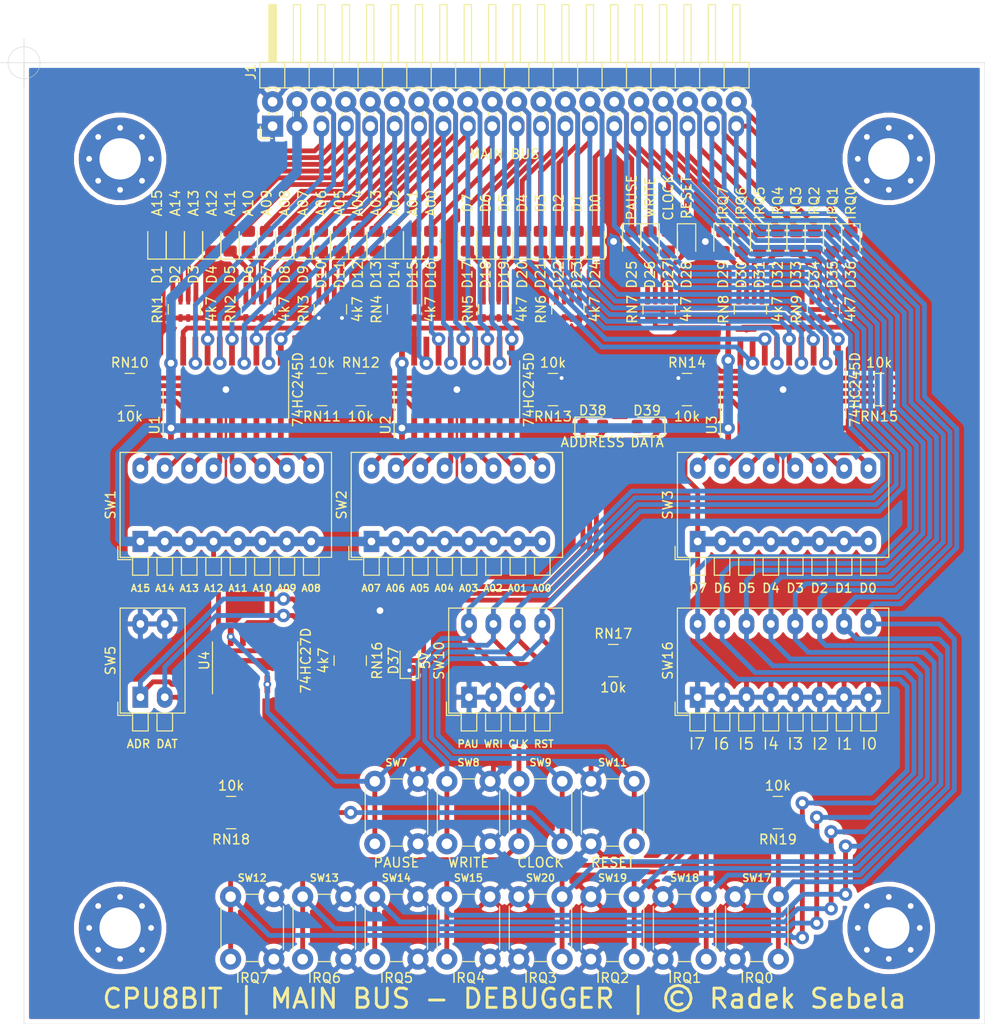
<source format=kicad_pcb>
(kicad_pcb (version 20171130) (host pcbnew "(5.1.5)-3")
  (title_block (title "CPU8BIT - MAIN BUS - DEBUGER") (rev 1.0) (company "Radek Sebela"))
  (layers (0 F.Cu signal) (31 B.Cu signal) (34 B.Paste user) (35 F.Paste user) (36 B.SilkS user) (37 F.SilkS user) (38 B.Mask user) (39 F.Mask user) (44 Edge.Cuts user))
  (net 0 "")
  (net 1 GND)
  (net 2 5V)
  (net 3 /A1)
  (net 4 "Net-(D2-Pad1)")
  (net 5 "Net-(D3-Pad1)")
  (net 6 /A2)
  (net 7 /A3)
  (net 8 "Net-(D4-Pad1)")
  (net 9 "Net-(D5-Pad1)")
  (net 10 /A4)
  (net 11 /A5)
  (net 12 "Net-(D6-Pad1)")
  (net 13 "Net-(D7-Pad1)")
  (net 14 /A6)
  (net 15 /A7)
  (net 16 "Net-(D8-Pad1)")
  (net 17 "Net-(D9-Pad1)")
  (net 18 /A8)
  (net 19 /A9)
  (net 20 "Net-(D10-Pad1)")
  (net 21 "Net-(D11-Pad1)")
  (net 22 /A10)
  (net 23 /A11)
  (net 24 "Net-(D12-Pad1)")
  (net 25 "Net-(D13-Pad1)")
  (net 26 /A12)
  (net 27 /A13)
  (net 28 "Net-(D14-Pad1)")
  (net 29 "Net-(D15-Pad1)")
  (net 30 /A14)
  (net 31 /A15)
  (net 32 "Net-(D16-Pad1)")
  (net 33 "Net-(D17-Pad1)")
  (net 34 /D0)
  (net 35 /D1)
  (net 36 "Net-(D18-Pad1)")
  (net 37 "Net-(D19-Pad1)")
  (net 38 /D2)
  (net 39 /D3)
  (net 40 "Net-(D20-Pad1)")
  (net 41 "Net-(D21-Pad1)")
  (net 42 /D4)
  (net 43 /D5)
  (net 44 "Net-(D22-Pad1)")
  (net 45 "Net-(D23-Pad1)")
  (net 46 /D6)
  (net 47 "Net-(D24-Pad1)")
  (net 48 /D7)
  (net 49 /RESET)
  (net 50 /CLOCK)
  (net 51 /WRITE)
  (net 52 "Net-(D27-Pad1)")
  (net 53 /PAUSE)
  (net 54 /IRQ0)
  (net 55 /IRQ1)
  (net 56 /IRQ2)
  (net 57 /IRQ3)
  (net 58 /IRQ4)
  (net 59 /IRQ5)
  (net 60 /IRQ6)
  (net 61 /IRQ7)
  (net 62 "Net-(D1-Pad1)")
  (net 63 /A0)
  (net 64 "Net-(RN10-Pad5)")
  (net 65 "Net-(RN10-Pad6)")
  (net 66 "Net-(RN10-Pad8)")
  (net 67 "Net-(RN10-Pad7)")
  (net 68 "Net-(RN11-Pad7)")
  (net 69 "Net-(RN11-Pad8)")
  (net 70 "Net-(RN11-Pad6)")
  (net 71 "Net-(RN11-Pad5)")
  (net 72 "Net-(RN12-Pad5)")
  (net 73 "Net-(RN12-Pad6)")
  (net 74 "Net-(RN12-Pad8)")
  (net 75 "Net-(RN12-Pad7)")
  (net 76 "Net-(RN13-Pad7)")
  (net 77 "Net-(RN13-Pad8)")
  (net 78 "Net-(RN13-Pad6)")
  (net 79 "Net-(RN13-Pad5)")
  (net 80 "Net-(RN14-Pad5)")
  (net 81 "Net-(RN14-Pad6)")
  (net 82 "Net-(RN14-Pad8)")
  (net 83 "Net-(RN14-Pad7)")
  (net 84 "Net-(RN15-Pad7)")
  (net 85 "Net-(RN15-Pad8)")
  (net 86 "Net-(RN15-Pad6)")
  (net 87 "Net-(RN15-Pad5)")
  (net 88 "Net-(D37-Pad2)")
  (net 89 "Net-(D25-Pad2)")
  (net 90 "Net-(D26-Pad2)")
  (net 91 "Net-(D28-Pad2)")
  (net 92 "Net-(D29-Pad2)")
  (net 93 "Net-(D30-Pad2)")
  (net 94 "Net-(D31-Pad2)")
  (net 95 "Net-(D32-Pad2)")
  (net 96 "Net-(D33-Pad2)")
  (net 97 "Net-(D34-Pad2)")
  (net 98 "Net-(D35-Pad2)")
  (net 99 "Net-(D36-Pad2)")
  (net 100 "Net-(D38-Pad1)")
  (net 101 "Net-(D38-Pad2)")
  (net 102 "Net-(D39-Pad1)")
  (net 103 "Net-(RN16-Pad3)")
  (net 104 "Net-(RN16-Pad2)")
  (module Button_Switch_THT:SW_DIP_SPSTx08_Piano_10.8x21.88mm_W7.62mm_P2.54mm (layer F.Cu) (at 170.11 99.8 90)
    (fp_text reference SW3 (at 3.81 -3.11 90) (layer F.SilkS))
    (fp_text value "D7 D6 D5 D4 D3 D2 D1 D0" (at -4.86 8.89 180) (layer F.SilkS) (effects (font (size 0.93 0.93))))
    (pad 16 thru_hole oval (at 7.62 0 90) (size 2.2 1.63) (drill 0.8) (layers *.Cu *.Mask) (net 80 "Net-(RN14-Pad5)"))
    (pad 8 thru_hole oval (at 0 17.78 90) (size 2.2 1.63) (drill 0.8) (layers *.Cu *.Mask) (net 2 5V))
    (pad 15 thru_hole oval (at 7.62 2.54 90) (size 2.2 1.63) (drill 0.8) (layers *.Cu *.Mask) (net 81 "Net-(RN14-Pad6)"))
    (pad 7 thru_hole oval (at 0 15.24 90) (size 2.2 1.63) (drill 0.8) (layers *.Cu *.Mask) (net 2 5V))
    (pad 14 thru_hole oval (at 7.62 5.08 90) (size 2.2 1.63) (drill 0.8) (layers *.Cu *.Mask) (net 83 "Net-(RN14-Pad7)"))
    (pad 6 thru_hole oval (at 0 12.7 90) (size 2.2 1.63) (drill 0.8) (layers *.Cu *.Mask) (net 2 5V))
    (pad 13 thru_hole oval (at 7.62 7.62 90) (size 2.2 1.63) (drill 0.8) (layers *.Cu *.Mask) (net 82 "Net-(RN14-Pad8)"))
    (pad 5 thru_hole oval (at 0 10.16 90) (size 2.2 1.63) (drill 0.8) (layers *.Cu *.Mask) (net 2 5V))
    (pad 12 thru_hole oval (at 7.62 10.16 90) (size 2.2 1.63) (drill 0.8) (layers *.Cu *.Mask) (net 87 "Net-(RN15-Pad5)"))
    (pad 4 thru_hole oval (at 0 7.62 90) (size 2.2 1.63) (drill 0.8) (layers *.Cu *.Mask) (net 2 5V))
    (pad 11 thru_hole oval (at 7.62 12.7 90) (size 2.2 1.63) (drill 0.8) (layers *.Cu *.Mask) (net 86 "Net-(RN15-Pad6)"))
    (pad 3 thru_hole oval (at 0 5.08 90) (size 2.2 1.63) (drill 0.8) (layers *.Cu *.Mask) (net 2 5V))
    (pad 10 thru_hole oval (at 7.62 15.24 90) (size 2.2 1.63) (drill 0.8) (layers *.Cu *.Mask) (net 84 "Net-(RN15-Pad7)"))
    (pad 2 thru_hole oval (at 0 2.54 90) (size 2.2 1.63) (drill 0.8) (layers *.Cu *.Mask) (net 2 5V))
    (pad 9 thru_hole oval (at 7.62 17.78 90) (size 2.2 1.63) (drill 0.8) (layers *.Cu *.Mask) (net 85 "Net-(RN15-Pad8)"))
    (pad 1 thru_hole rect (at 0 0 90) (size 2.2 1.63) (drill 0.8) (layers *.Cu *.Mask) (net 2 5V))
  )
  (module Connector_PinHeader_2.54mm:PinHeader_2x20_P2.54mm_Horizontal (layer F.Cu) (at 125.87 56.6 90)
    (fp_text reference J1 (at 5.655 -2.27 90) (layer F.SilkS))
    (fp_text value "MAIN BUS" (at -2.9 24.13 180) (layer F.SilkS))
    (pad 1 thru_hole rect (at 0 0 90) (size 2.2 2.2) (drill 1) (layers *.Cu *.Mask) (net 1 GND))
    (pad 2 thru_hole circle (at 2.54 0 90) (size 2.2 2.2) (drill 1) (layers *.Cu *.Mask) (net 1 GND))
    (pad 3 thru_hole circle (at 0 2.54 90) (size 2.2 2.2) (drill 1) (layers *.Cu *.Mask) (net 2 5V))
    (pad 4 thru_hole circle (at 2.54 2.54 90) (size 2.2 2.2) (drill 1) (layers *.Cu *.Mask) (net 2 5V))
    (pad 5 thru_hole oval (at 0 5.08 90) (size 2.2 1.63) (drill 1) (layers *.Cu *.Mask) (net 31 /A15))
    (pad 6 thru_hole circle (at 2.54 5.08 90) (size 2.2 2.2) (drill 1) (layers *.Cu *.Mask) (net 30 /A14))
    (pad 7 thru_hole oval (at 0 7.62 90) (size 2.2 1.63) (drill 1) (layers *.Cu *.Mask) (net 27 /A13))
    (pad 8 thru_hole circle (at 2.54 7.62 90) (size 2.2 2.2) (drill 1) (layers *.Cu *.Mask) (net 26 /A12))
    (pad 9 thru_hole oval (at 0 10.16 90) (size 2.2 1.63) (drill 1) (layers *.Cu *.Mask) (net 23 /A11))
    (pad 10 thru_hole circle (at 2.54 10.16 90) (size 2.2 2.2) (drill 1) (layers *.Cu *.Mask) (net 22 /A10))
    (pad 11 thru_hole oval (at 0 12.7 90) (size 2.2 1.63) (drill 1) (layers *.Cu *.Mask) (net 19 /A9))
    (pad 12 thru_hole circle (at 2.54 12.7 90) (size 2.2 2.2) (drill 1) (layers *.Cu *.Mask) (net 18 /A8))
    (pad 13 thru_hole oval (at 0 15.24 90) (size 2.2 1.63) (drill 1) (layers *.Cu *.Mask) (net 15 /A7))
    (pad 14 thru_hole circle (at 2.54 15.24 90) (size 2.2 2.2) (drill 1) (layers *.Cu *.Mask) (net 14 /A6))
    (pad 15 thru_hole oval (at 0 17.78 90) (size 2.2 1.63) (drill 1) (layers *.Cu *.Mask) (net 11 /A5))
    (pad 16 thru_hole circle (at 2.54 17.78 90) (size 2.2 2.2) (drill 1) (layers *.Cu *.Mask) (net 10 /A4))
    (pad 17 thru_hole oval (at 0 20.32 90) (size 2.2 1.63) (drill 1) (layers *.Cu *.Mask) (net 7 /A3))
    (pad 18 thru_hole circle (at 2.54 20.32 90) (size 2.2 2.2) (drill 1) (layers *.Cu *.Mask) (net 6 /A2))
    (pad 19 thru_hole oval (at 0 22.86 90) (size 2.2 1.63) (drill 1) (layers *.Cu *.Mask) (net 3 /A1))
    (pad 20 thru_hole circle (at 2.54 22.86 90) (size 2.2 2.2) (drill 1) (layers *.Cu *.Mask) (net 63 /A0))
    (pad 21 thru_hole oval (at 0 25.4 90) (size 2.2 1.63) (drill 1) (layers *.Cu *.Mask) (net 48 /D7))
    (pad 22 thru_hole circle (at 2.54 25.4 90) (size 2.2 2.2) (drill 1) (layers *.Cu *.Mask) (net 46 /D6))
    (pad 23 thru_hole oval (at 0 27.94 90) (size 2.2 1.63) (drill 1) (layers *.Cu *.Mask) (net 43 /D5))
    (pad 24 thru_hole circle (at 2.54 27.94 90) (size 2.2 2.2) (drill 1) (layers *.Cu *.Mask) (net 42 /D4))
    (pad 25 thru_hole oval (at 0 30.48 90) (size 2.2 1.63) (drill 1) (layers *.Cu *.Mask) (net 39 /D3))
    (pad 26 thru_hole circle (at 2.54 30.48 90) (size 2.2 2.2) (drill 1) (layers *.Cu *.Mask) (net 38 /D2))
    (pad 27 thru_hole oval (at 0 33.02 90) (size 2.2 1.63) (drill 1) (layers *.Cu *.Mask) (net 35 /D1))
    (pad 28 thru_hole circle (at 2.54 33.02 90) (size 2.2 2.2) (drill 1) (layers *.Cu *.Mask) (net 34 /D0))
    (pad 29 thru_hole oval (at 0 35.56 90) (size 2.2 1.63) (drill 1) (layers *.Cu *.Mask) (net 53 /PAUSE))
    (pad 30 thru_hole circle (at 2.54 35.56 90) (size 2.2 2.2) (drill 1) (layers *.Cu *.Mask) (net 51 /WRITE))
    (pad 31 thru_hole oval (at 0 38.1 90) (size 2.2 1.63) (drill 1) (layers *.Cu *.Mask) (net 50 /CLOCK))
    (pad 32 thru_hole circle (at 2.54 38.1 90) (size 2.2 2.2) (drill 1) (layers *.Cu *.Mask) (net 49 /RESET))
    (pad 33 thru_hole oval (at 0 40.64 90) (size 2.2 1.63) (drill 1) (layers *.Cu *.Mask) (net 61 /IRQ7))
    (pad 34 thru_hole circle (at 2.54 40.64 90) (size 2.2 2.2) (drill 1) (layers *.Cu *.Mask) (net 60 /IRQ6))
    (pad 35 thru_hole oval (at 0 43.18 90) (size 2.2 1.63) (drill 1) (layers *.Cu *.Mask) (net 59 /IRQ5))
    (pad 36 thru_hole circle (at 2.54 43.18 90) (size 2.2 2.2) (drill 1) (layers *.Cu *.Mask) (net 58 /IRQ4))
    (pad 37 thru_hole oval (at 0 45.72 90) (size 2.2 1.63) (drill 1) (layers *.Cu *.Mask) (net 57 /IRQ3))
    (pad 38 thru_hole circle (at 2.54 45.72 90) (size 2.2 2.2) (drill 1) (layers *.Cu *.Mask) (net 56 /IRQ2))
    (pad 39 thru_hole oval (at 0 48.26 90) (size 2.2 1.63) (drill 1) (layers *.Cu *.Mask) (net 55 /IRQ1))
    (pad 40 thru_hole circle (at 2.54 48.26 90) (size 2.2 2.2) (drill 1) (layers *.Cu *.Mask) (net 54 /IRQ0))
  )
  (module LED_SMD:LED_0805_2012Metric_Pad1.15x1.40mm_HandSolder (layer F.Cu) (at 115.74 68.565 90)
    (fp_text reference D2 (at -3.475 0 90) (layer F.SilkS))
    (fp_text value A14 (at 3.965 0 90) (layer F.SilkS))
    (pad 2 smd roundrect (at 1.025 0 90) (size 1.15 1.4) (layers F.Cu F.Paste F.Mask) (roundrect_rratio 0.217391) (net 30 /A14))
    (pad 1 smd roundrect (at -1.025 0 90) (size 1.15 1.4) (layers F.Cu F.Paste F.Mask) (roundrect_rratio 0.217391) (net 4 "Net-(D2-Pad1)"))
  )
  (module LED_SMD:LED_0805_2012Metric_Pad1.15x1.40mm_HandSolder (layer F.Cu) (at 117.64 68.565 90)
    (fp_text reference D3 (at -3.475 0 90) (layer F.SilkS))
    (fp_text value A13 (at 3.965 0 90) (layer F.SilkS))
    (pad 1 smd roundrect (at -1.025 0 90) (size 1.15 1.4) (layers F.Cu F.Paste F.Mask) (roundrect_rratio 0.217391) (net 5 "Net-(D3-Pad1)"))
    (pad 2 smd roundrect (at 1.025 0 90) (size 1.15 1.4) (layers F.Cu F.Paste F.Mask) (roundrect_rratio 0.217391) (net 27 /A13))
  )
  (module LED_SMD:LED_0805_2012Metric_Pad1.15x1.40mm_HandSolder (layer F.Cu) (at 119.54 68.565 90)
    (fp_text reference D4 (at -3.475 0 90) (layer F.SilkS))
    (fp_text value A12 (at 3.965 0 90) (layer F.SilkS))
    (pad 2 smd roundrect (at 1.025 0 90) (size 1.15 1.4) (layers F.Cu F.Paste F.Mask) (roundrect_rratio 0.217391) (net 26 /A12))
    (pad 1 smd roundrect (at -1.025 0 90) (size 1.15 1.4) (layers F.Cu F.Paste F.Mask) (roundrect_rratio 0.217391) (net 8 "Net-(D4-Pad1)"))
  )
  (module LED_SMD:LED_0805_2012Metric_Pad1.15x1.40mm_HandSolder (layer F.Cu) (at 121.44 68.565 90)
    (fp_text reference D5 (at -3.475 0 90) (layer F.SilkS))
    (fp_text value A11 (at 3.965 0 90) (layer F.SilkS))
    (pad 1 smd roundrect (at -1.025 0 90) (size 1.15 1.4) (layers F.Cu F.Paste F.Mask) (roundrect_rratio 0.217391) (net 9 "Net-(D5-Pad1)"))
    (pad 2 smd roundrect (at 1.025 0 90) (size 1.15 1.4) (layers F.Cu F.Paste F.Mask) (roundrect_rratio 0.217391) (net 23 /A11))
  )
  (module LED_SMD:LED_0805_2012Metric_Pad1.15x1.40mm_HandSolder (layer F.Cu) (at 123.34 68.565 90)
    (fp_text reference D6 (at -3.475 0 90) (layer F.SilkS))
    (fp_text value A10 (at 3.965 0 90) (layer F.SilkS))
    (pad 2 smd roundrect (at 1.025 0 90) (size 1.15 1.4) (layers F.Cu F.Paste F.Mask) (roundrect_rratio 0.217391) (net 22 /A10))
    (pad 1 smd roundrect (at -1.025 0 90) (size 1.15 1.4) (layers F.Cu F.Paste F.Mask) (roundrect_rratio 0.217391) (net 12 "Net-(D6-Pad1)"))
  )
  (module LED_SMD:LED_0805_2012Metric_Pad1.15x1.40mm_HandSolder (layer F.Cu) (at 125.24 68.565 90)
    (fp_text reference D7 (at -3.475 0 90) (layer F.SilkS))
    (fp_text value A09 (at 3.965 0 90) (layer F.SilkS))
    (pad 1 smd roundrect (at -1.025 0 90) (size 1.15 1.4) (layers F.Cu F.Paste F.Mask) (roundrect_rratio 0.217391) (net 13 "Net-(D7-Pad1)"))
    (pad 2 smd roundrect (at 1.025 0 90) (size 1.15 1.4) (layers F.Cu F.Paste F.Mask) (roundrect_rratio 0.217391) (net 19 /A9))
  )
  (module LED_SMD:LED_0805_2012Metric_Pad1.15x1.40mm_HandSolder (layer F.Cu) (at 127.14 68.565 90)
    (fp_text reference D8 (at -3.475 0 90) (layer F.SilkS))
    (fp_text value A08 (at 3.965 0 90) (layer F.SilkS))
    (pad 2 smd roundrect (at 1.025 0 90) (size 1.15 1.4) (layers F.Cu F.Paste F.Mask) (roundrect_rratio 0.217391) (net 18 /A8))
    (pad 1 smd roundrect (at -1.025 0 90) (size 1.15 1.4) (layers F.Cu F.Paste F.Mask) (roundrect_rratio 0.217391) (net 16 "Net-(D8-Pad1)"))
  )
  (module LED_SMD:LED_0805_2012Metric_Pad1.15x1.40mm_HandSolder (layer F.Cu) (at 129.04 68.565 90)
    (fp_text reference D9 (at -3.475 0 90) (layer F.SilkS))
    (fp_text value A07 (at 3.965 0 90) (layer F.SilkS))
    (pad 1 smd roundrect (at -1.025 0 90) (size 1.15 1.4) (layers F.Cu F.Paste F.Mask) (roundrect_rratio 0.217391) (net 17 "Net-(D9-Pad1)"))
    (pad 2 smd roundrect (at 1.025 0 90) (size 1.15 1.4) (layers F.Cu F.Paste F.Mask) (roundrect_rratio 0.217391) (net 15 /A7))
  )
  (module LED_SMD:LED_0805_2012Metric_Pad1.15x1.40mm_HandSolder (layer F.Cu) (at 130.94 68.565 90)
    (fp_text reference D10 (at -3.475 0 90) (layer F.SilkS))
    (fp_text value A06 (at 3.965 0 90) (layer F.SilkS))
    (pad 2 smd roundrect (at 1.025 0 90) (size 1.15 1.4) (layers F.Cu F.Paste F.Mask) (roundrect_rratio 0.217391) (net 14 /A6))
    (pad 1 smd roundrect (at -1.025 0 90) (size 1.15 1.4) (layers F.Cu F.Paste F.Mask) (roundrect_rratio 0.217391) (net 20 "Net-(D10-Pad1)"))
  )
  (module LED_SMD:LED_0805_2012Metric_Pad1.15x1.40mm_HandSolder (layer F.Cu) (at 132.84 68.565 90)
    (fp_text reference D11 (at -3.475 0 90) (layer F.SilkS))
    (fp_text value A05 (at 3.965 0 90) (layer F.SilkS))
    (pad 1 smd roundrect (at -1.025 0 90) (size 1.15 1.4) (layers F.Cu F.Paste F.Mask) (roundrect_rratio 0.217391) (net 21 "Net-(D11-Pad1)"))
    (pad 2 smd roundrect (at 1.025 0 90) (size 1.15 1.4) (layers F.Cu F.Paste F.Mask) (roundrect_rratio 0.217391) (net 11 /A5))
  )
  (module LED_SMD:LED_0805_2012Metric_Pad1.15x1.40mm_HandSolder (layer F.Cu) (at 134.74 68.565 90)
    (fp_text reference D12 (at -3.475 0 90) (layer F.SilkS))
    (fp_text value A04 (at 3.965 0 90) (layer F.SilkS))
    (pad 2 smd roundrect (at 1.025 0 90) (size 1.15 1.4) (layers F.Cu F.Paste F.Mask) (roundrect_rratio 0.217391) (net 10 /A4))
    (pad 1 smd roundrect (at -1.025 0 90) (size 1.15 1.4) (layers F.Cu F.Paste F.Mask) (roundrect_rratio 0.217391) (net 24 "Net-(D12-Pad1)"))
  )
  (module LED_SMD:LED_0805_2012Metric_Pad1.15x1.40mm_HandSolder (layer F.Cu) (at 136.64 68.565 90)
    (fp_text reference D13 (at -3.475 0 90) (layer F.SilkS))
    (fp_text value A03 (at 3.965 0 90) (layer F.SilkS))
    (pad 1 smd roundrect (at -1.025 0 90) (size 1.15 1.4) (layers F.Cu F.Paste F.Mask) (roundrect_rratio 0.217391) (net 25 "Net-(D13-Pad1)"))
    (pad 2 smd roundrect (at 1.025 0 90) (size 1.15 1.4) (layers F.Cu F.Paste F.Mask) (roundrect_rratio 0.217391) (net 7 /A3))
  )
  (module LED_SMD:LED_0805_2012Metric_Pad1.15x1.40mm_HandSolder (layer F.Cu) (at 138.54 68.565 90)
    (fp_text reference D14 (at -3.475 0 90) (layer F.SilkS))
    (fp_text value A02 (at 3.965 0 90) (layer F.SilkS))
    (pad 2 smd roundrect (at 1.025 0 90) (size 1.15 1.4) (layers F.Cu F.Paste F.Mask) (roundrect_rratio 0.217391) (net 6 /A2))
    (pad 1 smd roundrect (at -1.025 0 90) (size 1.15 1.4) (layers F.Cu F.Paste F.Mask) (roundrect_rratio 0.217391) (net 28 "Net-(D14-Pad1)"))
  )
  (module LED_SMD:LED_0805_2012Metric_Pad1.15x1.40mm_HandSolder (layer F.Cu) (at 140.44 68.565 90)
    (fp_text reference D15 (at -3.475 0 90) (layer F.SilkS))
    (fp_text value A01 (at 3.965 0 90) (layer F.SilkS))
    (pad 1 smd roundrect (at -1.025 0 90) (size 1.15 1.4) (layers F.Cu F.Paste F.Mask) (roundrect_rratio 0.217391) (net 29 "Net-(D15-Pad1)"))
    (pad 2 smd roundrect (at 1.025 0 90) (size 1.15 1.4) (layers F.Cu F.Paste F.Mask) (roundrect_rratio 0.217391) (net 3 /A1))
  )
  (module LED_SMD:LED_0805_2012Metric_Pad1.15x1.40mm_HandSolder (layer F.Cu) (at 142.34 68.565 90)
    (fp_text reference D16 (at -3.475 0 90) (layer F.SilkS))
    (fp_text value A00 (at 3.965 0 90) (layer F.SilkS))
    (pad 2 smd roundrect (at 1.025 0 90) (size 1.15 1.4) (layers F.Cu F.Paste F.Mask) (roundrect_rratio 0.217391) (net 63 /A0))
    (pad 1 smd roundrect (at -1.025 0 90) (size 1.15 1.4) (layers F.Cu F.Paste F.Mask) (roundrect_rratio 0.217391) (net 32 "Net-(D16-Pad1)"))
  )
  (module LED_SMD:LED_0805_2012Metric_Pad1.15x1.40mm_HandSolder (layer F.Cu) (at 146.15 68.565 90)
    (fp_text reference D17 (at -3.475 0 90) (layer F.SilkS))
    (fp_text value D7 (at 3.965 0 90) (layer F.SilkS))
    (pad 1 smd roundrect (at -1.025 0 90) (size 1.15 1.4) (layers F.Cu F.Paste F.Mask) (roundrect_rratio 0.217391) (net 33 "Net-(D17-Pad1)"))
    (pad 2 smd roundrect (at 1.025 0 90) (size 1.15 1.4) (layers F.Cu F.Paste F.Mask) (roundrect_rratio 0.217391) (net 48 /D7))
  )
  (module LED_SMD:LED_0805_2012Metric_Pad1.15x1.40mm_HandSolder (layer F.Cu) (at 148.05 68.565 90)
    (fp_text reference D18 (at -3.475 0 90) (layer F.SilkS))
    (fp_text value D6 (at 3.965 0 90) (layer F.SilkS))
    (pad 2 smd roundrect (at 1.025 0 90) (size 1.15 1.4) (layers F.Cu F.Paste F.Mask) (roundrect_rratio 0.217391) (net 46 /D6))
    (pad 1 smd roundrect (at -1.025 0 90) (size 1.15 1.4) (layers F.Cu F.Paste F.Mask) (roundrect_rratio 0.217391) (net 36 "Net-(D18-Pad1)"))
  )
  (module LED_SMD:LED_0805_2012Metric_Pad1.15x1.40mm_HandSolder (layer F.Cu) (at 149.95 68.565 90)
    (fp_text reference D19 (at -3.475 0 90) (layer F.SilkS))
    (fp_text value D5 (at 3.965 0 90) (layer F.SilkS))
    (pad 1 smd roundrect (at -1.025 0 90) (size 1.15 1.4) (layers F.Cu F.Paste F.Mask) (roundrect_rratio 0.217391) (net 37 "Net-(D19-Pad1)"))
    (pad 2 smd roundrect (at 1.025 0 90) (size 1.15 1.4) (layers F.Cu F.Paste F.Mask) (roundrect_rratio 0.217391) (net 43 /D5))
  )
  (module LED_SMD:LED_0805_2012Metric_Pad1.15x1.40mm_HandSolder (layer F.Cu) (at 151.85 68.565 90)
    (fp_text reference D20 (at -3.475 0 90) (layer F.SilkS))
    (fp_text value D4 (at 3.965 0 90) (layer F.SilkS))
    (pad 2 smd roundrect (at 1.025 0 90) (size 1.15 1.4) (layers F.Cu F.Paste F.Mask) (roundrect_rratio 0.217391) (net 42 /D4))
    (pad 1 smd roundrect (at -1.025 0 90) (size 1.15 1.4) (layers F.Cu F.Paste F.Mask) (roundrect_rratio 0.217391) (net 40 "Net-(D20-Pad1)"))
  )
  (module LED_SMD:LED_0805_2012Metric_Pad1.15x1.40mm_HandSolder (layer F.Cu) (at 153.75 68.565 90)
    (fp_text reference D21 (at -3.475 0 90) (layer F.SilkS))
    (fp_text value D3 (at 3.965 0 90) (layer F.SilkS))
    (pad 1 smd roundrect (at -1.025 0 90) (size 1.15 1.4) (layers F.Cu F.Paste F.Mask) (roundrect_rratio 0.217391) (net 41 "Net-(D21-Pad1)"))
    (pad 2 smd roundrect (at 1.025 0 90) (size 1.15 1.4) (layers F.Cu F.Paste F.Mask) (roundrect_rratio 0.217391) (net 39 /D3))
  )
  (module LED_SMD:LED_0805_2012Metric_Pad1.15x1.40mm_HandSolder (layer F.Cu) (at 155.65 68.565 90)
    (fp_text reference D22 (at -3.475 0 90) (layer F.SilkS))
    (fp_text value D2 (at 3.965 0 90) (layer F.SilkS))
    (pad 2 smd roundrect (at 1.025 0 90) (size 1.15 1.4) (layers F.Cu F.Paste F.Mask) (roundrect_rratio 0.217391) (net 38 /D2))
    (pad 1 smd roundrect (at -1.025 0 90) (size 1.15 1.4) (layers F.Cu F.Paste F.Mask) (roundrect_rratio 0.217391) (net 44 "Net-(D22-Pad1)"))
  )
  (module LED_SMD:LED_0805_2012Metric_Pad1.15x1.40mm_HandSolder (layer F.Cu) (at 157.55 68.565 90)
    (fp_text reference D23 (at -3.475 0 90) (layer F.SilkS))
    (fp_text value D1 (at 3.965 0 90) (layer F.SilkS))
    (pad 2 smd roundrect (at 1.025 0 90) (size 1.15 1.4) (layers F.Cu F.Paste F.Mask) (roundrect_rratio 0.217391) (net 35 /D1))
    (pad 1 smd roundrect (at -1.025 0 90) (size 1.15 1.4) (layers F.Cu F.Paste F.Mask) (roundrect_rratio 0.217391) (net 45 "Net-(D23-Pad1)"))
  )
  (module LED_SMD:LED_0805_2012Metric_Pad1.15x1.40mm_HandSolder (layer F.Cu) (at 159.45 68.565 90)
    (fp_text reference D24 (at -3.475 0 90) (layer F.SilkS))
    (fp_text value D0 (at 3.965 0 90) (layer F.SilkS))
    (pad 1 smd roundrect (at -1.025 0 90) (size 1.15 1.4) (layers F.Cu F.Paste F.Mask) (roundrect_rratio 0.217391) (net 47 "Net-(D24-Pad1)"))
    (pad 2 smd roundrect (at 1.025 0 90) (size 1.15 1.4) (layers F.Cu F.Paste F.Mask) (roundrect_rratio 0.217391) (net 34 /D0))
  )
  (module LED_SMD:LED_0805_2012Metric_Pad1.15x1.40mm_HandSolder (layer F.Cu) (at 163.25 68.615 270)
    (fp_text reference D25 (at 3.425 0 90) (layer F.SilkS))
    (fp_text value PAUSE (at -4.615 0.01 90) (layer F.SilkS))
    (pad 1 smd roundrect (at -1.025 0 270) (size 1.15 1.4) (layers F.Cu F.Paste F.Mask) (roundrect_rratio 0.217391) (net 53 /PAUSE))
    (pad 2 smd roundrect (at 1.025 0 270) (size 1.15 1.4) (layers F.Cu F.Paste F.Mask) (roundrect_rratio 0.217391) (net 89 "Net-(D25-Pad2)"))
  )
  (module LED_SMD:LED_0805_2012Metric_Pad1.15x1.40mm_HandSolder (layer F.Cu) (at 165.15 68.615 270)
    (fp_text reference D26 (at 3.425 0 90) (layer F.SilkS))
    (fp_text value WRITE (at -4.615 0 90) (layer F.SilkS))
    (pad 2 smd roundrect (at 1.025 0 270) (size 1.15 1.4) (layers F.Cu F.Paste F.Mask) (roundrect_rratio 0.217391) (net 90 "Net-(D26-Pad2)"))
    (pad 1 smd roundrect (at -1.025 0 270) (size 1.15 1.4) (layers F.Cu F.Paste F.Mask) (roundrect_rratio 0.217391) (net 51 /WRITE))
  )
  (module LED_SMD:LED_0805_2012Metric_Pad1.15x1.40mm_HandSolder (layer F.Cu) (at 167.05 68.565 90)
    (fp_text reference D27 (at -3.475 0 90) (layer F.SilkS))
    (fp_text value CLOCK (at 4.565 0 90) (layer F.SilkS))
    (pad 2 smd roundrect (at 1.025 0 90) (size 1.15 1.4) (layers F.Cu F.Paste F.Mask) (roundrect_rratio 0.217391) (net 50 /CLOCK))
    (pad 1 smd roundrect (at -1.025 0 90) (size 1.15 1.4) (layers F.Cu F.Paste F.Mask) (roundrect_rratio 0.217391) (net 52 "Net-(D27-Pad1)"))
  )
  (module LED_SMD:LED_0805_2012Metric_Pad1.15x1.40mm_HandSolder (layer F.Cu) (at 168.95 68.615 270)
    (fp_text reference D28 (at 3.425 0 90) (layer F.SilkS))
    (fp_text value RESET (at -4.615 0 90) (layer F.SilkS))
    (pad 2 smd roundrect (at 1.025 0 270) (size 1.15 1.4) (layers F.Cu F.Paste F.Mask) (roundrect_rratio 0.217391) (net 91 "Net-(D28-Pad2)"))
    (pad 1 smd roundrect (at -1.025 0 270) (size 1.15 1.4) (layers F.Cu F.Paste F.Mask) (roundrect_rratio 0.217391) (net 49 /RESET))
  )
  (module LED_SMD:LED_0805_2012Metric_Pad1.15x1.40mm_HandSolder (layer F.Cu) (at 172.75 68.615 270)
    (fp_text reference D29 (at 3.425 0 90) (layer F.SilkS))
    (fp_text value IRQ7 (at -4.015 0 90) (layer F.SilkS))
    (pad 2 smd roundrect (at 1.025 0 270) (size 1.15 1.4) (layers F.Cu F.Paste F.Mask) (roundrect_rratio 0.217391) (net 92 "Net-(D29-Pad2)"))
    (pad 1 smd roundrect (at -1.025 0 270) (size 1.15 1.4) (layers F.Cu F.Paste F.Mask) (roundrect_rratio 0.217391) (net 61 /IRQ7))
  )
  (module LED_SMD:LED_0805_2012Metric_Pad1.15x1.40mm_HandSolder (layer F.Cu) (at 174.65 68.615 270)
    (fp_text reference D30 (at 3.425 0 90) (layer F.SilkS))
    (fp_text value IRQ6 (at -4.015 0 90) (layer F.SilkS))
    (pad 1 smd roundrect (at -1.025 0 270) (size 1.15 1.4) (layers F.Cu F.Paste F.Mask) (roundrect_rratio 0.217391) (net 60 /IRQ6))
    (pad 2 smd roundrect (at 1.025 0 270) (size 1.15 1.4) (layers F.Cu F.Paste F.Mask) (roundrect_rratio 0.217391) (net 93 "Net-(D30-Pad2)"))
  )
  (module LED_SMD:LED_0805_2012Metric_Pad1.15x1.40mm_HandSolder (layer F.Cu) (at 176.55 68.615 270)
    (fp_text reference D31 (at 3.425 0 90) (layer F.SilkS))
    (fp_text value IRQ5 (at -4.015 0 90) (layer F.SilkS))
    (pad 2 smd roundrect (at 1.025 0 270) (size 1.15 1.4) (layers F.Cu F.Paste F.Mask) (roundrect_rratio 0.217391) (net 94 "Net-(D31-Pad2)"))
    (pad 1 smd roundrect (at -1.025 0 270) (size 1.15 1.4) (layers F.Cu F.Paste F.Mask) (roundrect_rratio 0.217391) (net 59 /IRQ5))
  )
  (module LED_SMD:LED_0805_2012Metric_Pad1.15x1.40mm_HandSolder (layer F.Cu) (at 178.45 68.615 270)
    (fp_text reference D32 (at 3.425 0 90) (layer F.SilkS))
    (fp_text value IRQ4 (at -4.015 0 90) (layer F.SilkS))
    (pad 1 smd roundrect (at -1.025 0 270) (size 1.15 1.4) (layers F.Cu F.Paste F.Mask) (roundrect_rratio 0.217391) (net 58 /IRQ4))
    (pad 2 smd roundrect (at 1.025 0 270) (size 1.15 1.4) (layers F.Cu F.Paste F.Mask) (roundrect_rratio 0.217391) (net 95 "Net-(D32-Pad2)"))
  )
  (module LED_SMD:LED_0805_2012Metric_Pad1.15x1.40mm_HandSolder (layer F.Cu) (at 180.35 68.615 270)
    (fp_text reference D33 (at 3.425 0 90) (layer F.SilkS))
    (fp_text value IRQ3 (at -4.015 0 90) (layer F.SilkS))
    (pad 2 smd roundrect (at 1.025 0 270) (size 1.15 1.4) (layers F.Cu F.Paste F.Mask) (roundrect_rratio 0.217391) (net 96 "Net-(D33-Pad2)"))
    (pad 1 smd roundrect (at -1.025 0 270) (size 1.15 1.4) (layers F.Cu F.Paste F.Mask) (roundrect_rratio 0.217391) (net 57 /IRQ3))
  )
  (module LED_SMD:LED_0805_2012Metric_Pad1.15x1.40mm_HandSolder (layer F.Cu) (at 182.25 68.615 270)
    (fp_text reference D34 (at 3.425 0 90) (layer F.SilkS))
    (fp_text value IRQ2 (at -4.015 0 90) (layer F.SilkS))
    (pad 1 smd roundrect (at -1.025 0 270) (size 1.15 1.4) (layers F.Cu F.Paste F.Mask) (roundrect_rratio 0.217391) (net 56 /IRQ2))
    (pad 2 smd roundrect (at 1.025 0 270) (size 1.15 1.4) (layers F.Cu F.Paste F.Mask) (roundrect_rratio 0.217391) (net 97 "Net-(D34-Pad2)"))
  )
  (module LED_SMD:LED_0805_2012Metric_Pad1.15x1.40mm_HandSolder (layer F.Cu) (at 184.15 68.615 270)
    (fp_text reference D35 (at 3.425 0 90) (layer F.SilkS))
    (fp_text value IRQ1 (at -4.015 0 90) (layer F.SilkS))
    (pad 2 smd roundrect (at 1.025 0 270) (size 1.15 1.4) (layers F.Cu F.Paste F.Mask) (roundrect_rratio 0.217391) (net 98 "Net-(D35-Pad2)"))
    (pad 1 smd roundrect (at -1.025 0 270) (size 1.15 1.4) (layers F.Cu F.Paste F.Mask) (roundrect_rratio 0.217391) (net 55 /IRQ1))
  )
  (module LED_SMD:LED_0805_2012Metric_Pad1.15x1.40mm_HandSolder (layer F.Cu) (at 186.05 68.615 270)
    (fp_text reference D36 (at 3.425 0 90) (layer F.SilkS))
    (fp_text value IRQ0 (at -4.015 0 90) (layer F.SilkS))
    (pad 1 smd roundrect (at -1.025 0 270) (size 1.15 1.4) (layers F.Cu F.Paste F.Mask) (roundrect_rratio 0.217391) (net 54 /IRQ0))
    (pad 2 smd roundrect (at 1.025 0 270) (size 1.15 1.4) (layers F.Cu F.Paste F.Mask) (roundrect_rratio 0.217391) (net 99 "Net-(D36-Pad2)"))
  )
  (module Resistor_SMD:R_Array_Convex_4x0603 (layer F.Cu) (at 116.69 75.65 90)
    (fp_text reference RN1 (at 0 -2.8 90) (layer F.SilkS))
    (fp_text value 4k7 (at 0 2.8 90) (layer F.SilkS))
    (pad 5 smd rect (at 0.9 1.2 90) (size 0.8 0.5) (layers F.Cu F.Paste F.Mask) (net 8 "Net-(D4-Pad1)"))
    (pad 6 smd rect (at 0.9 0.4 90) (size 0.8 0.4) (layers F.Cu F.Paste F.Mask) (net 5 "Net-(D3-Pad1)"))
    (pad 8 smd rect (at 0.9 -1.2 90) (size 0.8 0.5) (layers F.Cu F.Paste F.Mask) (net 62 "Net-(D1-Pad1)"))
    (pad 7 smd rect (at 0.9 -0.4 90) (size 0.8 0.4) (layers F.Cu F.Paste F.Mask) (net 4 "Net-(D2-Pad1)"))
    (pad 4 smd rect (at -0.9 1.2 90) (size 0.8 0.5) (layers F.Cu F.Paste F.Mask) (net 1 GND))
    (pad 2 smd rect (at -0.9 -0.4 90) (size 0.8 0.4) (layers F.Cu F.Paste F.Mask) (net 1 GND))
    (pad 3 smd rect (at -0.9 0.4 90) (size 0.8 0.4) (layers F.Cu F.Paste F.Mask) (net 1 GND))
    (pad 1 smd rect (at -0.9 -1.2 90) (size 0.8 0.5) (layers F.Cu F.Paste F.Mask) (net 1 GND))
  )
  (module Resistor_SMD:R_Array_Convex_4x0603 (layer F.Cu) (at 124.29 75.65 90)
    (fp_text reference RN2 (at 0 -2.8 90) (layer F.SilkS))
    (fp_text value 4k7 (at 0 2.8 90) (layer F.SilkS))
    (pad 1 smd rect (at -0.9 -1.2 90) (size 0.8 0.5) (layers F.Cu F.Paste F.Mask) (net 1 GND))
    (pad 3 smd rect (at -0.9 0.4 90) (size 0.8 0.4) (layers F.Cu F.Paste F.Mask) (net 1 GND))
    (pad 2 smd rect (at -0.9 -0.4 90) (size 0.8 0.4) (layers F.Cu F.Paste F.Mask) (net 1 GND))
    (pad 4 smd rect (at -0.9 1.2 90) (size 0.8 0.5) (layers F.Cu F.Paste F.Mask) (net 1 GND))
    (pad 7 smd rect (at 0.9 -0.4 90) (size 0.8 0.4) (layers F.Cu F.Paste F.Mask) (net 12 "Net-(D6-Pad1)"))
    (pad 8 smd rect (at 0.9 -1.2 90) (size 0.8 0.5) (layers F.Cu F.Paste F.Mask) (net 9 "Net-(D5-Pad1)"))
    (pad 6 smd rect (at 0.9 0.4 90) (size 0.8 0.4) (layers F.Cu F.Paste F.Mask) (net 13 "Net-(D7-Pad1)"))
    (pad 5 smd rect (at 0.9 1.2 90) (size 0.8 0.5) (layers F.Cu F.Paste F.Mask) (net 16 "Net-(D8-Pad1)"))
  )
  (module Resistor_SMD:R_Array_Convex_4x0603 (layer F.Cu) (at 131.89 75.65 90)
    (fp_text reference RN3 (at 0 -2.8 90) (layer F.SilkS))
    (fp_text value 4k7 (at 0 2.8 90) (layer F.SilkS))
    (pad 5 smd rect (at 0.9 1.2 90) (size 0.8 0.5) (layers F.Cu F.Paste F.Mask) (net 24 "Net-(D12-Pad1)"))
    (pad 6 smd rect (at 0.9 0.4 90) (size 0.8 0.4) (layers F.Cu F.Paste F.Mask) (net 21 "Net-(D11-Pad1)"))
    (pad 8 smd rect (at 0.9 -1.2 90) (size 0.8 0.5) (layers F.Cu F.Paste F.Mask) (net 17 "Net-(D9-Pad1)"))
    (pad 7 smd rect (at 0.9 -0.4 90) (size 0.8 0.4) (layers F.Cu F.Paste F.Mask) (net 20 "Net-(D10-Pad1)"))
    (pad 4 smd rect (at -0.9 1.2 90) (size 0.8 0.5) (layers F.Cu F.Paste F.Mask) (net 1 GND))
    (pad 2 smd rect (at -0.9 -0.4 90) (size 0.8 0.4) (layers F.Cu F.Paste F.Mask) (net 1 GND))
    (pad 3 smd rect (at -0.9 0.4 90) (size 0.8 0.4) (layers F.Cu F.Paste F.Mask) (net 1 GND))
    (pad 1 smd rect (at -0.9 -1.2 90) (size 0.8 0.5) (layers F.Cu F.Paste F.Mask) (net 1 GND))
  )
  (module Resistor_SMD:R_Array_Convex_4x0603 (layer F.Cu) (at 139.49 75.65 90)
    (fp_text reference RN4 (at 0 -2.8 90) (layer F.SilkS))
    (fp_text value 4k7 (at 0 2.8 90) (layer F.SilkS))
    (pad 1 smd rect (at -0.9 -1.2 90) (size 0.8 0.5) (layers F.Cu F.Paste F.Mask) (net 1 GND))
    (pad 3 smd rect (at -0.9 0.4 90) (size 0.8 0.4) (layers F.Cu F.Paste F.Mask) (net 1 GND))
    (pad 2 smd rect (at -0.9 -0.4 90) (size 0.8 0.4) (layers F.Cu F.Paste F.Mask) (net 1 GND))
    (pad 4 smd rect (at -0.9 1.2 90) (size 0.8 0.5) (layers F.Cu F.Paste F.Mask) (net 1 GND))
    (pad 7 smd rect (at 0.9 -0.4 90) (size 0.8 0.4) (layers F.Cu F.Paste F.Mask) (net 28 "Net-(D14-Pad1)"))
    (pad 8 smd rect (at 0.9 -1.2 90) (size 0.8 0.5) (layers F.Cu F.Paste F.Mask) (net 25 "Net-(D13-Pad1)"))
    (pad 6 smd rect (at 0.9 0.4 90) (size 0.8 0.4) (layers F.Cu F.Paste F.Mask) (net 29 "Net-(D15-Pad1)"))
    (pad 5 smd rect (at 0.9 1.2 90) (size 0.8 0.5) (layers F.Cu F.Paste F.Mask) (net 32 "Net-(D16-Pad1)"))
  )
  (module Resistor_SMD:R_Array_Convex_4x0603 (layer F.Cu) (at 149 75.65 90)
    (fp_text reference RN5 (at 0 -2.8 90) (layer F.SilkS))
    (fp_text value 4k7 (at 0 2.8 90) (layer F.SilkS))
    (pad 1 smd rect (at -0.9 -1.2 90) (size 0.8 0.5) (layers F.Cu F.Paste F.Mask) (net 1 GND))
    (pad 3 smd rect (at -0.9 0.4 90) (size 0.8 0.4) (layers F.Cu F.Paste F.Mask) (net 1 GND))
    (pad 2 smd rect (at -0.9 -0.4 90) (size 0.8 0.4) (layers F.Cu F.Paste F.Mask) (net 1 GND))
    (pad 4 smd rect (at -0.9 1.2 90) (size 0.8 0.5) (layers F.Cu F.Paste F.Mask) (net 1 GND))
    (pad 7 smd rect (at 0.9 -0.4 90) (size 0.8 0.4) (layers F.Cu F.Paste F.Mask) (net 36 "Net-(D18-Pad1)"))
    (pad 8 smd rect (at 0.9 -1.2 90) (size 0.8 0.5) (layers F.Cu F.Paste F.Mask) (net 33 "Net-(D17-Pad1)"))
    (pad 6 smd rect (at 0.9 0.4 90) (size 0.8 0.4) (layers F.Cu F.Paste F.Mask) (net 37 "Net-(D19-Pad1)"))
    (pad 5 smd rect (at 0.9 1.2 90) (size 0.8 0.5) (layers F.Cu F.Paste F.Mask) (net 40 "Net-(D20-Pad1)"))
  )
  (module Resistor_SMD:R_Array_Convex_4x0603 (layer F.Cu) (at 156.6 75.65 90)
    (fp_text reference RN6 (at 0 -2.8 90) (layer F.SilkS))
    (fp_text value 4k7 (at 0 2.8 90) (layer F.SilkS))
    (pad 5 smd rect (at 0.9 1.2 90) (size 0.8 0.5) (layers F.Cu F.Paste F.Mask) (net 47 "Net-(D24-Pad1)"))
    (pad 6 smd rect (at 0.9 0.4 90) (size 0.8 0.4) (layers F.Cu F.Paste F.Mask) (net 45 "Net-(D23-Pad1)"))
    (pad 8 smd rect (at 0.9 -1.2 90) (size 0.8 0.5) (layers F.Cu F.Paste F.Mask) (net 41 "Net-(D21-Pad1)"))
    (pad 7 smd rect (at 0.9 -0.4 90) (size 0.8 0.4) (layers F.Cu F.Paste F.Mask) (net 44 "Net-(D22-Pad1)"))
    (pad 4 smd rect (at -0.9 1.2 90) (size 0.8 0.5) (layers F.Cu F.Paste F.Mask) (net 1 GND))
    (pad 2 smd rect (at -0.9 -0.4 90) (size 0.8 0.4) (layers F.Cu F.Paste F.Mask) (net 1 GND))
    (pad 3 smd rect (at -0.9 0.4 90) (size 0.8 0.4) (layers F.Cu F.Paste F.Mask) (net 1 GND))
    (pad 1 smd rect (at -0.9 -1.2 90) (size 0.8 0.5) (layers F.Cu F.Paste F.Mask) (net 1 GND))
  )
  (module Resistor_SMD:R_Array_Convex_4x0603 (layer F.Cu) (at 166.1 75.65 90)
    (fp_text reference RN7 (at 0 -2.8 90) (layer F.SilkS))
    (fp_text value 4k7 (at 0 2.8 90) (layer F.SilkS))
    (pad 1 smd rect (at -0.9 -1.2 90) (size 0.8 0.5) (layers F.Cu F.Paste F.Mask) (net 2 5V))
    (pad 3 smd rect (at -0.9 0.4 90) (size 0.8 0.4) (layers F.Cu F.Paste F.Mask) (net 1 GND))
    (pad 2 smd rect (at -0.9 -0.4 90) (size 0.8 0.4) (layers F.Cu F.Paste F.Mask) (net 2 5V))
    (pad 4 smd rect (at -0.9 1.2 90) (size 0.8 0.5) (layers F.Cu F.Paste F.Mask) (net 2 5V))
    (pad 7 smd rect (at 0.9 -0.4 90) (size 0.8 0.4) (layers F.Cu F.Paste F.Mask) (net 90 "Net-(D26-Pad2)"))
    (pad 8 smd rect (at 0.9 -1.2 90) (size 0.8 0.5) (layers F.Cu F.Paste F.Mask) (net 89 "Net-(D25-Pad2)"))
    (pad 6 smd rect (at 0.9 0.4 90) (size 0.8 0.4) (layers F.Cu F.Paste F.Mask) (net 52 "Net-(D27-Pad1)"))
    (pad 5 smd rect (at 0.9 1.2 90) (size 0.8 0.5) (layers F.Cu F.Paste F.Mask) (net 91 "Net-(D28-Pad2)"))
  )
  (module Resistor_SMD:R_Array_Convex_4x0603 (layer F.Cu) (at 175.6 75.65 90)
    (fp_text reference RN8 (at 0 -2.8 90) (layer F.SilkS))
    (fp_text value 4k7 (at 0 2.8 90) (layer F.SilkS))
    (pad 5 smd rect (at 0.9 1.2 90) (size 0.8 0.5) (layers F.Cu F.Paste F.Mask) (net 95 "Net-(D32-Pad2)"))
    (pad 6 smd rect (at 0.9 0.4 90) (size 0.8 0.4) (layers F.Cu F.Paste F.Mask) (net 94 "Net-(D31-Pad2)"))
    (pad 8 smd rect (at 0.9 -1.2 90) (size 0.8 0.5) (layers F.Cu F.Paste F.Mask) (net 92 "Net-(D29-Pad2)"))
    (pad 7 smd rect (at 0.9 -0.4 90) (size 0.8 0.4) (layers F.Cu F.Paste F.Mask) (net 93 "Net-(D30-Pad2)"))
    (pad 4 smd rect (at -0.9 1.2 90) (size 0.8 0.5) (layers F.Cu F.Paste F.Mask) (net 2 5V))
    (pad 2 smd rect (at -0.9 -0.4 90) (size 0.8 0.4) (layers F.Cu F.Paste F.Mask) (net 2 5V))
    (pad 3 smd rect (at -0.9 0.4 90) (size 0.8 0.4) (layers F.Cu F.Paste F.Mask) (net 2 5V))
    (pad 1 smd rect (at -0.9 -1.2 90) (size 0.8 0.5) (layers F.Cu F.Paste F.Mask) (net 2 5V))
  )
  (module Resistor_SMD:R_Array_Convex_4x0603 (layer F.Cu) (at 183.2 75.65 90)
    (fp_text reference RN9 (at 0 -2.8 90) (layer F.SilkS))
    (fp_text value 4k7 (at 0 2.8 90) (layer F.SilkS))
    (pad 1 smd rect (at -0.9 -1.2 90) (size 0.8 0.5) (layers F.Cu F.Paste F.Mask) (net 2 5V))
    (pad 3 smd rect (at -0.9 0.4 90) (size 0.8 0.4) (layers F.Cu F.Paste F.Mask) (net 2 5V))
    (pad 2 smd rect (at -0.9 -0.4 90) (size 0.8 0.4) (layers F.Cu F.Paste F.Mask) (net 2 5V))
    (pad 4 smd rect (at -0.9 1.2 90) (size 0.8 0.5) (layers F.Cu F.Paste F.Mask) (net 2 5V))
    (pad 7 smd rect (at 0.9 -0.4 90) (size 0.8 0.4) (layers F.Cu F.Paste F.Mask) (net 97 "Net-(D34-Pad2)"))
    (pad 8 smd rect (at 0.9 -1.2 90) (size 0.8 0.5) (layers F.Cu F.Paste F.Mask) (net 96 "Net-(D33-Pad2)"))
    (pad 6 smd rect (at 0.9 0.4 90) (size 0.8 0.4) (layers F.Cu F.Paste F.Mask) (net 98 "Net-(D35-Pad2)"))
    (pad 5 smd rect (at 0.9 1.2 90) (size 0.8 0.5) (layers F.Cu F.Paste F.Mask) (net 99 "Net-(D36-Pad2)"))
  )
  (module LED_SMD:LED_0805_2012Metric_Pad1.15x1.40mm_HandSolder (layer F.Cu) (at 113.84 68.565 90)
    (fp_text reference D1 (at -3.475 0 90) (layer F.SilkS))
    (fp_text value A15 (at 3.965 0 90) (layer F.SilkS))
    (pad 1 smd roundrect (at -1.025 0 90) (size 1.15 1.4) (layers F.Cu F.Paste F.Mask) (roundrect_rratio 0.217391) (net 62 "Net-(D1-Pad1)"))
    (pad 2 smd roundrect (at 1.025 0 90) (size 1.15 1.4) (layers F.Cu F.Paste F.Mask) (roundrect_rratio 0.217391) (net 31 /A15))
  )
  (module Resistor_SMD:R_Array_Convex_4x0603 (layer F.Cu) (at 111.01 84)
    (fp_text reference RN10 (at 0 -2.8) (layer F.SilkS))
    (fp_text value 10k (at 0 2.8) (layer F.SilkS))
    (pad 5 smd rect (at 0.9 1.2) (size 0.8 0.5) (layers F.Cu F.Paste F.Mask) (net 64 "Net-(RN10-Pad5)"))
    (pad 6 smd rect (at 0.9 0.4) (size 0.8 0.4) (layers F.Cu F.Paste F.Mask) (net 65 "Net-(RN10-Pad6)"))
    (pad 8 smd rect (at 0.9 -1.2) (size 0.8 0.5) (layers F.Cu F.Paste F.Mask) (net 66 "Net-(RN10-Pad8)"))
    (pad 7 smd rect (at 0.9 -0.4) (size 0.8 0.4) (layers F.Cu F.Paste F.Mask) (net 67 "Net-(RN10-Pad7)"))
    (pad 4 smd rect (at -0.9 1.2) (size 0.8 0.5) (layers F.Cu F.Paste F.Mask) (net 1 GND))
    (pad 2 smd rect (at -0.9 -0.4) (size 0.8 0.4) (layers F.Cu F.Paste F.Mask) (net 1 GND))
    (pad 3 smd rect (at -0.9 0.4) (size 0.8 0.4) (layers F.Cu F.Paste F.Mask) (net 1 GND))
    (pad 1 smd rect (at -0.9 -1.2) (size 0.8 0.5) (layers F.Cu F.Paste F.Mask) (net 1 GND))
  )
  (module Resistor_SMD:R_Array_Convex_4x0603 (layer F.Cu) (at 131.01 84 180)
    (fp_text reference RN11 (at 0 -2.8) (layer F.SilkS))
    (fp_text value 10k (at 0 2.8) (layer F.SilkS))
    (pad 1 smd rect (at -0.9 -1.2 180) (size 0.8 0.5) (layers F.Cu F.Paste F.Mask) (net 1 GND))
    (pad 3 smd rect (at -0.9 0.4 180) (size 0.8 0.4) (layers F.Cu F.Paste F.Mask) (net 1 GND))
    (pad 2 smd rect (at -0.9 -0.4 180) (size 0.8 0.4) (layers F.Cu F.Paste F.Mask) (net 1 GND))
    (pad 4 smd rect (at -0.9 1.2 180) (size 0.8 0.5) (layers F.Cu F.Paste F.Mask) (net 1 GND))
    (pad 7 smd rect (at 0.9 -0.4 180) (size 0.8 0.4) (layers F.Cu F.Paste F.Mask) (net 68 "Net-(RN11-Pad7)"))
    (pad 8 smd rect (at 0.9 -1.2 180) (size 0.8 0.5) (layers F.Cu F.Paste F.Mask) (net 69 "Net-(RN11-Pad8)"))
    (pad 6 smd rect (at 0.9 0.4 180) (size 0.8 0.4) (layers F.Cu F.Paste F.Mask) (net 70 "Net-(RN11-Pad6)"))
    (pad 5 smd rect (at 0.9 1.2 180) (size 0.8 0.5) (layers F.Cu F.Paste F.Mask) (net 71 "Net-(RN11-Pad5)"))
  )
  (module Package_SO:SO-20_12.8x7.5mm_P1.27mm (layer F.Cu) (at 121.01 84 90)
    (fp_text reference U1 (at -3.69 -7.42 90) (layer F.SilkS))
    (fp_text value 74HC245D (at 0 7.49 90) (layer F.SilkS))
    (pad 6 smd rect (at -4 0.635 90) (size 3 0.6) (layers F.Cu F.Paste F.Mask) (net 71 "Net-(RN11-Pad5)"))
    (pad 5 smd rect (at -4 -0.635 90) (size 3 0.6) (layers F.Cu F.Paste F.Mask) (net 66 "Net-(RN10-Pad8)"))
    (pad 4 smd rect (at -4 -1.905 90) (size 3 0.6) (layers F.Cu F.Paste F.Mask) (net 67 "Net-(RN10-Pad7)"))
    (pad 3 smd rect (at -4 -3.175 90) (size 3 0.6) (layers F.Cu F.Paste F.Mask) (net 65 "Net-(RN10-Pad6)"))
    (pad 2 smd rect (at -4 -4.445 90) (size 3 0.6) (layers F.Cu F.Paste F.Mask) (net 64 "Net-(RN10-Pad5)"))
    (pad 1 smd rect (at -4 -5.715 90) (size 3 0.6) (layers F.Cu F.Paste F.Mask) (net 2 5V))
    (pad 7 smd rect (at -4 1.905 90) (size 3 0.6) (layers F.Cu F.Paste F.Mask) (net 70 "Net-(RN11-Pad6)"))
    (pad 8 smd rect (at -4 3.175 90) (size 3 0.6) (layers F.Cu F.Paste F.Mask) (net 68 "Net-(RN11-Pad7)"))
    (pad 9 smd rect (at -4 4.445 90) (size 3 0.6) (layers F.Cu F.Paste F.Mask) (net 69 "Net-(RN11-Pad8)"))
    (pad 10 smd rect (at -4 5.715 90) (size 3 0.6) (layers F.Cu F.Paste F.Mask) (net 1 GND))
    (pad 11 smd rect (at 4 5.715 90) (size 3 0.6) (layers F.Cu F.Paste F.Mask) (net 18 /A8))
    (pad 12 smd rect (at 4 4.445 90) (size 3 0.6) (layers F.Cu F.Paste F.Mask) (net 19 /A9))
    (pad 13 smd rect (at 4 3.175 90) (size 3 0.6) (layers F.Cu F.Paste F.Mask) (net 22 /A10))
    (pad 14 smd rect (at 4 1.905 90) (size 3 0.6) (layers F.Cu F.Paste F.Mask) (net 23 /A11))
    (pad 15 smd rect (at 4 0.635 90) (size 3 0.6) (layers F.Cu F.Paste F.Mask) (net 26 /A12))
    (pad 16 smd rect (at 4 -0.635 90) (size 3 0.6) (layers F.Cu F.Paste F.Mask) (net 27 /A13))
    (pad 17 smd rect (at 4 -1.905 90) (size 3 0.6) (layers F.Cu F.Paste F.Mask) (net 30 /A14))
    (pad 18 smd rect (at 4 -3.175 90) (size 3 0.6) (layers F.Cu F.Paste F.Mask) (net 31 /A15))
    (pad 19 smd rect (at 4 -4.445 90) (size 3 0.6) (layers F.Cu F.Paste F.Mask) (net 100 "Net-(D38-Pad1)"))
    (pad 20 smd rect (at 4 -5.715 90) (size 3 0.6) (layers F.Cu F.Paste F.Mask) (net 2 5V))
  )
  (module Resistor_SMD:R_Array_Convex_4x0603 (layer F.Cu) (at 135.05 84)
    (fp_text reference RN12 (at 0 -2.8) (layer F.SilkS))
    (fp_text value 10k (at 0 2.8) (layer F.SilkS))
    (pad 5 smd rect (at 0.9 1.2) (size 0.8 0.5) (layers F.Cu F.Paste F.Mask) (net 72 "Net-(RN12-Pad5)"))
    (pad 6 smd rect (at 0.9 0.4) (size 0.8 0.4) (layers F.Cu F.Paste F.Mask) (net 73 "Net-(RN12-Pad6)"))
    (pad 8 smd rect (at 0.9 -1.2) (size 0.8 0.5) (layers F.Cu F.Paste F.Mask) (net 74 "Net-(RN12-Pad8)"))
    (pad 7 smd rect (at 0.9 -0.4) (size 0.8 0.4) (layers F.Cu F.Paste F.Mask) (net 75 "Net-(RN12-Pad7)"))
    (pad 4 smd rect (at -0.9 1.2) (size 0.8 0.5) (layers F.Cu F.Paste F.Mask) (net 1 GND))
    (pad 2 smd rect (at -0.9 -0.4) (size 0.8 0.4) (layers F.Cu F.Paste F.Mask) (net 1 GND))
    (pad 3 smd rect (at -0.9 0.4) (size 0.8 0.4) (layers F.Cu F.Paste F.Mask) (net 1 GND))
    (pad 1 smd rect (at -0.9 -1.2) (size 0.8 0.5) (layers F.Cu F.Paste F.Mask) (net 1 GND))
  )
  (module Resistor_SMD:R_Array_Convex_4x0603 (layer F.Cu) (at 155.05 84 180)
    (fp_text reference RN13 (at 0 -2.8) (layer F.SilkS))
    (fp_text value 10k (at 0 2.8) (layer F.SilkS))
    (pad 1 smd rect (at -0.9 -1.2 180) (size 0.8 0.5) (layers F.Cu F.Paste F.Mask) (net 1 GND))
    (pad 3 smd rect (at -0.9 0.4 180) (size 0.8 0.4) (layers F.Cu F.Paste F.Mask) (net 1 GND))
    (pad 2 smd rect (at -0.9 -0.4 180) (size 0.8 0.4) (layers F.Cu F.Paste F.Mask) (net 1 GND))
    (pad 4 smd rect (at -0.9 1.2 180) (size 0.8 0.5) (layers F.Cu F.Paste F.Mask) (net 1 GND))
    (pad 7 smd rect (at 0.9 -0.4 180) (size 0.8 0.4) (layers F.Cu F.Paste F.Mask) (net 76 "Net-(RN13-Pad7)"))
    (pad 8 smd rect (at 0.9 -1.2 180) (size 0.8 0.5) (layers F.Cu F.Paste F.Mask) (net 77 "Net-(RN13-Pad8)"))
    (pad 6 smd rect (at 0.9 0.4 180) (size 0.8 0.4) (layers F.Cu F.Paste F.Mask) (net 78 "Net-(RN13-Pad6)"))
    (pad 5 smd rect (at 0.9 1.2 180) (size 0.8 0.5) (layers F.Cu F.Paste F.Mask) (net 79 "Net-(RN13-Pad5)"))
  )
  (module Package_SO:SO-20_12.8x7.5mm_P1.27mm (layer F.Cu) (at 145.05 84 90)
    (fp_text reference U2 (at -3.69 -7.42 90) (layer F.SilkS))
    (fp_text value 74HC245D (at 0 7.49 90) (layer F.SilkS))
    (pad 6 smd rect (at -4 0.635 90) (size 3 0.6) (layers F.Cu F.Paste F.Mask) (net 79 "Net-(RN13-Pad5)"))
    (pad 5 smd rect (at -4 -0.635 90) (size 3 0.6) (layers F.Cu F.Paste F.Mask) (net 74 "Net-(RN12-Pad8)"))
    (pad 4 smd rect (at -4 -1.905 90) (size 3 0.6) (layers F.Cu F.Paste F.Mask) (net 75 "Net-(RN12-Pad7)"))
    (pad 3 smd rect (at -4 -3.175 90) (size 3 0.6) (layers F.Cu F.Paste F.Mask) (net 73 "Net-(RN12-Pad6)"))
    (pad 2 smd rect (at -4 -4.445 90) (size 3 0.6) (layers F.Cu F.Paste F.Mask) (net 72 "Net-(RN12-Pad5)"))
    (pad 1 smd rect (at -4 -5.715 90) (size 3 0.6) (layers F.Cu F.Paste F.Mask) (net 2 5V))
    (pad 7 smd rect (at -4 1.905 90) (size 3 0.6) (layers F.Cu F.Paste F.Mask) (net 78 "Net-(RN13-Pad6)"))
    (pad 8 smd rect (at -4 3.175 90) (size 3 0.6) (layers F.Cu F.Paste F.Mask) (net 76 "Net-(RN13-Pad7)"))
    (pad 9 smd rect (at -4 4.445 90) (size 3 0.6) (layers F.Cu F.Paste F.Mask) (net 77 "Net-(RN13-Pad8)"))
    (pad 10 smd rect (at -4 5.715 90) (size 3 0.6) (layers F.Cu F.Paste F.Mask) (net 1 GND))
    (pad 11 smd rect (at 4 5.715 90) (size 3 0.6) (layers F.Cu F.Paste F.Mask) (net 63 /A0))
    (pad 12 smd rect (at 4 4.445 90) (size 3 0.6) (layers F.Cu F.Paste F.Mask) (net 3 /A1))
    (pad 13 smd rect (at 4 3.175 90) (size 3 0.6) (layers F.Cu F.Paste F.Mask) (net 6 /A2))
    (pad 14 smd rect (at 4 1.905 90) (size 3 0.6) (layers F.Cu F.Paste F.Mask) (net 7 /A3))
    (pad 15 smd rect (at 4 0.635 90) (size 3 0.6) (layers F.Cu F.Paste F.Mask) (net 10 /A4))
    (pad 16 smd rect (at 4 -0.635 90) (size 3 0.6) (layers F.Cu F.Paste F.Mask) (net 11 /A5))
    (pad 17 smd rect (at 4 -1.905 90) (size 3 0.6) (layers F.Cu F.Paste F.Mask) (net 14 /A6))
    (pad 18 smd rect (at 4 -3.175 90) (size 3 0.6) (layers F.Cu F.Paste F.Mask) (net 15 /A7))
    (pad 19 smd rect (at 4 -4.445 90) (size 3 0.6) (layers F.Cu F.Paste F.Mask) (net 100 "Net-(D38-Pad1)"))
    (pad 20 smd rect (at 4 -5.715 90) (size 3 0.6) (layers F.Cu F.Paste F.Mask) (net 2 5V))
  )
  (module Resistor_SMD:R_Array_Convex_4x0603 (layer F.Cu) (at 169 84)
    (fp_text reference RN14 (at 0 -2.8) (layer F.SilkS))
    (fp_text value 10k (at 0 2.8) (layer F.SilkS))
    (pad 5 smd rect (at 0.9 1.2) (size 0.8 0.5) (layers F.Cu F.Paste F.Mask) (net 80 "Net-(RN14-Pad5)"))
    (pad 6 smd rect (at 0.9 0.4) (size 0.8 0.4) (layers F.Cu F.Paste F.Mask) (net 81 "Net-(RN14-Pad6)"))
    (pad 8 smd rect (at 0.9 -1.2) (size 0.8 0.5) (layers F.Cu F.Paste F.Mask) (net 82 "Net-(RN14-Pad8)"))
    (pad 7 smd rect (at 0.9 -0.4) (size 0.8 0.4) (layers F.Cu F.Paste F.Mask) (net 83 "Net-(RN14-Pad7)"))
    (pad 4 smd rect (at -0.9 1.2) (size 0.8 0.5) (layers F.Cu F.Paste F.Mask) (net 1 GND))
    (pad 2 smd rect (at -0.9 -0.4) (size 0.8 0.4) (layers F.Cu F.Paste F.Mask) (net 1 GND))
    (pad 3 smd rect (at -0.9 0.4) (size 0.8 0.4) (layers F.Cu F.Paste F.Mask) (net 1 GND))
    (pad 1 smd rect (at -0.9 -1.2) (size 0.8 0.5) (layers F.Cu F.Paste F.Mask) (net 1 GND))
  )
  (module Resistor_SMD:R_Array_Convex_4x0603 (layer F.Cu) (at 189 84 180)
    (fp_text reference RN15 (at 0 -2.8) (layer F.SilkS))
    (fp_text value 10k (at 0 2.8) (layer F.SilkS))
    (pad 1 smd rect (at -0.9 -1.2 180) (size 0.8 0.5) (layers F.Cu F.Paste F.Mask) (net 1 GND))
    (pad 3 smd rect (at -0.9 0.4 180) (size 0.8 0.4) (layers F.Cu F.Paste F.Mask) (net 1 GND))
    (pad 2 smd rect (at -0.9 -0.4 180) (size 0.8 0.4) (layers F.Cu F.Paste F.Mask) (net 1 GND))
    (pad 4 smd rect (at -0.9 1.2 180) (size 0.8 0.5) (layers F.Cu F.Paste F.Mask) (net 1 GND))
    (pad 7 smd rect (at 0.9 -0.4 180) (size 0.8 0.4) (layers F.Cu F.Paste F.Mask) (net 84 "Net-(RN15-Pad7)"))
    (pad 8 smd rect (at 0.9 -1.2 180) (size 0.8 0.5) (layers F.Cu F.Paste F.Mask) (net 85 "Net-(RN15-Pad8)"))
    (pad 6 smd rect (at 0.9 0.4 180) (size 0.8 0.4) (layers F.Cu F.Paste F.Mask) (net 86 "Net-(RN15-Pad6)"))
    (pad 5 smd rect (at 0.9 1.2 180) (size 0.8 0.5) (layers F.Cu F.Paste F.Mask) (net 87 "Net-(RN15-Pad5)"))
  )
  (module Package_SO:SO-20_12.8x7.5mm_P1.27mm (layer F.Cu) (at 179 84 90)
    (fp_text reference U3 (at -3.69 -7.42 90) (layer F.SilkS))
    (fp_text value 74HC245D (at 0 7.49 90) (layer F.SilkS))
    (pad 6 smd rect (at -4 0.635 90) (size 3 0.6) (layers F.Cu F.Paste F.Mask) (net 87 "Net-(RN15-Pad5)"))
    (pad 5 smd rect (at -4 -0.635 90) (size 3 0.6) (layers F.Cu F.Paste F.Mask) (net 82 "Net-(RN14-Pad8)"))
    (pad 4 smd rect (at -4 -1.905 90) (size 3 0.6) (layers F.Cu F.Paste F.Mask) (net 83 "Net-(RN14-Pad7)"))
    (pad 3 smd rect (at -4 -3.175 90) (size 3 0.6) (layers F.Cu F.Paste F.Mask) (net 81 "Net-(RN14-Pad6)"))
    (pad 2 smd rect (at -4 -4.445 90) (size 3 0.6) (layers F.Cu F.Paste F.Mask) (net 80 "Net-(RN14-Pad5)"))
    (pad 1 smd rect (at -4 -5.715 90) (size 3 0.6) (layers F.Cu F.Paste F.Mask) (net 2 5V))
    (pad 7 smd rect (at -4 1.905 90) (size 3 0.6) (layers F.Cu F.Paste F.Mask) (net 86 "Net-(RN15-Pad6)"))
    (pad 8 smd rect (at -4 3.175 90) (size 3 0.6) (layers F.Cu F.Paste F.Mask) (net 84 "Net-(RN15-Pad7)"))
    (pad 9 smd rect (at -4 4.445 90) (size 3 0.6) (layers F.Cu F.Paste F.Mask) (net 85 "Net-(RN15-Pad8)"))
    (pad 10 smd rect (at -4 5.715 90) (size 3 0.6) (layers F.Cu F.Paste F.Mask) (net 1 GND))
    (pad 11 smd rect (at 4 5.715 90) (size 3 0.6) (layers F.Cu F.Paste F.Mask) (net 34 /D0))
    (pad 12 smd rect (at 4 4.445 90) (size 3 0.6) (layers F.Cu F.Paste F.Mask) (net 35 /D1))
    (pad 13 smd rect (at 4 3.175 90) (size 3 0.6) (layers F.Cu F.Paste F.Mask) (net 38 /D2))
    (pad 14 smd rect (at 4 1.905 90) (size 3 0.6) (layers F.Cu F.Paste F.Mask) (net 39 /D3))
    (pad 15 smd rect (at 4 0.635 90) (size 3 0.6) (layers F.Cu F.Paste F.Mask) (net 42 /D4))
    (pad 16 smd rect (at 4 -0.635 90) (size 3 0.6) (layers F.Cu F.Paste F.Mask) (net 43 /D5))
    (pad 17 smd rect (at 4 -1.905 90) (size 3 0.6) (layers F.Cu F.Paste F.Mask) (net 46 /D6))
    (pad 18 smd rect (at 4 -3.175 90) (size 3 0.6) (layers F.Cu F.Paste F.Mask) (net 48 /D7))
    (pad 19 smd rect (at 4 -4.445 90) (size 3 0.6) (layers F.Cu F.Paste F.Mask) (net 102 "Net-(D39-Pad1)"))
    (pad 20 smd rect (at 4 -5.715 90) (size 3 0.6) (layers F.Cu F.Paste F.Mask) (net 2 5V))
  )
  (module LED_SMD:LED_0805_2012Metric_Pad1.15x1.40mm_HandSolder (layer F.Cu) (at 140.1 112.19 90)
    (fp_text reference D37 (at 0 -1.65 90) (layer F.SilkS))
    (fp_text value 5V (at 0 1.65 90) (layer F.SilkS))
    (pad 1 smd roundrect (at -1.025 0 90) (size 1.15 1.4) (layers F.Cu F.Paste F.Mask) (roundrect_rratio 0.217391) (net 1 GND))
    (pad 2 smd roundrect (at 1.025 0 90) (size 1.15 1.4) (layers F.Cu F.Paste F.Mask) (roundrect_rratio 0.217391) (net 88 "Net-(D37-Pad2)"))
  )
  (module Resistor_SMD:R_Array_Convex_4x0603 (layer F.Cu) (at 133.95 112.19 270)
    (fp_text reference RN16 (at 0 -2.8 90) (layer F.SilkS))
    (fp_text value 4k7 (at 0 2.8 90) (layer F.SilkS))
    (pad 1 smd rect (at -0.9 -1.2 270) (size 0.8 0.5) (layers F.Cu F.Paste F.Mask) (net 101 "Net-(D38-Pad2)"))
    (pad 3 smd rect (at -0.9 0.4 270) (size 0.8 0.4) (layers F.Cu F.Paste F.Mask) (net 103 "Net-(RN16-Pad3)"))
    (pad 2 smd rect (at -0.9 -0.4 270) (size 0.8 0.4) (layers F.Cu F.Paste F.Mask) (net 104 "Net-(RN16-Pad2)"))
    (pad 4 smd rect (at -0.9 1.2 270) (size 0.8 0.5) (layers F.Cu F.Paste F.Mask) (net 88 "Net-(D37-Pad2)"))
    (pad 7 smd rect (at 0.9 -0.4 270) (size 0.8 0.4) (layers F.Cu F.Paste F.Mask) (net 2 5V))
    (pad 8 smd rect (at 0.9 -1.2 270) (size 0.8 0.5) (layers F.Cu F.Paste F.Mask) (net 2 5V))
    (pad 6 smd rect (at 0.9 0.4 270) (size 0.8 0.4) (layers F.Cu F.Paste F.Mask) (net 2 5V))
    (pad 5 smd rect (at 0.9 1.2 270) (size 0.8 0.5) (layers F.Cu F.Paste F.Mask) (net 2 5V))
  )
  (module Button_Switch_THT:SW_PUSH_6mm (layer F.Cu) (at 141.01 124.75 270)
    (fp_text reference SW7 (at -1.95 2.25 180) (layer F.SilkS) (effects (font (size 0.75 0.75))))
    (fp_text value PAUSE (at 8.45 2.25 180) (layer F.SilkS))
    (pad 1 thru_hole circle (at 6.5 0) (size 2.2 2.2) (drill 1.1) (layers *.Cu *.Mask) (net 1 GND))
    (pad 2 thru_hole circle (at 6.5 4.5) (size 2.2 2.2) (drill 1.1) (layers *.Cu *.Mask) (net 53 /PAUSE))
    (pad 1 thru_hole circle (at 0 0) (size 2.2 2.2) (drill 1.1) (layers *.Cu *.Mask) (net 1 GND))
    (pad 2 thru_hole circle (at 0 4.5) (size 2.2 2.2) (drill 1.1) (layers *.Cu *.Mask) (net 53 /PAUSE))
  )
  (module Button_Switch_THT:SW_PUSH_6mm (layer F.Cu) (at 148.51 124.75 270)
    (fp_text reference SW8 (at -1.95 2.25 180) (layer F.SilkS) (effects (font (size 0.75 0.75))))
    (fp_text value WRITE (at 8.45 2.25 180) (layer F.SilkS))
    (pad 2 thru_hole circle (at 0 4.5) (size 2.2 2.2) (drill 1.1) (layers *.Cu *.Mask) (net 51 /WRITE))
    (pad 1 thru_hole circle (at 0 0) (size 2.2 2.2) (drill 1.1) (layers *.Cu *.Mask) (net 1 GND))
    (pad 2 thru_hole circle (at 6.5 4.5) (size 2.2 2.2) (drill 1.1) (layers *.Cu *.Mask) (net 51 /WRITE))
    (pad 1 thru_hole circle (at 6.5 0) (size 2.2 2.2) (drill 1.1) (layers *.Cu *.Mask) (net 1 GND))
  )
  (module Button_Switch_THT:SW_PUSH_6mm (layer F.Cu) (at 151.51 131.25 90)
    (fp_text reference SW9 (at 8.45 2.25 180) (layer F.SilkS) (effects (font (size 0.75 0.75))))
    (fp_text value CLOCK (at -1.95 2.25 180) (layer F.SilkS))
    (pad 1 thru_hole circle (at 6.5 0 180) (size 2.2 2.2) (drill 1.1) (layers *.Cu *.Mask) (net 2 5V))
    (pad 2 thru_hole circle (at 6.5 4.5 180) (size 2.2 2.2) (drill 1.1) (layers *.Cu *.Mask) (net 50 /CLOCK))
    (pad 1 thru_hole circle (at 0 0 180) (size 2.2 2.2) (drill 1.1) (layers *.Cu *.Mask) (net 2 5V))
    (pad 2 thru_hole circle (at 0 4.5 180) (size 2.2 2.2) (drill 1.1) (layers *.Cu *.Mask) (net 50 /CLOCK))
  )
  (module Button_Switch_THT:SW_PUSH_6mm (layer F.Cu) (at 159.01 131.25 90)
    (fp_text reference SW11 (at 8.45 2.25 180) (layer F.SilkS) (effects (font (size 0.75 0.75))))
    (fp_text value RESET (at -1.95 2.25 180) (layer F.SilkS))
    (pad 2 thru_hole circle (at 0 4.5 180) (size 2.2 2.2) (drill 1.1) (layers *.Cu *.Mask) (net 49 /RESET))
    (pad 1 thru_hole circle (at 0 0 180) (size 2.2 2.2) (drill 1.1) (layers *.Cu *.Mask) (net 1 GND))
    (pad 2 thru_hole circle (at 6.5 4.5 180) (size 2.2 2.2) (drill 1.1) (layers *.Cu *.Mask) (net 49 /RESET))
    (pad 1 thru_hole circle (at 6.5 0 180) (size 2.2 2.2) (drill 1.1) (layers *.Cu *.Mask) (net 1 GND))
  )
  (module Button_Switch_THT:SW_PUSH_6mm (layer F.Cu) (at 126 136.75 270)
    (fp_text reference SW12 (at -1.95 2.25 180) (layer F.SilkS) (effects (font (size 0.75 0.75))))
    (fp_text value IRQ7 (at 8.45 2.25 180) (layer F.SilkS))
    (pad 1 thru_hole circle (at 6.5 0) (size 2.2 2.2) (drill 1.1) (layers *.Cu *.Mask) (net 1 GND))
    (pad 2 thru_hole circle (at 6.5 4.5) (size 2.2 2.2) (drill 1.1) (layers *.Cu *.Mask) (net 61 /IRQ7))
    (pad 1 thru_hole circle (at 0 0) (size 2.2 2.2) (drill 1.1) (layers *.Cu *.Mask) (net 1 GND))
    (pad 2 thru_hole circle (at 0 4.5) (size 2.2 2.2) (drill 1.1) (layers *.Cu *.Mask) (net 61 /IRQ7))
  )
  (module Button_Switch_THT:SW_PUSH_6mm (layer F.Cu) (at 133.5 136.75 270)
    (fp_text reference SW13 (at -1.95 2.25 180) (layer F.SilkS) (effects (font (size 0.75 0.75))))
    (fp_text value IRQ6 (at 8.45 2.25 180) (layer F.SilkS))
    (pad 1 thru_hole circle (at 6.5 0) (size 2.2 2.2) (drill 1.1) (layers *.Cu *.Mask) (net 1 GND))
    (pad 2 thru_hole circle (at 6.5 4.5) (size 2.2 2.2) (drill 1.1) (layers *.Cu *.Mask) (net 60 /IRQ6))
    (pad 1 thru_hole circle (at 0 0) (size 2.2 2.2) (drill 1.1) (layers *.Cu *.Mask) (net 1 GND))
    (pad 2 thru_hole circle (at 0 4.5) (size 2.2 2.2) (drill 1.1) (layers *.Cu *.Mask) (net 60 /IRQ6))
  )
  (module Button_Switch_THT:SW_PUSH_6mm (layer F.Cu) (at 141 136.75 270)
    (fp_text reference SW14 (at -1.95 2.25 180) (layer F.SilkS) (effects (font (size 0.75 0.75))))
    (fp_text value IRQ5 (at 8.45 2.25 180) (layer F.SilkS))
    (pad 1 thru_hole circle (at 6.5 0) (size 2.2 2.2) (drill 1.1) (layers *.Cu *.Mask) (net 1 GND))
    (pad 2 thru_hole circle (at 6.5 4.5) (size 2.2 2.2) (drill 1.1) (layers *.Cu *.Mask) (net 59 /IRQ5))
    (pad 1 thru_hole circle (at 0 0) (size 2.2 2.2) (drill 1.1) (layers *.Cu *.Mask) (net 1 GND))
    (pad 2 thru_hole circle (at 0 4.5) (size 2.2 2.2) (drill 1.1) (layers *.Cu *.Mask) (net 59 /IRQ5))
  )
  (module Button_Switch_THT:SW_PUSH_6mm (layer F.Cu) (at 148.5 136.75 270)
    (fp_text reference SW15 (at -1.95 2.25 180) (layer F.SilkS) (effects (font (size 0.75 0.75))))
    (fp_text value IRQ4 (at 8.45 2.25 180) (layer F.SilkS))
    (pad 1 thru_hole circle (at 6.5 0) (size 2.2 2.2) (drill 1.1) (layers *.Cu *.Mask) (net 1 GND))
    (pad 2 thru_hole circle (at 6.5 4.5) (size 2.2 2.2) (drill 1.1) (layers *.Cu *.Mask) (net 58 /IRQ4))
    (pad 1 thru_hole circle (at 0 0) (size 2.2 2.2) (drill 1.1) (layers *.Cu *.Mask) (net 1 GND))
    (pad 2 thru_hole circle (at 0 4.5) (size 2.2 2.2) (drill 1.1) (layers *.Cu *.Mask) (net 58 /IRQ4))
  )
  (module Button_Switch_THT:SW_PUSH_6mm (layer F.Cu) (at 178.51 136.75 270)
    (fp_text reference SW17 (at -1.95 2.25 180) (layer F.SilkS) (effects (font (size 0.75 0.75))))
    (fp_text value IRQ0 (at 8.45 2.25 180) (layer F.SilkS))
    (pad 2 thru_hole circle (at 0 4.5) (size 2.2 2.2) (drill 1.1) (layers *.Cu *.Mask) (net 1 GND))
    (pad 1 thru_hole circle (at 0 0) (size 2.2 2.2) (drill 1.1) (layers *.Cu *.Mask) (net 54 /IRQ0))
    (pad 2 thru_hole circle (at 6.5 4.5) (size 2.2 2.2) (drill 1.1) (layers *.Cu *.Mask) (net 1 GND))
    (pad 1 thru_hole circle (at 6.5 0) (size 2.2 2.2) (drill 1.1) (layers *.Cu *.Mask) (net 54 /IRQ0))
  )
  (module Button_Switch_THT:SW_PUSH_6mm (layer F.Cu) (at 171 136.75 270)
    (fp_text reference SW18 (at -1.95 2.25 180) (layer F.SilkS) (effects (font (size 0.75 0.75))))
    (fp_text value IRQ1 (at 8.45 2.25 180) (layer F.SilkS))
    (pad 2 thru_hole circle (at 0 4.5) (size 2.2 2.2) (drill 1.1) (layers *.Cu *.Mask) (net 1 GND))
    (pad 1 thru_hole circle (at 0 0) (size 2.2 2.2) (drill 1.1) (layers *.Cu *.Mask) (net 55 /IRQ1))
    (pad 2 thru_hole circle (at 6.5 4.5) (size 2.2 2.2) (drill 1.1) (layers *.Cu *.Mask) (net 1 GND))
    (pad 1 thru_hole circle (at 6.5 0) (size 2.2 2.2) (drill 1.1) (layers *.Cu *.Mask) (net 55 /IRQ1))
  )
  (module Button_Switch_THT:SW_PUSH_6mm (layer F.Cu) (at 163.5 136.75 270)
    (fp_text reference SW19 (at -1.95 2.25 180) (layer F.SilkS) (effects (font (size 0.75 0.75))))
    (fp_text value IRQ2 (at 8.45 2.25 180) (layer F.SilkS))
    (pad 2 thru_hole circle (at 0 4.5) (size 2.2 2.2) (drill 1.1) (layers *.Cu *.Mask) (net 1 GND))
    (pad 1 thru_hole circle (at 0 0) (size 2.2 2.2) (drill 1.1) (layers *.Cu *.Mask) (net 56 /IRQ2))
    (pad 2 thru_hole circle (at 6.5 4.5) (size 2.2 2.2) (drill 1.1) (layers *.Cu *.Mask) (net 1 GND))
    (pad 1 thru_hole circle (at 6.5 0) (size 2.2 2.2) (drill 1.1) (layers *.Cu *.Mask) (net 56 /IRQ2))
  )
  (module Button_Switch_THT:SW_PUSH_6mm (layer F.Cu) (at 156 136.75 270)
    (fp_text reference SW20 (at -1.95 2.25 180) (layer F.SilkS) (effects (font (size 0.75 0.75))))
    (fp_text value IRQ3 (at 8.45 2.25 180) (layer F.SilkS))
    (pad 1 thru_hole circle (at 6.5 0) (size 2.2 2.2) (drill 1.1) (layers *.Cu *.Mask) (net 57 /IRQ3))
    (pad 2 thru_hole circle (at 6.5 4.5) (size 2.2 2.2) (drill 1.1) (layers *.Cu *.Mask) (net 1 GND))
    (pad 1 thru_hole circle (at 0 0) (size 2.2 2.2) (drill 1.1) (layers *.Cu *.Mask) (net 57 /IRQ3))
    (pad 2 thru_hole circle (at 0 4.5) (size 2.2 2.2) (drill 1.1) (layers *.Cu *.Mask) (net 1 GND))
  )
  (module MountingHole:MountingHole_4.3mm_M4_Pad_Via (layer F.Cu) (at 110 60)
    (fp_text reference H1 hide)
    (fp_text value MountingHole)
    (pad 1 thru_hole circle (at 0 0) (size 8.6 8.6) (drill 4.3) (layers *.Cu *.Mask))
    (pad 1 thru_hole circle (at 3.225 0) (size 0.9 0.9) (drill 0.6) (layers *.Cu *.Mask))
    (pad 1 thru_hole circle (at 2.280419 2.280419) (size 0.9 0.9) (drill 0.6) (layers *.Cu *.Mask))
    (pad 1 thru_hole circle (at 0 3.225) (size 0.9 0.9) (drill 0.6) (layers *.Cu *.Mask))
    (pad 1 thru_hole circle (at -2.280419 2.280419) (size 0.9 0.9) (drill 0.6) (layers *.Cu *.Mask))
    (pad 1 thru_hole circle (at -3.225 0) (size 0.9 0.9) (drill 0.6) (layers *.Cu *.Mask))
    (pad 1 thru_hole circle (at -2.280419 -2.280419) (size 0.9 0.9) (drill 0.6) (layers *.Cu *.Mask))
    (pad 1 thru_hole circle (at 0 -3.225) (size 0.9 0.9) (drill 0.6) (layers *.Cu *.Mask))
    (pad 1 thru_hole circle (at 2.280419 -2.280419) (size 0.9 0.9) (drill 0.6) (layers *.Cu *.Mask))
  )
  (module MountingHole:MountingHole_4.3mm_M4_Pad_Via (layer F.Cu) (at 110 140)
    (fp_text reference H2 hide)
    (fp_text value MountingHole)
    (pad 1 thru_hole circle (at 2.280419 -2.280419) (size 0.9 0.9) (drill 0.6) (layers *.Cu *.Mask))
    (pad 1 thru_hole circle (at 0 -3.225) (size 0.9 0.9) (drill 0.6) (layers *.Cu *.Mask))
    (pad 1 thru_hole circle (at -2.280419 -2.280419) (size 0.9 0.9) (drill 0.6) (layers *.Cu *.Mask))
    (pad 1 thru_hole circle (at -3.225 0) (size 0.9 0.9) (drill 0.6) (layers *.Cu *.Mask))
    (pad 1 thru_hole circle (at -2.280419 2.280419) (size 0.9 0.9) (drill 0.6) (layers *.Cu *.Mask))
    (pad 1 thru_hole circle (at 0 3.225) (size 0.9 0.9) (drill 0.6) (layers *.Cu *.Mask))
    (pad 1 thru_hole circle (at 2.280419 2.280419) (size 0.9 0.9) (drill 0.6) (layers *.Cu *.Mask))
    (pad 1 thru_hole circle (at 3.225 0) (size 0.9 0.9) (drill 0.6) (layers *.Cu *.Mask))
    (pad 1 thru_hole circle (at 0 0) (size 8.6 8.6) (drill 4.3) (layers *.Cu *.Mask))
  )
  (module MountingHole:MountingHole_4.3mm_M4_Pad_Via (layer F.Cu) (at 190 60)
    (fp_text reference H3 hide)
    (fp_text value MountingHole)
    (pad 1 thru_hole circle (at 0 0) (size 8.6 8.6) (drill 4.3) (layers *.Cu *.Mask))
    (pad 1 thru_hole circle (at 3.225 0) (size 0.9 0.9) (drill 0.6) (layers *.Cu *.Mask))
    (pad 1 thru_hole circle (at 2.280419 2.280419) (size 0.9 0.9) (drill 0.6) (layers *.Cu *.Mask))
    (pad 1 thru_hole circle (at 0 3.225) (size 0.9 0.9) (drill 0.6) (layers *.Cu *.Mask))
    (pad 1 thru_hole circle (at -2.280419 2.280419) (size 0.9 0.9) (drill 0.6) (layers *.Cu *.Mask))
    (pad 1 thru_hole circle (at -3.225 0) (size 0.9 0.9) (drill 0.6) (layers *.Cu *.Mask))
    (pad 1 thru_hole circle (at -2.280419 -2.280419) (size 0.9 0.9) (drill 0.6) (layers *.Cu *.Mask))
    (pad 1 thru_hole circle (at 0 -3.225) (size 0.9 0.9) (drill 0.6) (layers *.Cu *.Mask))
    (pad 1 thru_hole circle (at 2.280419 -2.280419) (size 0.9 0.9) (drill 0.6) (layers *.Cu *.Mask))
  )
  (module MountingHole:MountingHole_4.3mm_M4_Pad_Via (layer F.Cu) (at 190 140)
    (fp_text reference H4 hide)
    (fp_text value MountingHole)
    (pad 1 thru_hole circle (at 2.280419 -2.280419) (size 0.9 0.9) (drill 0.6) (layers *.Cu *.Mask))
    (pad 1 thru_hole circle (at 0 -3.225) (size 0.9 0.9) (drill 0.6) (layers *.Cu *.Mask))
    (pad 1 thru_hole circle (at -2.280419 -2.280419) (size 0.9 0.9) (drill 0.6) (layers *.Cu *.Mask))
    (pad 1 thru_hole circle (at -3.225 0) (size 0.9 0.9) (drill 0.6) (layers *.Cu *.Mask))
    (pad 1 thru_hole circle (at -2.280419 2.280419) (size 0.9 0.9) (drill 0.6) (layers *.Cu *.Mask))
    (pad 1 thru_hole circle (at 0 3.225) (size 0.9 0.9) (drill 0.6) (layers *.Cu *.Mask))
    (pad 1 thru_hole circle (at 2.280419 2.280419) (size 0.9 0.9) (drill 0.6) (layers *.Cu *.Mask))
    (pad 1 thru_hole circle (at 3.225 0) (size 0.9 0.9) (drill 0.6) (layers *.Cu *.Mask))
    (pad 1 thru_hole circle (at 0 0) (size 8.6 8.6) (drill 4.3) (layers *.Cu *.Mask))
  )
  (module Button_Switch_THT:SW_DIP_SPSTx08_Piano_10.8x21.88mm_W7.62mm_P2.54mm (layer F.Cu) (at 112.11 99.8 90)
    (fp_text reference SW1 (at 3.81 -3.11 90) (layer F.SilkS))
    (fp_text value "A15 A14 A13 A12 A11 A10 A09 A08" (at -4.86 8.89 180) (layer F.SilkS) (effects (font (size 0.72 0.72))))
    (pad 16 thru_hole oval (at 7.62 0 90) (size 2.2 1.63) (drill 0.8) (layers *.Cu *.Mask) (net 64 "Net-(RN10-Pad5)"))
    (pad 8 thru_hole oval (at 0 17.78 90) (size 2.2 1.63) (drill 0.8) (layers *.Cu *.Mask) (net 2 5V))
    (pad 15 thru_hole oval (at 7.62 2.54 90) (size 2.2 1.63) (drill 0.8) (layers *.Cu *.Mask) (net 65 "Net-(RN10-Pad6)"))
    (pad 7 thru_hole oval (at 0 15.24 90) (size 2.2 1.63) (drill 0.8) (layers *.Cu *.Mask) (net 2 5V))
    (pad 14 thru_hole oval (at 7.62 5.08 90) (size 2.2 1.63) (drill 0.8) (layers *.Cu *.Mask) (net 67 "Net-(RN10-Pad7)"))
    (pad 6 thru_hole oval (at 0 12.7 90) (size 2.2 1.63) (drill 0.8) (layers *.Cu *.Mask) (net 2 5V))
    (pad 13 thru_hole oval (at 7.62 7.62 90) (size 2.2 1.63) (drill 0.8) (layers *.Cu *.Mask) (net 66 "Net-(RN10-Pad8)"))
    (pad 5 thru_hole oval (at 0 10.16 90) (size 2.2 1.63) (drill 0.8) (layers *.Cu *.Mask) (net 2 5V))
    (pad 12 thru_hole oval (at 7.62 10.16 90) (size 2.2 1.63) (drill 0.8) (layers *.Cu *.Mask) (net 71 "Net-(RN11-Pad5)"))
    (pad 4 thru_hole oval (at 0 7.62 90) (size 2.2 1.63) (drill 0.8) (layers *.Cu *.Mask) (net 2 5V))
    (pad 11 thru_hole oval (at 7.62 12.7 90) (size 2.2 1.63) (drill 0.8) (layers *.Cu *.Mask) (net 70 "Net-(RN11-Pad6)"))
    (pad 3 thru_hole oval (at 0 5.08 90) (size 2.2 1.63) (drill 0.8) (layers *.Cu *.Mask) (net 2 5V))
    (pad 10 thru_hole oval (at 7.62 15.24 90) (size 2.2 1.63) (drill 0.8) (layers *.Cu *.Mask) (net 68 "Net-(RN11-Pad7)"))
    (pad 2 thru_hole oval (at 0 2.54 90) (size 2.2 1.63) (drill 0.8) (layers *.Cu *.Mask) (net 2 5V))
    (pad 9 thru_hole oval (at 7.62 17.78 90) (size 2.2 1.63) (drill 0.8) (layers *.Cu *.Mask) (net 69 "Net-(RN11-Pad8)"))
    (pad 1 thru_hole rect (at 0 0 90) (size 2.2 1.63) (drill 0.8) (layers *.Cu *.Mask) (net 2 5V))
  )
  (module Button_Switch_THT:SW_DIP_SPSTx08_Piano_10.8x21.88mm_W7.62mm_P2.54mm (layer F.Cu) (at 136.16 99.8 90)
    (fp_text reference SW2 (at 3.81 -3.11 90) (layer F.SilkS))
    (fp_text value "A07 A06 A05 A04 A03 A02 A01 A00" (at -4.86 8.84 180) (layer F.SilkS) (effects (font (size 0.72 0.72))))
    (pad 1 thru_hole rect (at 0 0 90) (size 2.2 1.63) (drill 0.8) (layers *.Cu *.Mask) (net 2 5V))
    (pad 9 thru_hole oval (at 7.62 17.78 90) (size 2.2 1.63) (drill 0.8) (layers *.Cu *.Mask) (net 77 "Net-(RN13-Pad8)"))
    (pad 2 thru_hole oval (at 0 2.54 90) (size 2.2 1.63) (drill 0.8) (layers *.Cu *.Mask) (net 2 5V))
    (pad 10 thru_hole oval (at 7.62 15.24 90) (size 2.2 1.63) (drill 0.8) (layers *.Cu *.Mask) (net 76 "Net-(RN13-Pad7)"))
    (pad 3 thru_hole oval (at 0 5.08 90) (size 2.2 1.63) (drill 0.8) (layers *.Cu *.Mask) (net 2 5V))
    (pad 11 thru_hole oval (at 7.62 12.7 90) (size 2.2 1.63) (drill 0.8) (layers *.Cu *.Mask) (net 78 "Net-(RN13-Pad6)"))
    (pad 4 thru_hole oval (at 0 7.62 90) (size 2.2 1.63) (drill 0.8) (layers *.Cu *.Mask) (net 2 5V))
    (pad 12 thru_hole oval (at 7.62 10.16 90) (size 2.2 1.63) (drill 0.8) (layers *.Cu *.Mask) (net 79 "Net-(RN13-Pad5)"))
    (pad 5 thru_hole oval (at 0 10.16 90) (size 2.2 1.63) (drill 0.8) (layers *.Cu *.Mask) (net 2 5V))
    (pad 13 thru_hole oval (at 7.62 7.62 90) (size 2.2 1.63) (drill 0.8) (layers *.Cu *.Mask) (net 74 "Net-(RN12-Pad8)"))
    (pad 6 thru_hole oval (at 0 12.7 90) (size 2.2 1.63) (drill 0.8) (layers *.Cu *.Mask) (net 2 5V))
    (pad 14 thru_hole oval (at 7.62 5.08 90) (size 2.2 1.63) (drill 0.8) (layers *.Cu *.Mask) (net 75 "Net-(RN12-Pad7)"))
    (pad 7 thru_hole oval (at 0 15.24 90) (size 2.2 1.63) (drill 0.8) (layers *.Cu *.Mask) (net 2 5V))
    (pad 15 thru_hole oval (at 7.62 2.54 90) (size 2.2 1.63) (drill 0.8) (layers *.Cu *.Mask) (net 73 "Net-(RN12-Pad6)"))
    (pad 8 thru_hole oval (at 0 17.78 90) (size 2.2 1.63) (drill 0.8) (layers *.Cu *.Mask) (net 2 5V))
    (pad 16 thru_hole oval (at 7.62 0 90) (size 2.2 1.63) (drill 0.8) (layers *.Cu *.Mask) (net 72 "Net-(RN12-Pad5)"))
  )
  (module Button_Switch_THT:SW_DIP_SPSTx08_Piano_10.8x21.88mm_W7.62mm_P2.54mm (layer F.Cu) (at 170.11 116 90)
    (fp_text reference SW16 (at 3.81 -3.11 90) (layer F.SilkS))
    (fp_text value "I7 I6 I5 I4 I3 I2 I1 I0" (at -4.86 8.89 180) (layer F.SilkS) (effects (font (size 1.17 1.17))))
    (pad 1 thru_hole rect (at 0 0 90) (size 2.2 1.63) (drill 0.8) (layers *.Cu *.Mask) (net 1 GND))
    (pad 9 thru_hole oval (at 7.62 17.78 90) (size 2.2 1.63) (drill 0.8) (layers *.Cu *.Mask) (net 54 /IRQ0))
    (pad 2 thru_hole oval (at 0 2.54 90) (size 2.2 1.63) (drill 0.8) (layers *.Cu *.Mask) (net 1 GND))
    (pad 10 thru_hole oval (at 7.62 15.24 90) (size 2.2 1.63) (drill 0.8) (layers *.Cu *.Mask) (net 55 /IRQ1))
    (pad 3 thru_hole oval (at 0 5.08 90) (size 2.2 1.63) (drill 0.8) (layers *.Cu *.Mask) (net 1 GND))
    (pad 11 thru_hole oval (at 7.62 12.7 90) (size 2.2 1.63) (drill 0.8) (layers *.Cu *.Mask) (net 56 /IRQ2))
    (pad 4 thru_hole oval (at 0 7.62 90) (size 2.2 1.63) (drill 0.8) (layers *.Cu *.Mask) (net 1 GND))
    (pad 12 thru_hole oval (at 7.62 10.16 90) (size 2.2 1.63) (drill 0.8) (layers *.Cu *.Mask) (net 57 /IRQ3))
    (pad 5 thru_hole oval (at 0 10.16 90) (size 2.2 1.63) (drill 0.8) (layers *.Cu *.Mask) (net 1 GND))
    (pad 13 thru_hole oval (at 7.62 7.62 90) (size 2.2 1.63) (drill 0.8) (layers *.Cu *.Mask) (net 58 /IRQ4))
    (pad 6 thru_hole oval (at 0 12.7 90) (size 2.2 1.63) (drill 0.8) (layers *.Cu *.Mask) (net 1 GND))
    (pad 14 thru_hole oval (at 7.62 5.08 90) (size 2.2 1.63) (drill 0.8) (layers *.Cu *.Mask) (net 59 /IRQ5))
    (pad 7 thru_hole oval (at 0 15.24 90) (size 2.2 1.63) (drill 0.8) (layers *.Cu *.Mask) (net 1 GND))
    (pad 15 thru_hole oval (at 7.62 2.54 90) (size 2.2 1.63) (drill 0.8) (layers *.Cu *.Mask) (net 60 /IRQ6))
    (pad 8 thru_hole oval (at 0 17.78 90) (size 2.2 1.63) (drill 0.8) (layers *.Cu *.Mask) (net 1 GND))
    (pad 16 thru_hole oval (at 7.62 0 90) (size 2.2 1.63) (drill 0.8) (layers *.Cu *.Mask) (net 61 /IRQ7))
  )
  (module Button_Switch_THT:SW_DIP_SPSTx02_Piano_10.8x6.64mm_W7.62mm_P2.54mm (layer F.Cu) (at 112.11 116 90)
    (fp_text reference SW5 (at 3.81 -3.11 270) (layer F.SilkS))
    (fp_text value "ADR DAT" (at -4.86 1.24 180) (layer F.SilkS) (effects (font (size 0.85 0.85))))
    (pad 1 thru_hole rect (at 0 0 90) (size 2.2 1.63) (drill 0.8) (layers *.Cu *.Mask) (net 104 "Net-(RN16-Pad2)"))
    (pad 3 thru_hole oval (at 7.62 2.54 90) (size 2.2 1.63) (drill 0.8) (layers *.Cu *.Mask) (net 1 GND))
    (pad 2 thru_hole oval (at 0 2.54 90) (size 2.2 1.63) (drill 0.8) (layers *.Cu *.Mask) (net 103 "Net-(RN16-Pad3)"))
    (pad 4 thru_hole oval (at 7.62 0 90) (size 2.2 1.63) (drill 0.8) (layers *.Cu *.Mask) (net 1 GND))
  )
  (module Button_Switch_THT:SW_DIP_SPSTx04_Piano_10.8x11.72mm_W7.62mm_P2.54mm (layer F.Cu) (at 146.31 116 90)
    (fp_text reference SW10 (at 3.81 -3.11 270) (layer F.SilkS))
    (fp_text value "PAU WRI CLK RST" (at -4.86 3.81 180) (layer F.SilkS) (effects (font (size 0.75 0.75))))
    (pad 1 thru_hole rect (at 0 0 90) (size 2.2 1.63) (drill 0.8) (layers *.Cu *.Mask) (net 1 GND))
    (pad 5 thru_hole oval (at 7.62 7.62 90) (size 2.2 1.63) (drill 0.8) (layers *.Cu *.Mask) (net 49 /RESET))
    (pad 2 thru_hole oval (at 0 2.54 90) (size 2.2 1.63) (drill 0.8) (layers *.Cu *.Mask) (net 1 GND))
    (pad 6 thru_hole oval (at 7.62 5.08 90) (size 2.2 1.63) (drill 0.8) (layers *.Cu *.Mask) (net 50 /CLOCK))
    (pad 3 thru_hole oval (at 0 5.08 90) (size 2.2 1.63) (drill 0.8) (layers *.Cu *.Mask) (net 2 5V))
    (pad 7 thru_hole oval (at 7.62 2.54 90) (size 2.2 1.63) (drill 0.8) (layers *.Cu *.Mask) (net 51 /WRITE))
    (pad 4 thru_hole oval (at 0 7.62 90) (size 2.2 1.63) (drill 0.8) (layers *.Cu *.Mask) (net 1 GND))
    (pad 8 thru_hole oval (at 7.62 0 90) (size 2.2 1.63) (drill 0.8) (layers *.Cu *.Mask) (net 53 /PAUSE))
  )
  (module LED_SMD:LED_0805_2012Metric_Pad1.15x1.40mm_HandSolder (layer F.Cu) (at 159.19 87.82)
    (fp_text reference D38 (at 0 -1.65) (layer F.SilkS))
    (fp_text value ADDRESS (at 0 1.65) (layer F.SilkS))
    (pad 2 smd roundrect (at 1.025 0) (size 1.15 1.4) (layers F.Cu F.Paste F.Mask) (roundrect_rratio 0.217391) (net 101 "Net-(D38-Pad2)"))
    (pad 1 smd roundrect (at -1.025 0) (size 1.15 1.4) (layers F.Cu F.Paste F.Mask) (roundrect_rratio 0.217391) (net 100 "Net-(D38-Pad1)"))
  )
  (module LED_SMD:LED_0805_2012Metric_Pad1.15x1.40mm_HandSolder (layer F.Cu) (at 164.845 87.83 180)
    (fp_text reference D39 (at 0 1.65) (layer F.SilkS))
    (fp_text value DATA (at 0 -1.65) (layer F.SilkS))
    (pad 2 smd roundrect (at 1.025 0 180) (size 1.15 1.4) (layers F.Cu F.Paste F.Mask) (roundrect_rratio 0.217391) (net 101 "Net-(D38-Pad2)"))
    (pad 1 smd roundrect (at -1.025 0 180) (size 1.15 1.4) (layers F.Cu F.Paste F.Mask) (roundrect_rratio 0.217391) (net 102 "Net-(D39-Pad1)"))
  )
  (module Package_SO:SOIC-14_3.9x8.7mm_P1.27mm (layer F.Cu) (at 124.05 112.19 90)
    (fp_text reference U4 (at 0 -5.28 90) (layer F.SilkS))
    (fp_text value 74HC27D (at 0 5.28 90) (layer F.SilkS))
    (pad 1 smd roundrect (at -2.475 -3.81 90) (size 1.95 0.6) (layers F.Cu F.Paste F.Mask) (net 104 "Net-(RN16-Pad2)"))
    (pad 2 smd roundrect (at -2.475 -2.54 90) (size 1.95 0.6) (layers F.Cu F.Paste F.Mask) (net 50 /CLOCK))
    (pad 3 smd roundrect (at -2.475 -1.27 90) (size 1.95 0.6) (layers F.Cu F.Paste F.Mask) (net 103 "Net-(RN16-Pad3)"))
    (pad 4 smd roundrect (at -2.475 0 90) (size 1.95 0.6) (layers F.Cu F.Paste F.Mask) (net 50 /CLOCK))
    (pad 5 smd roundrect (at -2.475 1.27 90) (size 1.95 0.6) (layers F.Cu F.Paste F.Mask) (net 53 /PAUSE))
    (pad 6 smd roundrect (at -2.475 2.54 90) (size 1.95 0.6) (layers F.Cu F.Paste F.Mask) (net 102 "Net-(D39-Pad1)"))
    (pad 7 smd roundrect (at -2.475 3.81 90) (size 1.95 0.6) (layers F.Cu F.Paste F.Mask) (net 1 GND))
    (pad 8 smd roundrect (at 2.475 3.81 90) (size 1.95 0.6) (layers F.Cu F.Paste F.Mask))
    (pad 9 smd roundrect (at 2.475 2.54 90) (size 1.95 0.6) (layers F.Cu F.Paste F.Mask))
    (pad 10 smd roundrect (at 2.475 1.27 90) (size 1.95 0.6) (layers F.Cu F.Paste F.Mask))
    (pad 11 smd roundrect (at 2.475 0 90) (size 1.95 0.6) (layers F.Cu F.Paste F.Mask))
    (pad 12 smd roundrect (at 2.475 -1.27 90) (size 1.95 0.6) (layers F.Cu F.Paste F.Mask) (net 100 "Net-(D38-Pad1)"))
    (pad 13 smd roundrect (at 2.475 -2.54 90) (size 1.95 0.6) (layers F.Cu F.Paste F.Mask) (net 53 /PAUSE))
    (pad 14 smd roundrect (at 2.475 -3.81 90) (size 1.95 0.6) (layers F.Cu F.Paste F.Mask) (net 2 5V))
  )
  (module Resistor_SMD:R_Array_Convex_4x0603 (layer F.Cu) (at 161.33 112.19)
    (fp_text reference RN17 (at 0 -2.8) (layer F.SilkS))
    (fp_text value 10k (at 0 2.8) (layer F.SilkS))
    (pad 1 smd rect (at -0.9 -1.2) (size 0.8 0.5) (layers F.Cu F.Paste F.Mask) (net 49 /RESET))
    (pad 3 smd rect (at -0.9 0.4) (size 0.8 0.4) (layers F.Cu F.Paste F.Mask) (net 51 /WRITE))
    (pad 2 smd rect (at -0.9 -0.4) (size 0.8 0.4) (layers F.Cu F.Paste F.Mask) (net 50 /CLOCK))
    (pad 4 smd rect (at -0.9 1.2) (size 0.8 0.5) (layers F.Cu F.Paste F.Mask) (net 53 /PAUSE))
    (pad 7 smd rect (at 0.9 -0.4) (size 0.8 0.4) (layers F.Cu F.Paste F.Mask) (net 2 5V))
    (pad 8 smd rect (at 0.9 -1.2) (size 0.8 0.5) (layers F.Cu F.Paste F.Mask) (net 2 5V))
    (pad 6 smd rect (at 0.9 0.4) (size 0.8 0.4) (layers F.Cu F.Paste F.Mask) (net 1 GND))
    (pad 5 smd rect (at 0.9 1.2) (size 0.8 0.5) (layers F.Cu F.Paste F.Mask) (net 2 5V))
  )
  (module Resistor_SMD:R_Array_Convex_4x0603 (layer F.Cu) (at 121.55 128 180)
    (fp_text reference RN18 (at 0 -2.8) (layer F.SilkS))
    (fp_text value 10k (at 0 2.8) (layer F.SilkS))
    (pad 1 smd rect (at -0.9 -1.2 180) (size 0.8 0.5) (layers F.Cu F.Paste F.Mask) (net 61 /IRQ7))
    (pad 3 smd rect (at -0.9 0.4 180) (size 0.8 0.4) (layers F.Cu F.Paste F.Mask) (net 59 /IRQ5))
    (pad 2 smd rect (at -0.9 -0.4 180) (size 0.8 0.4) (layers F.Cu F.Paste F.Mask) (net 60 /IRQ6))
    (pad 4 smd rect (at -0.9 1.2 180) (size 0.8 0.5) (layers F.Cu F.Paste F.Mask) (net 58 /IRQ4))
    (pad 7 smd rect (at 0.9 -0.4 180) (size 0.8 0.4) (layers F.Cu F.Paste F.Mask) (net 2 5V))
    (pad 8 smd rect (at 0.9 -1.2 180) (size 0.8 0.5) (layers F.Cu F.Paste F.Mask) (net 2 5V))
    (pad 6 smd rect (at 0.9 0.4 180) (size 0.8 0.4) (layers F.Cu F.Paste F.Mask) (net 2 5V))
    (pad 5 smd rect (at 0.9 1.2 180) (size 0.8 0.5) (layers F.Cu F.Paste F.Mask) (net 2 5V))
  )
  (module Resistor_SMD:R_Array_Convex_4x0603 (layer F.Cu) (at 178.46 128 180)
    (fp_text reference RN19 (at 0 -2.8) (layer F.SilkS))
    (fp_text value 10k (at 0 2.8) (layer F.SilkS))
    (pad 5 smd rect (at 0.9 1.2 180) (size 0.8 0.5) (layers F.Cu F.Paste F.Mask) (net 57 /IRQ3))
    (pad 6 smd rect (at 0.9 0.4 180) (size 0.8 0.4) (layers F.Cu F.Paste F.Mask) (net 56 /IRQ2))
    (pad 8 smd rect (at 0.9 -1.2 180) (size 0.8 0.5) (layers F.Cu F.Paste F.Mask) (net 54 /IRQ0))
    (pad 7 smd rect (at 0.9 -0.4 180) (size 0.8 0.4) (layers F.Cu F.Paste F.Mask) (net 55 /IRQ1))
    (pad 4 smd rect (at -0.9 1.2 180) (size 0.8 0.5) (layers F.Cu F.Paste F.Mask) (net 2 5V))
    (pad 2 smd rect (at -0.9 -0.4 180) (size 0.8 0.4) (layers F.Cu F.Paste F.Mask) (net 2 5V))
    (pad 3 smd rect (at -0.9 0.4 180) (size 0.8 0.4) (layers F.Cu F.Paste F.Mask) (net 2 5V))
    (pad 1 smd rect (at -0.9 -1.2 180) (size 0.8 0.5) (layers F.Cu F.Paste F.Mask) (net 2 5V))
  )
  (gr_text "CPU8BIT | MAIN BUS - DEBUGGER | © Radek Sebela" (at 150 147.35) (layer F.SilkS) (effects (font (size 2 2) (thickness 0.3))))
  (target plus (at 100 50) (size 5) (width 0.05) (layer Edge.Cuts))
  (gr_line (start 100 150) (end 100 50) (layer Edge.Cuts) (width 0.05))
  (gr_line (start 200 150) (end 100 150) (layer Edge.Cuts) (width 0.05))
  (gr_line (start 200 50) (end 200 150) (layer Edge.Cuts) (width 0.05))
  (gr_line (start 100 50) (end 200 50) (layer Edge.Cuts) (width 0.05))
  (via (at 130.68 76.55) (size 0.8) (drill 0.4) (layers F.Cu B.Cu) (net 1))
  (segment (start 130.69 76.55) (end 130.68 76.55) (width 0.25) (layer F.Cu) (net 1))
  (via (at 133.09 76.55) (size 0.8) (drill 0.4) (layers F.Cu B.Cu) (net 1))
  (segment (start 158.55 76.55) (end 161.36 73.74) (width 0.5) (layer F.Cu) (net 1))
  (segment (start 157.8 76.55) (end 158.55 76.55) (width 0.5) (layer F.Cu) (net 1))
  (via (at 161.36 68.59) (size 1.4) (drill 0.7) (layers F.Cu B.Cu) (net 1))
  (segment (start 161.36 73.74) (end 161.36 68.59) (width 0.5) (layer F.Cu) (net 1))
  (segment (start 159.45 75.65) (end 158.55 76.55) (width 0.5) (layer F.Cu) (net 1))
  (segment (start 166.210002 75.65) (end 159.45 75.65) (width 0.5) (layer F.Cu) (net 1))
  (segment (start 166.5 76.55) (end 166.5 75.65) (width 0.5) (layer F.Cu) (net 1))
  (segment (start 166.210002 75.65) (end 166.5 75.65) (width 0.5) (layer F.Cu) (net 1))
  (segment (start 166.5 75.65) (end 169.07 75.65) (width 0.5) (layer F.Cu) (net 1))
  (segment (start 189.9 85.2) (end 189.9 93.15) (width 0.25) (layer F.Cu) (net 1))
  (segment (start 189.9 93.15) (end 188.65 94.4) (width 0.25) (layer F.Cu) (net 1))
  (segment (start 188.65 94.4) (end 179.43 94.4) (width 0.25) (layer F.Cu) (net 1))
  (segment (start 179.43 94.4) (end 179 93.97) (width 0.25) (layer F.Cu) (net 1))
  (via (at 179 84) (size 1.4) (drill 0.7) (layers F.Cu B.Cu) (net 1))
  (segment (start 179 93.97) (end 179 84) (width 0.25) (layer F.Cu) (net 1))
  (via (at 145.05 84) (size 1.4) (drill 0.7) (layers F.Cu B.Cu) (net 1))
  (segment (start 135.5 95.44) (end 134.15 94.09) (width 0.25) (layer F.Cu) (net 1))
  (segment (start 143.57 95.44) (end 135.5 95.44) (width 0.25) (layer F.Cu) (net 1))
  (segment (start 134.15 94.09) (end 134.15 85.2) (width 0.25) (layer F.Cu) (net 1))
  (segment (start 145.05 93.96) (end 143.57 95.44) (width 0.25) (layer F.Cu) (net 1))
  (segment (start 145.05 84) (end 145.05 93.96) (width 0.25) (layer F.Cu) (net 1))
  (segment (start 131.91 85.2) (end 131.91 94.18) (width 0.25) (layer F.Cu) (net 1))
  (segment (start 131.91 94.18) (end 130.66 95.43) (width 0.25) (layer F.Cu) (net 1))
  (segment (start 130.66 95.43) (end 122.01 95.43) (width 0.25) (layer F.Cu) (net 1))
  (segment (start 122.01 95.43) (end 121.01 94.43) (width 0.25) (layer F.Cu) (net 1))
  (via (at 121.01 84) (size 1.4) (drill 0.7) (layers F.Cu B.Cu) (net 1))
  (segment (start 121.01 94.43) (end 121.01 84) (width 0.25) (layer F.Cu) (net 1))
  (segment (start 189.9 82.8) (end 189.9 78.3) (width 0.5) (layer F.Cu) (net 1))
  (segment (start 189.9 78.3) (end 187.27 75.67) (width 0.5) (layer F.Cu) (net 1))
  (segment (start 187.27 75.67) (end 180.52 75.67) (width 0.5) (layer F.Cu) (net 1))
  (segment (start 180.52 75.67) (end 179.42 74.57) (width 0.5) (layer F.Cu) (net 1))
  (segment (start 189.209999 77.609999) (end 185.839999 77.609999) (width 0.5) (layer F.Cu) (net 1))
  (segment (start 189.9 78.3) (end 189.209999 77.609999) (width 0.5) (layer F.Cu) (net 1))
  (segment (start 185.839999 77.609999) (end 185.74 77.51) (width 0.5) (layer F.Cu) (net 1))
  (segment (start 181.53 77.51) (end 174.83 77.51) (width 0.5) (layer F.Cu) (net 1))
  (segment (start 181.53 77.51) (end 180.49 77.51) (width 0.5) (layer F.Cu) (net 1))
  (segment (start 185.74 77.51) (end 181.53 77.51) (width 0.5) (layer F.Cu) (net 1))
  (segment (start 174.83 77.51) (end 174.6 77.74) (width 0.5) (layer F.Cu) (net 1))
  (via (at 170.91 68.6) (size 1.4) (drill 0.7) (layers F.Cu B.Cu) (net 1))
  (segment (start 170.91 73.81) (end 169.07 75.65) (width 0.5) (layer F.Cu) (net 1))
  (segment (start 170.91 68.6) (end 170.91 73.81) (width 0.5) (layer F.Cu) (net 1))
  (segment (start 170.11 114.4) (end 170.11 116) (width 0.5) (layer F.Cu) (net 1))
  (segment (start 168.3 112.59) (end 170.11 114.4) (width 0.5) (layer F.Cu) (net 1))
  (segment (start 162.23 112.59) (end 168.3 112.59) (width 0.5) (layer F.Cu) (net 1))
  (segment (start 146.31 116) (end 148.85 116) (width 0.5) (layer F.Cu) (net 1))
  (segment (start 148.85 124.41) (end 148.51 124.75) (width 0.5) (layer F.Cu) (net 1))
  (segment (start 148.85 116) (end 148.85 124.41) (width 0.5) (layer F.Cu) (net 1))
  (segment (start 141.01 123.194366) (end 142.254366 121.95) (width 0.5) (layer F.Cu) (net 1))
  (segment (start 141.01 124.75) (end 141.01 123.194366) (width 0.5) (layer F.Cu) (net 1))
  (segment (start 145.71 121.95) (end 148.51 124.75) (width 0.5) (layer F.Cu) (net 1))
  (segment (start 142.254366 121.95) (end 145.71 121.95) (width 0.5) (layer F.Cu) (net 1))
  (segment (start 155.245 116) (end 153.93 116) (width 0.5) (layer F.Cu) (net 1))
  (segment (start 159.01 119.765) (end 155.245 116) (width 0.5) (layer F.Cu) (net 1))
  (segment (start 159.01 124.75) (end 159.01 119.765) (width 0.5) (layer F.Cu) (net 1))
  (segment (start 155.245 116) (end 170.11 116) (width 0.5) (layer B.Cu) (net 1))
  (segment (start 153.93 116) (end 155.245 116) (width 0.5) (layer B.Cu) (net 1))
  (segment (start 148.51 124.75) (end 150.55 126.79) (width 0.5) (layer B.Cu) (net 1))
  (segment (start 156.97 126.79) (end 159.01 124.75) (width 0.5) (layer B.Cu) (net 1))
  (segment (start 150.55 126.79) (end 156.97 126.79) (width 0.5) (layer B.Cu) (net 1))
  (segment (start 140.1 113.79) (end 140.1 113.215) (width 0.5) (layer F.Cu) (net 1))
  (segment (start 139.225 114.665) (end 140.1 113.79) (width 0.5) (layer F.Cu) (net 1))
  (segment (start 127.86 114.665) (end 139.225 114.665) (width 0.5) (layer F.Cu) (net 1))
  (segment (start 168.1 82.8) (end 168.1 83.6) (width 0.5) (layer F.Cu) (net 1))
  (segment (start 168.1 83.6) (end 168.1 84.4) (width 0.5) (layer F.Cu) (net 1))
  (segment (start 168.1 84.4) (end 168.1 85.2) (width 0.5) (layer F.Cu) (net 1))
  (segment (start 189.9 82.8) (end 189.9 83.6) (width 0.5) (layer F.Cu) (net 1))
  (segment (start 189.9 83.6) (end 189.9 84.4) (width 0.5) (layer F.Cu) (net 1))
  (segment (start 189.9 84.4) (end 189.9 85.2) (width 0.5) (layer F.Cu) (net 1))
  (segment (start 189.9 85.95) (end 189.9 85.2) (width 0.5) (layer F.Cu) (net 1))
  (segment (start 187.85 88) (end 189.9 85.95) (width 0.5) (layer F.Cu) (net 1))
  (segment (start 184.715 88) (end 187.85 88) (width 0.5) (layer F.Cu) (net 1))
  (segment (start 155.95 82.8) (end 155.95 83.6) (width 0.5) (layer F.Cu) (net 1))
  (segment (start 155.95 83.6) (end 155.95 84.4) (width 0.5) (layer F.Cu) (net 1))
  (segment (start 155.95 84.4) (end 155.95 85.2) (width 0.5) (layer F.Cu) (net 1))
  (segment (start 155.95 85.95) (end 155.95 85.2) (width 0.5) (layer F.Cu) (net 1))
  (segment (start 153.9 88) (end 155.95 85.95) (width 0.5) (layer F.Cu) (net 1))
  (segment (start 150.765 88) (end 153.9 88) (width 0.5) (layer F.Cu) (net 1))
  (via (at 168.1 82.8) (size 0.8) (drill 0.4) (layers F.Cu B.Cu) (net 1))
  (via (at 155.95 82.8) (size 0.8) (drill 0.4) (layers F.Cu B.Cu) (net 1))
  (segment (start 168.1 82.8) (end 155.95 82.8) (width 0.5) (layer B.Cu) (net 1))
  (segment (start 114.65 106.78) (end 117.98 103.45) (width 0.5) (layer B.Cu) (net 1))
  (segment (start 114.65 108.38) (end 114.65 106.78) (width 0.5) (layer B.Cu) (net 1))
  (segment (start 117.98 103.45) (end 133.51 103.45) (width 0.5) (layer B.Cu) (net 1))
  (via (at 140.1 113.215) (size 0.8) (drill 0.4) (layers F.Cu B.Cu) (net 1))
  (segment (start 140.1 110.04) (end 140.1 113.215) (width 0.5) (layer B.Cu) (net 1))
  (via (at 137.05 106.99) (size 1.4) (drill 0.7) (layers F.Cu B.Cu) (net 1))
  (segment (start 137.05 106.99) (end 140.1 110.04) (width 0.5) (layer B.Cu) (net 1))
  (segment (start 133.51 103.45) (end 137.05 106.99) (width 0.5) (layer B.Cu) (net 1))
  (segment (start 184.4 76.55) (end 183.6 76.55) (width 0.5) (layer F.Cu) (net 2))
  (segment (start 183.6 76.55) (end 182.8 76.55) (width 0.5) (layer F.Cu) (net 2))
  (segment (start 182.8 76.55) (end 182 76.55) (width 0.5) (layer F.Cu) (net 2))
  (segment (start 181.25 76.55) (end 176.8 76.55) (width 0.5) (layer F.Cu) (net 2))
  (segment (start 182 76.55) (end 181.25 76.55) (width 0.5) (layer F.Cu) (net 2))
  (segment (start 176.8 76.55) (end 176 76.55) (width 0.5) (layer F.Cu) (net 2))
  (segment (start 176 76.55) (end 175.2 76.55) (width 0.5) (layer F.Cu) (net 2))
  (segment (start 175.2 76.55) (end 174.4 76.55) (width 0.5) (layer F.Cu) (net 2))
  (segment (start 167.3 76.55) (end 168.05 76.55) (width 0.5) (layer F.Cu) (net 2))
  (segment (start 164.9 76.55) (end 165.7 76.55) (width 0.5) (layer F.Cu) (net 2))
  (segment (start 165.7 77.45) (end 165.76 77.51) (width 0.5) (layer F.Cu) (net 2))
  (segment (start 165.7 76.55) (end 165.7 77.45) (width 0.5) (layer F.Cu) (net 2))
  (segment (start 167.3 77.45) (end 167.3 76.55) (width 0.5) (layer F.Cu) (net 2))
  (segment (start 167.24 77.51) (end 167.3 77.45) (width 0.5) (layer F.Cu) (net 2))
  (segment (start 165.76 77.51) (end 167.24 77.51) (width 0.5) (layer F.Cu) (net 2))
  (segment (start 173.285 80) (end 173.285 78) (width 0.5) (layer F.Cu) (net 2))
  (segment (start 173.29 77.995) (end 173.29 76.55) (width 0.5) (layer F.Cu) (net 2))
  (segment (start 173.285 78) (end 173.29 77.995) (width 0.5) (layer F.Cu) (net 2))
  (segment (start 168.05 76.55) (end 173.29 76.55) (width 0.5) (layer F.Cu) (net 2))
  (segment (start 173.29 76.55) (end 174.4 76.55) (width 0.5) (layer F.Cu) (net 2))
  (segment (start 128.41 54.06) (end 128.41 56.6) (width 1) (layer B.Cu) (net 2))
  (segment (start 128.41 56.6) (end 128.41 61.38) (width 1) (layer B.Cu) (net 2))
  (segment (start 153.94 99.8) (end 151.4 99.8) (width 1) (layer B.Cu) (net 2))
  (segment (start 151.4 99.8) (end 148.86 99.8) (width 1) (layer B.Cu) (net 2))
  (segment (start 148.86 99.8) (end 146.32 99.8) (width 1) (layer B.Cu) (net 2))
  (segment (start 146.32 99.8) (end 143.78 99.8) (width 1) (layer B.Cu) (net 2))
  (segment (start 143.78 99.8) (end 141.24 99.8) (width 1) (layer B.Cu) (net 2))
  (segment (start 141.24 99.8) (end 138.7 99.8) (width 1) (layer B.Cu) (net 2))
  (segment (start 138.7 99.8) (end 136.16 99.8) (width 1) (layer B.Cu) (net 2))
  (segment (start 112.11 99.8) (end 114.65 99.8) (width 1) (layer B.Cu) (net 2))
  (segment (start 114.65 99.8) (end 117.19 99.8) (width 1) (layer B.Cu) (net 2))
  (segment (start 117.19 99.8) (end 119.73 99.8) (width 1) (layer B.Cu) (net 2))
  (segment (start 119.73 99.8) (end 122.27 99.8) (width 1) (layer B.Cu) (net 2))
  (segment (start 122.27 99.8) (end 124.81 99.8) (width 1) (layer B.Cu) (net 2))
  (segment (start 124.81 99.8) (end 127.35 99.8) (width 1) (layer B.Cu) (net 2))
  (segment (start 127.35 99.8) (end 129.89 99.8) (width 1) (layer B.Cu) (net 2))
  (segment (start 129.89 99.8) (end 136.16 99.8) (width 1) (layer B.Cu) (net 2))
  (segment (start 170.11 99.8) (end 172.65 99.8) (width 1) (layer B.Cu) (net 2))
  (segment (start 172.65 99.8) (end 175.19 99.8) (width 1) (layer B.Cu) (net 2))
  (segment (start 175.19 99.8) (end 177.73 99.8) (width 1) (layer B.Cu) (net 2))
  (segment (start 177.73 99.8) (end 180.27 99.8) (width 1) (layer B.Cu) (net 2))
  (segment (start 180.27 99.8) (end 182.81 99.8) (width 1) (layer B.Cu) (net 2))
  (segment (start 182.81 99.8) (end 185.35 99.8) (width 1) (layer B.Cu) (net 2))
  (segment (start 185.35 99.8) (end 187.89 99.8) (width 1) (layer B.Cu) (net 2))
  (via (at 115.29 81.25) (size 1.4) (drill 0.7) (layers F.Cu B.Cu) (net 2))
  (segment (start 115.295 80) (end 115.295 81.245) (width 0.5) (layer F.Cu) (net 2))
  (segment (start 115.295 81.245) (end 115.29 81.25) (width 0.5) (layer F.Cu) (net 2))
  (via (at 115.295 88) (size 1.4) (drill 0.7) (layers F.Cu B.Cu) (net 2))
  (segment (start 115.29 87.995) (end 115.295 88) (width 1) (layer B.Cu) (net 2))
  (segment (start 115.29 81.25) (end 115.29 87.995) (width 1) (layer B.Cu) (net 2))
  (segment (start 115.29 74.5) (end 128.41 61.38) (width 1) (layer B.Cu) (net 2))
  (segment (start 115.29 81.25) (end 115.29 74.5) (width 1) (layer B.Cu) (net 2))
  (segment (start 115.295 88) (end 112.72 88) (width 1) (layer B.Cu) (net 2))
  (segment (start 112.72 88) (end 109.98 90.74) (width 1) (layer B.Cu) (net 2))
  (segment (start 110.295 99.8) (end 112.11 99.8) (width 1) (layer B.Cu) (net 2))
  (segment (start 109.98 99.485) (end 110.295 99.8) (width 1) (layer B.Cu) (net 2))
  (segment (start 109.98 90.74) (end 109.98 99.485) (width 1) (layer B.Cu) (net 2))
  (via (at 139.33 81.25) (size 1.4) (drill 0.7) (layers F.Cu B.Cu) (net 2))
  (segment (start 139.335 80) (end 139.335 81.245) (width 0.5) (layer F.Cu) (net 2))
  (segment (start 139.335 81.245) (end 139.33 81.25) (width 0.5) (layer F.Cu) (net 2))
  (via (at 139.33 88) (size 1.4) (drill 0.7) (layers F.Cu B.Cu) (net 2))
  (segment (start 139.335 88) (end 139.33 88) (width 0.5) (layer F.Cu) (net 2))
  (segment (start 115.295 88) (end 139.33 88) (width 1) (layer B.Cu) (net 2))
  (segment (start 139.33 81.25) (end 139.33 88) (width 1) (layer B.Cu) (net 2))
  (via (at 173.28 80.94999) (size 1.4) (drill 0.7) (layers F.Cu B.Cu) (net 2))
  (segment (start 173.285 80) (end 173.285 80.94499) (width 0.5) (layer F.Cu) (net 2))
  (segment (start 173.285 80.94499) (end 173.28 80.94999) (width 0.5) (layer F.Cu) (net 2))
  (via (at 173.29 88) (size 1.4) (drill 0.7) (layers F.Cu B.Cu) (net 2))
  (segment (start 173.285 88) (end 173.29 88) (width 0.5) (layer F.Cu) (net 2))
  (segment (start 173.28 87.99) (end 173.29 88) (width 1) (layer B.Cu) (net 2))
  (segment (start 173.28 80.94999) (end 173.28 87.99) (width 1) (layer B.Cu) (net 2))
  (segment (start 140.319949 88) (end 173.29 88) (width 1) (layer B.Cu) (net 2))
  (segment (start 139.33 88) (end 140.319949 88) (width 1) (layer B.Cu) (net 2))
  (segment (start 135.15 113.09) (end 134.35 113.09) (width 0.5) (layer F.Cu) (net 2))
  (segment (start 134.35 113.09) (end 133.55 113.09) (width 0.5) (layer F.Cu) (net 2))
  (segment (start 133.55 113.09) (end 132.75 113.09) (width 0.5) (layer F.Cu) (net 2))
  (segment (start 162.23 110.99) (end 162.23 111.79) (width 0.5) (layer F.Cu) (net 2))
  (segment (start 161.619998 111.79) (end 162.23 111.79) (width 0.5) (layer F.Cu) (net 2))
  (segment (start 161.379999 113.150001) (end 161.379999 112.029999) (width 0.5) (layer F.Cu) (net 2))
  (segment (start 161.379999 112.029999) (end 161.619998 111.79) (width 0.5) (layer F.Cu) (net 2))
  (segment (start 161.619998 113.39) (end 161.379999 113.150001) (width 0.5) (layer F.Cu) (net 2))
  (segment (start 162.23 113.39) (end 161.619998 113.39) (width 0.5) (layer F.Cu) (net 2))
  (segment (start 179.36 127.6) (end 179.36 126.8) (width 0.5) (layer F.Cu) (net 2))
  (segment (start 179.36 127.6) (end 179.36 128.4) (width 0.5) (layer F.Cu) (net 2))
  (segment (start 179.36 128.4) (end 179.36 129.2) (width 0.5) (layer F.Cu) (net 2))
  (segment (start 151.51 131.25) (end 151.51 124.75) (width 0.5) (layer F.Cu) (net 2))
  (segment (start 151.51 116.12) (end 151.39 116) (width 0.5) (layer F.Cu) (net 2))
  (segment (start 151.51 124.75) (end 151.51 116.12) (width 0.5) (layer F.Cu) (net 2))
  (segment (start 120.65 129.2) (end 120.65 128.4) (width 0.5) (layer F.Cu) (net 2))
  (segment (start 120.65 128.4) (end 120.65 127.6) (width 0.5) (layer F.Cu) (net 2))
  (segment (start 120.65 127.6) (end 120.65 126.8) (width 0.5) (layer F.Cu) (net 2))
  (segment (start 120.65 126.17) (end 120.65 126.8) (width 0.5) (layer F.Cu) (net 2))
  (segment (start 149.86001 132.89999) (end 134.449952 132.89999) (width 0.5) (layer F.Cu) (net 2))
  (segment (start 151.51 131.25) (end 149.86001 132.89999) (width 0.5) (layer F.Cu) (net 2))
  (segment (start 134.449952 132.89999) (end 127.599963 126.05) (width 0.5) (layer F.Cu) (net 2))
  (segment (start 120.77 126.05) (end 120.65 126.17) (width 0.5) (layer F.Cu) (net 2))
  (segment (start 127.599963 126.05) (end 120.77 126.05) (width 0.5) (layer F.Cu) (net 2))
  (segment (start 120.24 109.715) (end 120.24 103.22) (width 0.5) (layer F.Cu) (net 2))
  (segment (start 119.73 102.71) (end 119.73 99.8) (width 0.5) (layer F.Cu) (net 2))
  (segment (start 120.24 103.22) (end 119.73 102.71) (width 0.5) (layer F.Cu) (net 2))
  (segment (start 162.23 114.14) (end 162.23 113.39) (width 0.5) (layer F.Cu) (net 2))
  (segment (start 170.11 104.01) (end 170.11 101.4) (width 0.5) (layer F.Cu) (net 2))
  (segment (start 163.13 110.99) (end 170.11 104.01) (width 0.5) (layer F.Cu) (net 2))
  (segment (start 170.11 101.4) (end 170.11 99.8) (width 0.5) (layer F.Cu) (net 2))
  (segment (start 162.23 110.99) (end 163.13 110.99) (width 0.5) (layer F.Cu) (net 2))
  (segment (start 173.29 88) (end 173.29 89.61504) (width 0.5) (layer F.Cu) (net 2))
  (segment (start 173.29 89.61504) (end 173.02505 89.87999) (width 0.5) (layer F.Cu) (net 2))
  (segment (start 173.02505 89.87999) (end 170.10001 89.87999) (width 0.5) (layer F.Cu) (net 2))
  (segment (start 170.10001 89.87999) (end 168.79 91.19) (width 0.5) (layer F.Cu) (net 2))
  (segment (start 168.79 91.19) (end 168.79 93.11) (width 0.5) (layer F.Cu) (net 2))
  (segment (start 170.11 94.43) (end 170.11 99.8) (width 0.5) (layer F.Cu) (net 2))
  (segment (start 168.79 93.11) (end 170.11 94.43) (width 0.5) (layer F.Cu) (net 2))
  (segment (start 152.965 114.14) (end 162.23 114.14) (width 0.5) (layer F.Cu) (net 2))
  (segment (start 151.39 115.715) (end 152.965 114.14) (width 0.5) (layer F.Cu) (net 2))
  (segment (start 151.39 116) (end 151.39 115.715) (width 0.5) (layer F.Cu) (net 2))
  (segment (start 162.23 114.14) (end 162.23 115.06) (width 0.5) (layer F.Cu) (net 2))
  (segment (start 162.23 115.06) (end 173.22 126.05) (width 0.5) (layer F.Cu) (net 2))
  (segment (start 179.36 126.8) (end 179.36 126.45) (width 0.5) (layer F.Cu) (net 2))
  (segment (start 178.96 126.05) (end 173.22 126.05) (width 0.5) (layer F.Cu) (net 2))
  (segment (start 179.36 126.45) (end 178.96 126.05) (width 0.5) (layer F.Cu) (net 2))
  (segment (start 132 113.09) (end 131.74 112.83) (width 0.5) (layer F.Cu) (net 2))
  (segment (start 132.75 113.09) (end 132 113.09) (width 0.5) (layer F.Cu) (net 2))
  (segment (start 131.74 111.93) (end 130.98 111.17) (width 0.5) (layer F.Cu) (net 2))
  (segment (start 131.74 112.83) (end 131.74 111.93) (width 0.5) (layer F.Cu) (net 2))
  (segment (start 120.24 110.69) (end 120.24 109.715) (width 0.5) (layer F.Cu) (net 2))
  (segment (start 130.98 111.17) (end 120.72 111.17) (width 0.5) (layer F.Cu) (net 2))
  (segment (start 120.72 111.17) (end 120.24 110.69) (width 0.5) (layer F.Cu) (net 2))
  (segment (start 148.73 58.2) (end 148.73 56.6) (width 0.5) (layer F.Cu) (net 3))
  (segment (start 148.73 58.675) (end 148.73 58.2) (width 0.5) (layer F.Cu) (net 3))
  (segment (start 140.44 66.965) (end 148.73 58.675) (width 0.5) (layer F.Cu) (net 3))
  (segment (start 140.44 67.54) (end 140.44 66.965) (width 0.5) (layer F.Cu) (net 3))
  (via (at 149.5 81.25) (size 1.4) (drill 0.7) (layers F.Cu B.Cu) (net 3))
  (segment (start 149.495 80) (end 149.495 81.245) (width 0.5) (layer F.Cu) (net 3))
  (segment (start 149.495 81.245) (end 149.5 81.25) (width 0.5) (layer F.Cu) (net 3))
  (segment (start 148.73 56.6) (end 148.73 77.08) (width 0.5) (layer B.Cu) (net 3))
  (segment (start 149.5 77.85) (end 149.5 81.25) (width 0.5) (layer B.Cu) (net 3))
  (segment (start 148.73 77.08) (end 149.5 77.85) (width 0.5) (layer B.Cu) (net 3))
  (segment (start 116.29 73.85) (end 116.29 74.75) (width 0.5) (layer F.Cu) (net 4))
  (segment (start 116.29 70.715) (end 116.29 73.85) (width 0.5) (layer F.Cu) (net 4))
  (segment (start 115.74 70.165) (end 116.29 70.715) (width 0.5) (layer F.Cu) (net 4))
  (segment (start 115.74 69.59) (end 115.74 70.165) (width 0.5) (layer F.Cu) (net 4))
  (segment (start 117.09 73.85) (end 117.09 74.75) (width 0.5) (layer F.Cu) (net 5))
  (segment (start 117.64 70.165) (end 117.09 70.715) (width 0.5) (layer F.Cu) (net 5))
  (segment (start 117.09 70.715) (end 117.09 73.85) (width 0.5) (layer F.Cu) (net 5))
  (segment (start 117.64 69.59) (end 117.64 70.165) (width 0.5) (layer F.Cu) (net 5))
  (segment (start 147.289999 55.159999) (end 146.19 54.06) (width 0.5) (layer F.Cu) (net 6))
  (segment (start 147.45501 55.32501) (end 147.289999 55.159999) (width 0.5) (layer F.Cu) (net 6))
  (segment (start 147.45501 58.04999) (end 147.45501 55.32501) (width 0.5) (layer F.Cu) (net 6))
  (segment (start 138.54 66.965) (end 147.45501 58.04999) (width 0.5) (layer F.Cu) (net 6))
  (segment (start 138.54 67.54) (end 138.54 66.965) (width 0.5) (layer F.Cu) (net 6))
  (via (at 148.23 78.75) (size 1.4) (drill 0.7) (layers F.Cu B.Cu) (net 6))
  (segment (start 148.225 80) (end 148.225 78.755) (width 0.5) (layer F.Cu) (net 6))
  (segment (start 148.225 78.755) (end 148.23 78.75) (width 0.5) (layer F.Cu) (net 6))
  (segment (start 147.45501 76.985061) (end 148.23 77.760051) (width 0.5) (layer B.Cu) (net 6))
  (segment (start 147.45501 55.32501) (end 147.45501 76.985061) (width 0.5) (layer B.Cu) (net 6))
  (segment (start 148.23 77.760051) (end 148.23 78.75) (width 0.5) (layer B.Cu) (net 6))
  (segment (start 146.19 54.06) (end 147.45501 55.32501) (width 0.5) (layer B.Cu) (net 6))
  (segment (start 146.19 57.415) (end 146.19 56.6) (width 0.5) (layer F.Cu) (net 7))
  (segment (start 136.64 66.965) (end 146.19 57.415) (width 0.5) (layer F.Cu) (net 7))
  (segment (start 136.64 67.54) (end 136.64 66.965) (width 0.5) (layer F.Cu) (net 7))
  (via (at 146.96 81.25) (size 1.4) (drill 0.7) (layers F.Cu B.Cu) (net 7))
  (segment (start 146.955 80) (end 146.955 81.245) (width 0.5) (layer F.Cu) (net 7))
  (segment (start 146.955 81.245) (end 146.96 81.25) (width 0.5) (layer F.Cu) (net 7))
  (segment (start 146.19 56.6) (end 146.19 77.09) (width 0.5) (layer B.Cu) (net 7))
  (segment (start 146.96 77.86) (end 146.96 81.25) (width 0.5) (layer B.Cu) (net 7))
  (segment (start 146.19 77.09) (end 146.96 77.86) (width 0.5) (layer B.Cu) (net 7))
  (segment (start 117.89 71.24) (end 119.54 69.59) (width 0.5) (layer F.Cu) (net 8))
  (segment (start 117.89 74.75) (end 117.89 71.24) (width 0.5) (layer F.Cu) (net 8))
  (segment (start 123.09 71.24) (end 121.44 69.59) (width 0.5) (layer F.Cu) (net 9))
  (segment (start 123.09 74.75) (end 123.09 71.24) (width 0.5) (layer F.Cu) (net 9))
  (segment (start 144.749999 55.159999) (end 143.65 54.06) (width 0.5) (layer F.Cu) (net 10))
  (segment (start 144.91501 57.408984) (end 144.91501 55.32501) (width 0.5) (layer F.Cu) (net 10))
  (segment (start 135.453886 66.870108) (end 144.91501 57.408984) (width 0.5) (layer F.Cu) (net 10))
  (segment (start 144.91501 55.32501) (end 144.749999 55.159999) (width 0.5) (layer F.Cu) (net 10))
  (segment (start 134.834892 66.870108) (end 135.453886 66.870108) (width 0.5) (layer F.Cu) (net 10))
  (segment (start 134.74 66.965) (end 134.834892 66.870108) (width 0.5) (layer F.Cu) (net 10))
  (segment (start 134.74 67.54) (end 134.74 66.965) (width 0.5) (layer F.Cu) (net 10))
  (via (at 145.69 78.75) (size 1.4) (drill 0.7) (layers F.Cu B.Cu) (net 10))
  (segment (start 145.685 80) (end 145.685 78.755) (width 0.5) (layer F.Cu) (net 10))
  (segment (start 145.685 78.755) (end 145.69 78.75) (width 0.5) (layer F.Cu) (net 10))
  (segment (start 145.69 77.760051) (end 145.69 78.75) (width 0.5) (layer B.Cu) (net 10))
  (segment (start 144.91501 76.985061) (end 145.69 77.760051) (width 0.5) (layer B.Cu) (net 10))
  (segment (start 144.91501 55.32501) (end 144.91501 76.985061) (width 0.5) (layer B.Cu) (net 10))
  (segment (start 143.65 54.06) (end 144.91501 55.32501) (width 0.5) (layer B.Cu) (net 10))
  (segment (start 143.865 57.1) (end 143.865 57.469032) (width 0.5) (layer F.Cu) (net 11))
  (segment (start 143.65 56.6) (end 143.65 56.885) (width 0.5) (layer F.Cu) (net 11))
  (segment (start 143.65 56.885) (end 143.865 57.1) (width 0.5) (layer F.Cu) (net 11))
  (segment (start 132.84 67.54) (end 132.84 66.965) (width 0.5) (layer F.Cu) (net 11))
  (segment (start 132.84 66.965) (end 133.6349 66.1701) (width 0.5) (layer F.Cu) (net 11))
  (segment (start 135.119826 66.1701) (end 135.79 65.499925) (width 0.5) (layer F.Cu) (net 11))
  (segment (start 133.6349 66.1701) (end 135.119826 66.1701) (width 0.5) (layer F.Cu) (net 11))
  (segment (start 143.65 57.639925) (end 143.65 56.6) (width 0.5) (layer F.Cu) (net 11))
  (segment (start 135.79 65.499925) (end 143.65 57.639925) (width 0.5) (layer F.Cu) (net 11))
  (via (at 144.42 81.25) (size 1.4) (drill 0.7) (layers F.Cu B.Cu) (net 11))
  (segment (start 144.415 80) (end 144.415 81.245) (width 0.5) (layer F.Cu) (net 11))
  (segment (start 144.415 81.245) (end 144.42 81.25) (width 0.5) (layer F.Cu) (net 11))
  (segment (start 143.65 56.6) (end 143.65 77.09) (width 0.5) (layer B.Cu) (net 11))
  (segment (start 144.42 77.86) (end 144.42 81.25) (width 0.5) (layer B.Cu) (net 11))
  (segment (start 143.65 77.09) (end 144.42 77.86) (width 0.5) (layer B.Cu) (net 11))
  (segment (start 123.89 73.85) (end 123.89 74.75) (width 0.5) (layer F.Cu) (net 12))
  (segment (start 123.34 70.165) (end 123.89 70.715) (width 0.5) (layer F.Cu) (net 12))
  (segment (start 123.89 70.715) (end 123.89 73.85) (width 0.5) (layer F.Cu) (net 12))
  (segment (start 123.34 69.59) (end 123.34 70.165) (width 0.5) (layer F.Cu) (net 12))
  (segment (start 124.69 73.85) (end 124.69 74.75) (width 0.5) (layer F.Cu) (net 13))
  (segment (start 124.69 70.715) (end 124.69 73.85) (width 0.5) (layer F.Cu) (net 13))
  (segment (start 125.24 70.165) (end 124.69 70.715) (width 0.5) (layer F.Cu) (net 13))
  (segment (start 125.24 69.59) (end 125.24 70.165) (width 0.5) (layer F.Cu) (net 13))
  (segment (start 142.209999 55.159999) (end 141.11 54.06) (width 0.5) (layer F.Cu) (net 14))
  (segment (start 142.37501 55.32501) (end 142.209999 55.159999) (width 0.5) (layer F.Cu) (net 14))
  (segment (start 142.37501 57.924953) (end 142.37501 55.32501) (width 0.5) (layer F.Cu) (net 14))
  (segment (start 134.829873 65.47009) (end 142.37501 57.924953) (width 0.5) (layer F.Cu) (net 14))
  (segment (start 132.43491 65.47009) (end 134.829873 65.47009) (width 0.5) (layer F.Cu) (net 14))
  (segment (start 130.94 66.965) (end 132.43491 65.47009) (width 0.5) (layer F.Cu) (net 14))
  (segment (start 130.94 67.54) (end 130.94 66.965) (width 0.5) (layer F.Cu) (net 14))
  (via (at 143.15 78.75) (size 1.4) (drill 0.7) (layers F.Cu B.Cu) (net 14))
  (segment (start 143.145 80) (end 143.145 78.755) (width 0.5) (layer F.Cu) (net 14))
  (segment (start 143.145 78.755) (end 143.15 78.75) (width 0.5) (layer F.Cu) (net 14))
  (segment (start 141.11 54.06) (end 142.38499 55.33499) (width 0.5) (layer B.Cu) (net 14))
  (segment (start 142.38499 55.33499) (end 142.38499 77.98499) (width 0.5) (layer B.Cu) (net 14))
  (segment (start 142.38499 77.98499) (end 142.450001 78.050001) (width 0.5) (layer B.Cu) (net 14))
  (segment (start 142.450001 78.050001) (end 143.15 78.75) (width 0.5) (layer B.Cu) (net 14))
  (segment (start 129.04 67.54) (end 129.04 66.965) (width 0.5) (layer F.Cu) (net 15))
  (segment (start 129.04 66.965) (end 131.23492 64.77008) (width 0.5) (layer F.Cu) (net 15))
  (segment (start 141.11 58.2) (end 141.11 56.6) (width 0.5) (layer F.Cu) (net 15))
  (segment (start 134.53992 64.77008) (end 141.11 58.2) (width 0.5) (layer F.Cu) (net 15))
  (segment (start 131.23492 64.77008) (end 134.53992 64.77008) (width 0.5) (layer F.Cu) (net 15))
  (via (at 141.88 81.25) (size 1.4) (drill 0.7) (layers F.Cu B.Cu) (net 15))
  (segment (start 141.875 80) (end 141.875 81.245) (width 0.5) (layer F.Cu) (net 15))
  (segment (start 141.875 81.245) (end 141.88 81.25) (width 0.5) (layer F.Cu) (net 15))
  (segment (start 141.11 80.48) (end 141.88 81.25) (width 0.5) (layer B.Cu) (net 15))
  (segment (start 141.11 56.6) (end 141.11 80.48) (width 0.5) (layer B.Cu) (net 15))
  (segment (start 125.49 71.24) (end 127.14 69.59) (width 0.5) (layer F.Cu) (net 16))
  (segment (start 125.49 74.75) (end 125.49 71.24) (width 0.5) (layer F.Cu) (net 16))
  (segment (start 130.69 71.24) (end 129.04 69.59) (width 0.5) (layer F.Cu) (net 17))
  (segment (start 130.69 74.75) (end 130.69 71.24) (width 0.5) (layer F.Cu) (net 17))
  (segment (start 130.03493 64.07007) (end 133.75383 64.07007) (width 0.5) (layer F.Cu) (net 18))
  (segment (start 127.14 66.965) (end 130.03493 64.07007) (width 0.5) (layer F.Cu) (net 18))
  (segment (start 127.14 67.54) (end 127.14 66.965) (width 0.5) (layer F.Cu) (net 18))
  (segment (start 133.75383 64.07007) (end 133.98993 64.07007) (width 0.5) (layer F.Cu) (net 18))
  (segment (start 139.83501 55.32501) (end 139.669999 55.159999) (width 0.5) (layer F.Cu) (net 18))
  (segment (start 139.83501 58.22499) (end 139.83501 55.32501) (width 0.5) (layer F.Cu) (net 18))
  (segment (start 139.669999 55.159999) (end 138.57 54.06) (width 0.5) (layer F.Cu) (net 18))
  (segment (start 133.98993 64.07007) (end 139.83501 58.22499) (width 0.5) (layer F.Cu) (net 18))
  (via (at 126.73 78.75) (size 1.4) (drill 0.7) (layers F.Cu B.Cu) (net 18))
  (segment (start 126.725 80) (end 126.725 78.755) (width 0.5) (layer F.Cu) (net 18))
  (segment (start 126.725 78.755) (end 126.73 78.75) (width 0.5) (layer F.Cu) (net 18))
  (segment (start 139.83501 55.32501) (end 139.669999 55.159999) (width 0.5) (layer B.Cu) (net 18))
  (segment (start 139.669999 55.159999) (end 138.57 54.06) (width 0.5) (layer B.Cu) (net 18))
  (segment (start 139.83501 65.64499) (end 139.83501 55.32501) (width 0.5) (layer B.Cu) (net 18))
  (segment (start 126.73 78.75) (end 139.83501 65.64499) (width 0.5) (layer B.Cu) (net 18))
  (segment (start 138.57 58.263936) (end 138.57 56.6) (width 0.5) (layer F.Cu) (net 19))
  (segment (start 128.83494 63.37006) (end 133.463877 63.37006) (width 0.5) (layer F.Cu) (net 19))
  (segment (start 125.24 67.54) (end 125.24 66.965) (width 0.5) (layer F.Cu) (net 19))
  (segment (start 133.463877 63.37006) (end 138.57 58.263936) (width 0.5) (layer F.Cu) (net 19))
  (segment (start 125.24 66.965) (end 128.83494 63.37006) (width 0.5) (layer F.Cu) (net 19))
  (via (at 125.46 81.25) (size 1.4) (drill 0.7) (layers F.Cu B.Cu) (net 19))
  (segment (start 125.455 80) (end 125.455 81.245) (width 0.5) (layer F.Cu) (net 19))
  (segment (start 125.455 81.245) (end 125.46 81.25) (width 0.5) (layer F.Cu) (net 19))
  (segment (start 138.57 65.207998) (end 138.57 56.6) (width 0.5) (layer B.Cu) (net 19))
  (segment (start 125.46 81.25) (end 125.46 78.317998) (width 0.5) (layer B.Cu) (net 19))
  (segment (start 125.46 78.317998) (end 138.57 65.207998) (width 0.5) (layer B.Cu) (net 19))
  (segment (start 131.49 73.85) (end 131.49 74.75) (width 0.5) (layer F.Cu) (net 20))
  (segment (start 131.49 70.715) (end 131.49 73.85) (width 0.5) (layer F.Cu) (net 20))
  (segment (start 130.94 70.165) (end 131.49 70.715) (width 0.5) (layer F.Cu) (net 20))
  (segment (start 130.94 69.59) (end 130.94 70.165) (width 0.5) (layer F.Cu) (net 20))
  (segment (start 132.29 70.715) (end 132.29 73.85) (width 0.5) (layer F.Cu) (net 21))
  (segment (start 132.84 70.165) (end 132.29 70.715) (width 0.5) (layer F.Cu) (net 21))
  (segment (start 132.29 73.85) (end 132.29 74.75) (width 0.5) (layer F.Cu) (net 21))
  (segment (start 132.84 69.59) (end 132.84 70.165) (width 0.5) (layer F.Cu) (net 21))
  (segment (start 123.34 66.965) (end 123.34 67.54) (width 0.5) (layer F.Cu) (net 22))
  (segment (start 127.63495 62.67005) (end 123.34 66.965) (width 0.5) (layer F.Cu) (net 22))
  (segment (start 132.81995 62.67005) (end 127.63495 62.67005) (width 0.5) (layer F.Cu) (net 22))
  (segment (start 136.03 54.06) (end 137.30499 55.33499) (width 0.5) (layer F.Cu) (net 22))
  (segment (start 137.30499 55.33499) (end 137.30499 58.23501) (width 0.5) (layer F.Cu) (net 22))
  (segment (start 133.02995 62.67005) (end 131.8 62.67005) (width 0.5) (layer F.Cu) (net 22))
  (segment (start 137.30499 55.33499) (end 137.30499 58.39501) (width 0.5) (layer F.Cu) (net 22))
  (segment (start 137.30499 58.39501) (end 133.02995 62.67005) (width 0.5) (layer F.Cu) (net 22))
  (via (at 124.19 78.75) (size 1.4) (drill 0.7) (layers F.Cu B.Cu) (net 22))
  (segment (start 124.185 80) (end 124.185 78.755) (width 0.5) (layer F.Cu) (net 22))
  (segment (start 124.185 78.755) (end 124.19 78.75) (width 0.5) (layer F.Cu) (net 22))
  (segment (start 137.129999 55.159999) (end 136.03 54.06) (width 0.5) (layer B.Cu) (net 22))
  (segment (start 137.29501 55.32501) (end 137.129999 55.159999) (width 0.5) (layer B.Cu) (net 22))
  (segment (start 137.29501 64.655041) (end 137.29501 55.32501) (width 0.5) (layer B.Cu) (net 22))
  (segment (start 124.19 77.760051) (end 137.29501 64.655041) (width 0.5) (layer B.Cu) (net 22))
  (segment (start 124.19 78.75) (end 124.19 77.760051) (width 0.5) (layer B.Cu) (net 22))
  (segment (start 136.03 58.2) (end 136.03 56.6) (width 0.5) (layer F.Cu) (net 23))
  (segment (start 126.43496 61.97004) (end 132.25996 61.97004) (width 0.5) (layer F.Cu) (net 23))
  (segment (start 121.44 66.965) (end 126.43496 61.97004) (width 0.5) (layer F.Cu) (net 23))
  (segment (start 121.44 67.54) (end 121.44 66.965) (width 0.5) (layer F.Cu) (net 23))
  (segment (start 132.25996 61.97004) (end 136.03 58.2) (width 0.5) (layer F.Cu) (net 23))
  (via (at 122.92 81.25) (size 1.4) (drill 0.7) (layers F.Cu B.Cu) (net 23))
  (segment (start 122.915 80) (end 122.915 81.245) (width 0.5) (layer F.Cu) (net 23))
  (segment (start 122.915 81.245) (end 122.92 81.25) (width 0.5) (layer F.Cu) (net 23))
  (segment (start 136.03 64.17) (end 136.03 56.6) (width 0.5) (layer B.Cu) (net 23))
  (segment (start 122.92 81.25) (end 122.92 77.28) (width 0.5) (layer B.Cu) (net 23))
  (segment (start 122.92 77.28) (end 136.03 64.17) (width 0.5) (layer B.Cu) (net 23))
  (segment (start 133.09 71.24) (end 134.74 69.59) (width 0.5) (layer F.Cu) (net 24))
  (segment (start 133.09 74.75) (end 133.09 71.24) (width 0.5) (layer F.Cu) (net 24))
  (segment (start 138.29 71.24) (end 136.64 69.59) (width 0.5) (layer F.Cu) (net 25))
  (segment (start 138.29 74.75) (end 138.29 71.24) (width 0.5) (layer F.Cu) (net 25))
  (segment (start 119.54 66.965) (end 119.54 67.54) (width 0.5) (layer F.Cu) (net 26))
  (segment (start 133.49 54.06) (end 134.75501 55.32501) (width 0.5) (layer F.Cu) (net 26))
  (segment (start 134.75501 58.19499) (end 131.67997 61.27003) (width 0.5) (layer F.Cu) (net 26))
  (segment (start 131.67997 61.27003) (end 125.23497 61.27003) (width 0.5) (layer F.Cu) (net 26))
  (segment (start 134.75501 55.32501) (end 134.75501 58.19499) (width 0.5) (layer F.Cu) (net 26))
  (segment (start 125.23497 61.27003) (end 119.54 66.965) (width 0.5) (layer F.Cu) (net 26))
  (via (at 121.65 78.75) (size 1.4) (drill 0.7) (layers F.Cu B.Cu) (net 26))
  (segment (start 121.645 80) (end 121.645 78.755) (width 0.5) (layer F.Cu) (net 26))
  (segment (start 121.645 78.755) (end 121.65 78.75) (width 0.5) (layer F.Cu) (net 26))
  (segment (start 121.65 78.75) (end 121.65 76.78) (width 0.5) (layer B.Cu) (net 26))
  (segment (start 134.76499 55.33499) (end 134.589999 55.159999) (width 0.5) (layer B.Cu) (net 26))
  (segment (start 134.589999 55.159999) (end 133.49 54.06) (width 0.5) (layer B.Cu) (net 26))
  (segment (start 134.76499 63.66501) (end 134.76499 55.33499) (width 0.5) (layer B.Cu) (net 26))
  (segment (start 121.65 76.78) (end 134.76499 63.66501) (width 0.5) (layer B.Cu) (net 26))
  (segment (start 133.49 58.2) (end 133.49 56.6) (width 0.5) (layer F.Cu) (net 27))
  (segment (start 131.11998 60.57002) (end 133.49 58.2) (width 0.5) (layer F.Cu) (net 27))
  (segment (start 117.64 66.965) (end 124.03498 60.57002) (width 0.5) (layer F.Cu) (net 27))
  (segment (start 124.03498 60.57002) (end 131.11998 60.57002) (width 0.5) (layer F.Cu) (net 27))
  (segment (start 117.64 67.54) (end 117.64 66.965) (width 0.5) (layer F.Cu) (net 27))
  (via (at 120.38 81.25) (size 1.4) (drill 0.7) (layers F.Cu B.Cu) (net 27))
  (segment (start 120.375 80) (end 120.375 81.245) (width 0.5) (layer F.Cu) (net 27))
  (segment (start 120.375 81.245) (end 120.38 81.25) (width 0.5) (layer F.Cu) (net 27))
  (segment (start 120.38 81.25) (end 120.38 76.24) (width 0.5) (layer B.Cu) (net 27))
  (segment (start 133.49 63.13) (end 133.49 56.6) (width 0.5) (layer B.Cu) (net 27))
  (segment (start 120.38 76.24) (end 133.49 63.13) (width 0.5) (layer B.Cu) (net 27))
  (segment (start 139.09 73.85) (end 139.09 74.75) (width 0.5) (layer F.Cu) (net 28))
  (segment (start 139.09 70.715) (end 139.09 73.85) (width 0.5) (layer F.Cu) (net 28))
  (segment (start 138.54 70.165) (end 139.09 70.715) (width 0.5) (layer F.Cu) (net 28))
  (segment (start 138.54 69.59) (end 138.54 70.165) (width 0.5) (layer F.Cu) (net 28))
  (segment (start 139.89 73.85) (end 139.89 74.75) (width 0.5) (layer F.Cu) (net 29))
  (segment (start 139.89 70.715) (end 139.89 73.85) (width 0.5) (layer F.Cu) (net 29))
  (segment (start 140.44 70.165) (end 139.89 70.715) (width 0.5) (layer F.Cu) (net 29))
  (segment (start 140.44 69.59) (end 140.44 70.165) (width 0.5) (layer F.Cu) (net 29))
  (segment (start 132.21501 55.32501) (end 132.21501 58.33499) (width 0.5) (layer F.Cu) (net 30))
  (segment (start 130.95 54.06) (end 132.21501 55.32501) (width 0.5) (layer F.Cu) (net 30))
  (segment (start 132.21501 58.33499) (end 130.67999 59.87001) (width 0.5) (layer F.Cu) (net 30))
  (segment (start 115.74 66.965) (end 115.74 67.54) (width 0.5) (layer F.Cu) (net 30))
  (segment (start 130.67999 59.87001) (end 122.83499 59.87001) (width 0.5) (layer F.Cu) (net 30))
  (segment (start 122.83499 59.87001) (end 115.74 66.965) (width 0.5) (layer F.Cu) (net 30))
  (via (at 119.11 78.75) (size 1.4) (drill 0.7) (layers F.Cu B.Cu) (net 30))
  (segment (start 119.105 80) (end 119.105 78.755) (width 0.5) (layer F.Cu) (net 30))
  (segment (start 119.105 78.755) (end 119.11 78.75) (width 0.5) (layer F.Cu) (net 30))
  (segment (start 119.11 78.75) (end 119.11 75.72) (width 0.5) (layer B.Cu) (net 30))
  (segment (start 132.049999 55.159999) (end 130.95 54.06) (width 0.5) (layer B.Cu) (net 30))
  (segment (start 132.22499 55.33499) (end 132.049999 55.159999) (width 0.5) (layer B.Cu) (net 30))
  (segment (start 132.22499 62.60501) (end 132.22499 55.33499) (width 0.5) (layer B.Cu) (net 30))
  (segment (start 119.11 75.72) (end 132.22499 62.60501) (width 0.5) (layer B.Cu) (net 30))
  (segment (start 130.95 58.47) (end 130.95 56.6) (width 0.5) (layer F.Cu) (net 31))
  (segment (start 130.25 59.17) (end 130.95 58.47) (width 0.5) (layer F.Cu) (net 31))
  (segment (start 113.84 66.965) (end 121.635 59.17) (width 0.5) (layer F.Cu) (net 31))
  (segment (start 121.635 59.17) (end 130.25 59.17) (width 0.5) (layer F.Cu) (net 31))
  (segment (start 113.84 67.54) (end 113.84 66.965) (width 0.5) (layer F.Cu) (net 31))
  (via (at 117.84 81.25) (size 1.4) (drill 0.7) (layers F.Cu B.Cu) (net 31))
  (segment (start 117.835 80) (end 117.835 81.245) (width 0.5) (layer F.Cu) (net 31))
  (segment (start 117.835 81.245) (end 117.84 81.25) (width 0.5) (layer F.Cu) (net 31))
  (segment (start 117.84 81.25) (end 117.84 75.17) (width 0.5) (layer B.Cu) (net 31))
  (segment (start 130.95 62.06) (end 130.95 56.6) (width 0.5) (layer B.Cu) (net 31))
  (segment (start 117.84 75.17) (end 130.95 62.06) (width 0.5) (layer B.Cu) (net 31))
  (segment (start 140.69 71.24) (end 142.34 69.59) (width 0.5) (layer F.Cu) (net 32))
  (segment (start 140.69 74.75) (end 140.69 71.24) (width 0.5) (layer F.Cu) (net 32))
  (segment (start 147.8 71.24) (end 146.15 69.59) (width 0.5) (layer F.Cu) (net 33))
  (segment (start 147.8 74.75) (end 147.8 71.24) (width 0.5) (layer F.Cu) (net 33))
  (segment (start 159.989999 55.159999) (end 158.89 54.06) (width 0.5) (layer F.Cu) (net 34))
  (segment (start 160.15501 55.32501) (end 159.989999 55.159999) (width 0.5) (layer F.Cu) (net 34))
  (segment (start 159.45 59.79) (end 160.15501 59.08499) (width 0.5) (layer F.Cu) (net 34))
  (segment (start 160.15501 59.08499) (end 160.15501 55.32501) (width 0.5) (layer F.Cu) (net 34))
  (segment (start 159.45 67.54) (end 159.45 59.79) (width 0.5) (layer F.Cu) (net 34))
  (via (at 184.72 78.76) (size 1.4) (drill 0.7) (layers F.Cu B.Cu) (net 34))
  (segment (start 184.715 80) (end 184.715 78.765) (width 0.5) (layer F.Cu) (net 34))
  (segment (start 184.715 78.765) (end 184.72 78.76) (width 0.5) (layer F.Cu) (net 34))
  (segment (start 160.16499 55.33499) (end 160.16499 72.435276) (width 0.5) (layer B.Cu) (net 34))
  (segment (start 158.89 54.06) (end 160.16499 55.33499) (width 0.5) (layer B.Cu) (net 34))
  (segment (start 160.16499 72.435276) (end 161.829663 74.099949) (width 0.5) (layer B.Cu) (net 34))
  (segment (start 180.059949 74.099949) (end 184.72 78.76) (width 0.5) (layer B.Cu) (net 34))
  (segment (start 161.829663 74.099949) (end 180.059949 74.099949) (width 0.5) (layer B.Cu) (net 34))
  (segment (start 157.55 66.965) (end 157.55 67.54) (width 0.5) (layer F.Cu) (net 35))
  (segment (start 157.55 59.54) (end 157.55 66.965) (width 0.5) (layer F.Cu) (net 35))
  (segment (start 158.89 58.2) (end 157.55 59.54) (width 0.5) (layer F.Cu) (net 35))
  (segment (start 158.89 56.6) (end 158.89 58.2) (width 0.5) (layer F.Cu) (net 35))
  (segment (start 183.445 80) (end 183.445 81.245) (width 0.5) (layer F.Cu) (net 35))
  (via (at 183.45 81.25) (size 1.4) (drill 0.7) (layers F.Cu B.Cu) (net 35))
  (segment (start 183.445 81.245) (end 183.45 81.25) (width 0.5) (layer F.Cu) (net 35))
  (segment (start 158.89 56.6) (end 158.89 72.150248) (width 0.5) (layer B.Cu) (net 35))
  (segment (start 158.89 72.150248) (end 161.539711 74.799959) (width 0.5) (layer B.Cu) (net 35))
  (segment (start 183.45 80.260051) (end 183.45 81.25) (width 0.5) (layer B.Cu) (net 35))
  (segment (start 179.769997 74.799959) (end 183.45 78.479962) (width 0.5) (layer B.Cu) (net 35))
  (segment (start 183.45 78.479962) (end 183.45 80.260051) (width 0.5) (layer B.Cu) (net 35))
  (segment (start 161.539711 74.799959) (end 179.769997 74.799959) (width 0.5) (layer B.Cu) (net 35))
  (segment (start 148.6 73.85) (end 148.6 74.75) (width 0.5) (layer F.Cu) (net 36))
  (segment (start 148.6 70.715) (end 148.6 73.85) (width 0.5) (layer F.Cu) (net 36))
  (segment (start 148.05 70.165) (end 148.6 70.715) (width 0.5) (layer F.Cu) (net 36))
  (segment (start 148.05 69.59) (end 148.05 70.165) (width 0.5) (layer F.Cu) (net 36))
  (segment (start 149.95 70.165) (end 149.4 70.715) (width 0.5) (layer F.Cu) (net 37))
  (segment (start 149.4 73.85) (end 149.4 74.75) (width 0.5) (layer F.Cu) (net 37))
  (segment (start 149.4 70.715) (end 149.4 73.85) (width 0.5) (layer F.Cu) (net 37))
  (segment (start 149.95 69.59) (end 149.95 70.165) (width 0.5) (layer F.Cu) (net 37))
  (segment (start 155.65 60.450038) (end 155.65 66.965) (width 0.5) (layer F.Cu) (net 38))
  (segment (start 155.65 66.965) (end 155.65 67.54) (width 0.5) (layer F.Cu) (net 38))
  (segment (start 157.62499 55.33499) (end 157.62499 58.475048) (width 0.5) (layer F.Cu) (net 38))
  (segment (start 157.62499 58.475048) (end 155.65 60.450038) (width 0.5) (layer F.Cu) (net 38))
  (segment (start 156.35 54.06) (end 157.62499 55.33499) (width 0.5) (layer F.Cu) (net 38))
  (segment (start 182.175 80) (end 182.175 78.831308) (width 0.5) (layer F.Cu) (net 38))
  (segment (start 182.175 78.831308) (end 182.136846 78.793154) (width 0.5) (layer F.Cu) (net 38))
  (via (at 182.136846 78.793154) (size 1.4) (drill 0.7) (layers F.Cu B.Cu) (net 38))
  (segment (start 182.136846 78.156764) (end 182.136846 78.15677) (width 0.5) (layer B.Cu) (net 38))
  (segment (start 157.62499 55.33499) (end 157.62499 71.8752) (width 0.5) (layer B.Cu) (net 38))
  (segment (start 156.35 54.06) (end 157.62499 55.33499) (width 0.5) (layer B.Cu) (net 38))
  (segment (start 157.62499 71.8752) (end 161.249759 75.499969) (width 0.5) (layer B.Cu) (net 38))
  (segment (start 182.136846 78.276971) (end 182.136846 78.793154) (width 0.5) (layer B.Cu) (net 38))
  (segment (start 179.359844 75.499969) (end 182.136846 78.276971) (width 0.5) (layer B.Cu) (net 38))
  (segment (start 161.249759 75.499969) (end 179.359844 75.499969) (width 0.5) (layer B.Cu) (net 38))
  (segment (start 153.75 66.965) (end 153.75 67.54) (width 0.5) (layer F.Cu) (net 39))
  (segment (start 156.35 58.760076) (end 153.75 61.360076) (width 0.5) (layer F.Cu) (net 39))
  (segment (start 153.75 61.360076) (end 153.75 66.965) (width 0.5) (layer F.Cu) (net 39))
  (segment (start 156.35 56.6) (end 156.35 58.760076) (width 0.5) (layer F.Cu) (net 39))
  (via (at 180.91 81.25) (size 1.4) (drill 0.7) (layers F.Cu B.Cu) (net 39))
  (segment (start 180.905 80) (end 180.905 81.245) (width 0.5) (layer F.Cu) (net 39))
  (segment (start 180.905 81.245) (end 180.91 81.25) (width 0.5) (layer F.Cu) (net 39))
  (segment (start 156.35 56.6) (end 156.35 71.590172) (width 0.5) (layer B.Cu) (net 39))
  (segment (start 156.35 71.590172) (end 160.959807 76.199979) (width 0.5) (layer B.Cu) (net 39))
  (segment (start 180.91 80.260051) (end 180.91 81.25) (width 0.5) (layer B.Cu) (net 39))
  (segment (start 180.91 78.040088) (end 180.91 80.260051) (width 0.5) (layer B.Cu) (net 39))
  (segment (start 179.069891 76.199979) (end 180.91 78.040088) (width 0.5) (layer B.Cu) (net 39))
  (segment (start 160.959807 76.199979) (end 179.069891 76.199979) (width 0.5) (layer B.Cu) (net 39))
  (segment (start 150.2 71.24) (end 151.85 69.59) (width 0.5) (layer F.Cu) (net 40))
  (segment (start 150.2 74.75) (end 150.2 71.24) (width 0.5) (layer F.Cu) (net 40))
  (segment (start 155.4 71.24) (end 153.75 69.59) (width 0.5) (layer F.Cu) (net 41))
  (segment (start 155.4 74.75) (end 155.4 71.24) (width 0.5) (layer F.Cu) (net 41))
  (segment (start 151.85 66.965) (end 151.85 67.54) (width 0.5) (layer F.Cu) (net 42))
  (segment (start 151.85 62.270114) (end 151.85 66.965) (width 0.5) (layer F.Cu) (net 42))
  (segment (start 155.07501 55.32501) (end 155.07501 59.045104) (width 0.5) (layer F.Cu) (net 42))
  (segment (start 155.07501 59.045104) (end 151.85 62.270114) (width 0.5) (layer F.Cu) (net 42))
  (segment (start 153.81 54.06) (end 155.07501 55.32501) (width 0.5) (layer F.Cu) (net 42))
  (via (at 179.64 78.75) (size 1.4) (drill 0.7) (layers F.Cu B.Cu) (net 42))
  (segment (start 179.635 80) (end 179.635 78.755) (width 0.5) (layer F.Cu) (net 42))
  (segment (start 179.635 78.755) (end 179.64 78.75) (width 0.5) (layer F.Cu) (net 42))
  (segment (start 155.08499 55.33499) (end 155.08499 71.315124) (width 0.5) (layer B.Cu) (net 42))
  (segment (start 153.81 54.06) (end 155.08499 55.33499) (width 0.5) (layer B.Cu) (net 42))
  (segment (start 155.08499 71.315124) (end 160.669855 76.899989) (width 0.5) (layer B.Cu) (net 42))
  (segment (start 179.64 77.760051) (end 179.64 78.75) (width 0.5) (layer B.Cu) (net 42))
  (segment (start 178.779938 76.899989) (end 179.64 77.760051) (width 0.5) (layer B.Cu) (net 42))
  (segment (start 160.669855 76.899989) (end 178.779938 76.899989) (width 0.5) (layer B.Cu) (net 42))
  (segment (start 149.95 66.965) (end 149.95 67.54) (width 0.5) (layer F.Cu) (net 43))
  (segment (start 153.81 59.320152) (end 149.95 63.180152) (width 0.5) (layer F.Cu) (net 43))
  (segment (start 149.95 63.180152) (end 149.95 66.965) (width 0.5) (layer F.Cu) (net 43))
  (segment (start 153.81 56.6) (end 153.81 59.320152) (width 0.5) (layer F.Cu) (net 43))
  (segment (start 178.365 80) (end 178.365 81.245) (width 0.5) (layer F.Cu) (net 43))
  (via (at 178.37 81.25) (size 1.4) (drill 0.7) (layers F.Cu B.Cu) (net 43))
  (segment (start 178.365 81.245) (end 178.37 81.25) (width 0.5) (layer F.Cu) (net 43))
  (segment (start 153.81 56.6) (end 153.81 71.030096) (width 0.5) (layer B.Cu) (net 43))
  (segment (start 153.81 71.030096) (end 160.379903 77.599999) (width 0.5) (layer B.Cu) (net 43))
  (segment (start 160.379903 77.599999) (end 177.599999 77.599999) (width 0.5) (layer B.Cu) (net 43))
  (segment (start 178.37 78.37) (end 178.37 81.25) (width 0.5) (layer B.Cu) (net 43))
  (segment (start 177.599999 77.599999) (end 178.37 78.37) (width 0.5) (layer B.Cu) (net 43))
  (segment (start 156.2 73.85) (end 156.2 74.75) (width 0.5) (layer F.Cu) (net 44))
  (segment (start 156.2 70.715) (end 156.2 73.85) (width 0.5) (layer F.Cu) (net 44))
  (segment (start 155.65 70.165) (end 156.2 70.715) (width 0.5) (layer F.Cu) (net 44))
  (segment (start 155.65 69.59) (end 155.65 70.165) (width 0.5) (layer F.Cu) (net 44))
  (segment (start 157 73.85) (end 157 74.75) (width 0.5) (layer F.Cu) (net 45))
  (segment (start 157 70.715) (end 157 73.85) (width 0.5) (layer F.Cu) (net 45))
  (segment (start 157.55 70.165) (end 157 70.715) (width 0.5) (layer F.Cu) (net 45))
  (segment (start 157.55 69.59) (end 157.55 70.165) (width 0.5) (layer F.Cu) (net 45))
  (segment (start 148.05 64.09019) (end 148.05 66.965) (width 0.5) (layer F.Cu) (net 46))
  (segment (start 152.53501 55.32501) (end 152.53501 59.60518) (width 0.5) (layer F.Cu) (net 46))
  (segment (start 148.05 66.965) (end 148.05 67.54) (width 0.5) (layer F.Cu) (net 46))
  (segment (start 152.53501 59.60518) (end 148.05 64.09019) (width 0.5) (layer F.Cu) (net 46))
  (segment (start 151.27 54.06) (end 152.53501 55.32501) (width 0.5) (layer F.Cu) (net 46))
  (via (at 177.1 78.75) (size 1.4) (drill 0.7) (layers F.Cu B.Cu) (net 46))
  (segment (start 177.095 80) (end 177.095 78.755) (width 0.5) (layer F.Cu) (net 46))
  (segment (start 177.095 78.755) (end 177.1 78.75) (width 0.5) (layer F.Cu) (net 46))
  (segment (start 151.27 54.06) (end 152.54499 55.33499) (width 0.5) (layer B.Cu) (net 46))
  (segment (start 160.539942 78.75) (end 177.1 78.75) (width 0.5) (layer B.Cu) (net 46))
  (segment (start 152.54499 70.755048) (end 160.539942 78.75) (width 0.5) (layer B.Cu) (net 46))
  (segment (start 152.54499 55.33499) (end 152.54499 70.755048) (width 0.5) (layer B.Cu) (net 46))
  (segment (start 157.8 71.24) (end 159.45 69.59) (width 0.5) (layer F.Cu) (net 47))
  (segment (start 157.8 74.75) (end 157.8 71.24) (width 0.5) (layer F.Cu) (net 47))
  (segment (start 146.15 66.965) (end 146.15 67.54) (width 0.5) (layer F.Cu) (net 48))
  (segment (start 146.15 65.000228) (end 146.15 66.965) (width 0.5) (layer F.Cu) (net 48))
  (segment (start 151.27 59.880228) (end 146.15 65.000228) (width 0.5) (layer F.Cu) (net 48))
  (segment (start 151.27 56.6) (end 151.27 59.880228) (width 0.5) (layer F.Cu) (net 48))
  (segment (start 175.825 80) (end 175.825 81.245) (width 0.5) (layer F.Cu) (net 48))
  (via (at 175.83 81.25) (size 1.4) (drill 0.7) (layers F.Cu B.Cu) (net 48))
  (segment (start 175.825 81.245) (end 175.83 81.25) (width 0.5) (layer F.Cu) (net 48))
  (segment (start 151.27 56.6) (end 151.27 57.123956) (width 0.5) (layer B.Cu) (net 48))
  (segment (start 151.27 56.6) (end 151.27 70.71) (width 0.5) (layer B.Cu) (net 48))
  (segment (start 151.27 70.71) (end 160.13 79.57) (width 0.5) (layer B.Cu) (net 48))
  (segment (start 174.15 79.57) (end 175.83 81.25) (width 0.5) (layer B.Cu) (net 48))
  (segment (start 160.13 79.57) (end 174.15 79.57) (width 0.5) (layer B.Cu) (net 48))
  (segment (start 151.27 56.6) (end 151.27 60.45) (width 0.5) (layer B.Cu) (net 48))
  (segment (start 168.95 62.750114) (end 168.95 67.015) (width 0.5) (layer F.Cu) (net 49))
  (segment (start 165.24499 59.045104) (end 168.95 62.750114) (width 0.5) (layer F.Cu) (net 49))
  (segment (start 165.24499 55.33499) (end 165.24499 59.045104) (width 0.5) (layer F.Cu) (net 49))
  (segment (start 168.95 67.015) (end 168.95 67.59) (width 0.5) (layer F.Cu) (net 49))
  (segment (start 163.97 54.06) (end 165.24499 55.33499) (width 0.5) (layer F.Cu) (net 49))
  (segment (start 153.93 109.98) (end 153.93 108.38) (width 0.5) (layer F.Cu) (net 49))
  (segment (start 154.94 110.99) (end 153.93 109.98) (width 0.5) (layer F.Cu) (net 49))
  (segment (start 160.43 110.99) (end 154.94 110.99) (width 0.5) (layer F.Cu) (net 49))
  (segment (start 153.93 109.98) (end 151.91998 111.99002) (width 0.5) (layer B.Cu) (net 49))
  (segment (start 153.93 108.38) (end 153.93 109.98) (width 0.5) (layer B.Cu) (net 49))
  (segment (start 151.91998 111.99002) (end 144.354866 111.99002) (width 0.5) (layer B.Cu) (net 49))
  (segment (start 144.354866 111.99002) (end 143.10002 113.244866) (width 0.5) (layer B.Cu) (net 49))
  (segment (start 143.10002 113.244866) (end 143.10002 119.950096) (width 0.5) (layer B.Cu) (net 49))
  (segment (start 143.10002 119.950096) (end 144.809914 121.65999) (width 0.5) (layer B.Cu) (net 49))
  (segment (start 160.41999 121.65999) (end 163.51 124.75) (width 0.5) (layer B.Cu) (net 49))
  (segment (start 144.809914 121.65999) (end 160.41999 121.65999) (width 0.5) (layer B.Cu) (net 49))
  (segment (start 163.51 126.305634) (end 163.51 131.25) (width 0.5) (layer F.Cu) (net 49))
  (segment (start 163.51 124.75) (end 163.51 126.305634) (width 0.5) (layer F.Cu) (net 49))
  (segment (start 154.689888 106.099998) (end 154.689888 106.100112) (width 0.5) (layer B.Cu) (net 49))
  (segment (start 163.97 54.06) (end 165.24499 55.33499) (width 0.5) (layer B.Cu) (net 49))
  (segment (start 181.9318 71.299909) (end 188.11003 77.478139) (width 0.5) (layer B.Cu) (net 49))
  (segment (start 165.24499 67.805104) (end 168.739795 71.299909) (width 0.5) (layer B.Cu) (net 49))
  (segment (start 168.739795 71.299909) (end 181.9318 71.299909) (width 0.5) (layer B.Cu) (net 49))
  (segment (start 154.689888 106.100112) (end 153.92 106.87) (width 0.5) (layer B.Cu) (net 49))
  (segment (start 188.11003 87.050142) (end 191.47003 90.410141) (width 0.5) (layer B.Cu) (net 49))
  (segment (start 188.11003 77.478139) (end 188.11003 87.050142) (width 0.5) (layer B.Cu) (net 49))
  (segment (start 191.47003 94.169859) (end 188.979859 96.66003) (width 0.5) (layer B.Cu) (net 49))
  (segment (start 165.24499 55.33499) (end 165.24499 67.805104) (width 0.5) (layer B.Cu) (net 49))
  (segment (start 188.979859 96.66003) (end 164.129856 96.66003) (width 0.5) (layer B.Cu) (net 49))
  (segment (start 191.47003 90.410141) (end 191.47003 94.169859) (width 0.5) (layer B.Cu) (net 49))
  (segment (start 164.129856 96.66003) (end 154.689888 106.099998) (width 0.5) (layer B.Cu) (net 49))
  (segment (start 153.92 108.37) (end 153.93 108.38) (width 0.5) (layer B.Cu) (net 49))
  (segment (start 153.92 106.87) (end 153.92 108.37) (width 0.5) (layer B.Cu) (net 49))
  (segment (start 167.05 66.965) (end 167.05 67.54) (width 0.5) (layer F.Cu) (net 50))
  (segment (start 163.97 58.760076) (end 167.05 61.840076) (width 0.5) (layer F.Cu) (net 50))
  (segment (start 167.05 61.840076) (end 167.05 66.965) (width 0.5) (layer F.Cu) (net 50))
  (segment (start 163.97 56.6) (end 163.97 58.760076) (width 0.5) (layer F.Cu) (net 50))
  (segment (start 151.39 109.98) (end 151.39 108.38) (width 0.5) (layer F.Cu) (net 50))
  (segment (start 153.2 111.79) (end 151.39 109.98) (width 0.5) (layer F.Cu) (net 50))
  (segment (start 160.43 111.79) (end 153.2 111.79) (width 0.5) (layer F.Cu) (net 50))
  (segment (start 151.39 109.98) (end 150.07999 111.29001) (width 0.5) (layer B.Cu) (net 50))
  (segment (start 151.39 108.38) (end 151.39 109.98) (width 0.5) (layer B.Cu) (net 50))
  (segment (start 150.07999 111.29001) (end 144.064914 111.29001) (width 0.5) (layer B.Cu) (net 50))
  (segment (start 144.064914 111.29001) (end 142.40001 112.954914) (width 0.5) (layer B.Cu) (net 50))
  (segment (start 142.40001 112.954914) (end 142.40001 120.240048) (width 0.5) (layer B.Cu) (net 50))
  (segment (start 142.40001 120.240048) (end 144.519962 122.36) (width 0.5) (layer B.Cu) (net 50))
  (segment (start 153.62 122.36) (end 156.01 124.75) (width 0.5) (layer B.Cu) (net 50))
  (segment (start 144.519962 122.36) (end 153.62 122.36) (width 0.5) (layer B.Cu) (net 50))
  (segment (start 152.77001 105.39999) (end 151.39 106.78) (width 0.5) (layer B.Cu) (net 50))
  (segment (start 151.39 106.78) (end 151.39 108.38) (width 0.5) (layer B.Cu) (net 50))
  (segment (start 156.01 126.305634) (end 156.01 131.25) (width 0.5) (layer F.Cu) (net 50))
  (segment (start 156.01 124.75) (end 156.01 126.305634) (width 0.5) (layer F.Cu) (net 50))
  (segment (start 124.05 114.665) (end 124.05 115.38) (width 0.5) (layer F.Cu) (net 50))
  (segment (start 124.05 115.38) (end 124.05 120.57) (width 0.5) (layer F.Cu) (net 50))
  (via (at 134 128) (size 1.4) (drill 0.7) (layers F.Cu B.Cu) (net 50))
  (segment (start 124.05 120.57) (end 131.48 128) (width 0.5) (layer F.Cu) (net 50))
  (segment (start 131.48 128) (end 134 128) (width 0.5) (layer F.Cu) (net 50))
  (segment (start 152.76 128) (end 156.01 131.25) (width 0.5) (layer B.Cu) (net 50))
  (segment (start 134 128) (end 152.76 128) (width 0.5) (layer B.Cu) (net 50))
  (segment (start 163.97 56.6) (end 163.97 67.520076) (width 0.5) (layer B.Cu) (net 50))
  (segment (start 163.97 67.520076) (end 168.449843 71.999919) (width 0.5) (layer B.Cu) (net 50))
  (segment (start 181.641847 71.999919) (end 187.41002 77.768092) (width 0.5) (layer B.Cu) (net 50))
  (segment (start 168.449843 71.999919) (end 181.641847 71.999919) (width 0.5) (layer B.Cu) (net 50))
  (segment (start 187.41002 77.768092) (end 187.41002 87.340095) (width 0.5) (layer B.Cu) (net 50))
  (segment (start 187.41002 87.340095) (end 190.77002 90.700094) (width 0.5) (layer B.Cu) (net 50))
  (segment (start 190.77002 93.879906) (end 188.689906 95.96002) (width 0.5) (layer B.Cu) (net 50))
  (segment (start 190.77002 90.700094) (end 190.77002 93.879906) (width 0.5) (layer B.Cu) (net 50))
  (segment (start 188.689906 95.96002) (end 163.839904 95.96002) (width 0.5) (layer B.Cu) (net 50))
  (segment (start 154.399934 105.39999) (end 152.77001 105.39999) (width 0.5) (layer B.Cu) (net 50))
  (segment (start 163.839904 95.96002) (end 154.399934 105.39999) (width 0.5) (layer B.Cu) (net 50))
  (segment (start 123.6 113.24) (end 124.05 113.69) (width 0.5) (layer F.Cu) (net 50))
  (segment (start 121.96 113.24) (end 123.6 113.24) (width 0.5) (layer F.Cu) (net 50))
  (segment (start 121.51 113.69) (end 121.96 113.24) (width 0.5) (layer F.Cu) (net 50))
  (segment (start 124.05 113.69) (end 124.05 114.665) (width 0.5) (layer F.Cu) (net 50))
  (segment (start 121.51 114.665) (end 121.51 113.69) (width 0.5) (layer F.Cu) (net 50))
  (segment (start 165.15 67.015) (end 165.15 67.59) (width 0.5) (layer F.Cu) (net 51))
  (segment (start 162.70499 58.485028) (end 165.15 60.930038) (width 0.5) (layer F.Cu) (net 51))
  (segment (start 165.15 60.930038) (end 165.15 67.015) (width 0.5) (layer F.Cu) (net 51))
  (segment (start 162.70499 55.33499) (end 162.70499 58.485028) (width 0.5) (layer F.Cu) (net 51))
  (segment (start 161.43 54.06) (end 162.70499 55.33499) (width 0.5) (layer F.Cu) (net 51))
  (segment (start 148.85 109.98) (end 148.85 108.38) (width 0.5) (layer F.Cu) (net 51))
  (segment (start 151.46 112.59) (end 148.85 109.98) (width 0.5) (layer F.Cu) (net 51))
  (segment (start 160.43 112.59) (end 151.46 112.59) (width 0.5) (layer F.Cu) (net 51))
  (segment (start 148.85 109.98) (end 148.24 110.59) (width 0.5) (layer B.Cu) (net 51))
  (segment (start 148.85 108.38) (end 148.85 109.98) (width 0.5) (layer B.Cu) (net 51))
  (segment (start 148.24 110.59) (end 143.774962 110.59) (width 0.5) (layer B.Cu) (net 51))
  (segment (start 143.774962 110.59) (end 141.7 112.664962) (width 0.5) (layer B.Cu) (net 51))
  (segment (start 141.7 112.664962) (end 141.7 120.53) (width 0.5) (layer B.Cu) (net 51))
  (segment (start 144.01 122.84) (end 144.01 124.75) (width 0.5) (layer B.Cu) (net 51))
  (segment (start 141.7 120.53) (end 144.01 122.84) (width 0.5) (layer B.Cu) (net 51))
  (segment (start 144.01 126.305634) (end 144.01 131.25) (width 0.5) (layer F.Cu) (net 51))
  (segment (start 144.01 124.75) (end 144.01 126.305634) (width 0.5) (layer F.Cu) (net 51))
  (segment (start 148.85 106.78) (end 148.85 108.38) (width 0.5) (layer B.Cu) (net 51))
  (segment (start 150.93002 104.69998) (end 148.85 106.78) (width 0.5) (layer B.Cu) (net 51))
  (segment (start 163.549952 95.26001) (end 154.109982 104.69998) (width 0.5) (layer B.Cu) (net 51))
  (segment (start 190.07001 90.990047) (end 190.07001 93.589953) (width 0.5) (layer B.Cu) (net 51))
  (segment (start 188.399953 95.26001) (end 163.549952 95.26001) (width 0.5) (layer B.Cu) (net 51))
  (segment (start 190.07001 93.589953) (end 188.399953 95.26001) (width 0.5) (layer B.Cu) (net 51))
  (segment (start 154.109982 104.69998) (end 150.93002 104.69998) (width 0.5) (layer B.Cu) (net 51))
  (segment (start 186.71001 78.058045) (end 186.71001 87.630048) (width 0.5) (layer B.Cu) (net 51))
  (segment (start 186.71001 87.630048) (end 190.07001 90.990047) (width 0.5) (layer B.Cu) (net 51))
  (segment (start 162.69501 55.32501) (end 162.69501 67.235048) (width 0.5) (layer B.Cu) (net 51))
  (segment (start 161.43 54.06) (end 162.69501 55.32501) (width 0.5) (layer B.Cu) (net 51))
  (segment (start 162.69501 67.235048) (end 168.159891 72.699929) (width 0.5) (layer B.Cu) (net 51))
  (segment (start 186.71 78.058035) (end 186.71 78.06) (width 0.5) (layer B.Cu) (net 51))
  (segment (start 181.351894 72.699929) (end 186.71 78.058035) (width 0.5) (layer B.Cu) (net 51))
  (segment (start 168.159891 72.699929) (end 181.351894 72.699929) (width 0.5) (layer B.Cu) (net 51))
  (segment (start 186.71 78.06) (end 186.71001 78.058045) (width 0.5) (layer B.Cu) (net 51))
  (segment (start 166.5 73.85) (end 166.5 74.75) (width 0.5) (layer F.Cu) (net 52))
  (segment (start 166.5 70.715) (end 166.5 73.85) (width 0.5) (layer F.Cu) (net 52))
  (segment (start 167.05 70.165) (end 166.5 70.715) (width 0.5) (layer F.Cu) (net 52))
  (segment (start 167.05 69.59) (end 167.05 70.165) (width 0.5) (layer F.Cu) (net 52))
  (segment (start 163.25 60.02) (end 163.25 67.59) (width 0.5) (layer F.Cu) (net 53))
  (segment (start 161.43 56.6) (end 161.43 58.2) (width 0.5) (layer F.Cu) (net 53))
  (segment (start 161.43 58.2) (end 163.25 60.02) (width 0.5) (layer F.Cu) (net 53))
  (segment (start 146.31 109.98) (end 146.31 108.38) (width 0.5) (layer F.Cu) (net 53))
  (segment (start 149.72 113.39) (end 146.31 109.98) (width 0.5) (layer F.Cu) (net 53))
  (segment (start 160.43 113.39) (end 149.72 113.39) (width 0.5) (layer F.Cu) (net 53))
  (segment (start 146.31 106.78) (end 149.09003 103.99997) (width 0.5) (layer B.Cu) (net 53))
  (segment (start 146.31 108.38) (end 146.31 106.78) (width 0.5) (layer B.Cu) (net 53))
  (segment (start 136.51 126.305634) (end 136.51 131.25) (width 0.5) (layer F.Cu) (net 53))
  (segment (start 136.51 124.75) (end 136.51 126.305634) (width 0.5) (layer F.Cu) (net 53))
  (via (at 121.51 109.71) (size 0.8) (drill 0.4) (layers F.Cu B.Cu) (net 53))
  (segment (start 121.51 109.715) (end 121.51 109.71) (width 0.25) (layer F.Cu) (net 53))
  (via (at 125.32 114.665) (size 0.8) (drill 0.4) (layers F.Cu B.Cu) (net 53))
  (segment (start 125.32 114.665) (end 125.32 117.54) (width 0.5) (layer B.Cu) (net 53))
  (segment (start 132.53 124.75) (end 136.51 124.75) (width 0.5) (layer B.Cu) (net 53))
  (segment (start 125.32 117.54) (end 132.53 124.75) (width 0.5) (layer B.Cu) (net 53))
  (segment (start 125.32 113.52) (end 121.51 109.71) (width 0.5) (layer B.Cu) (net 53))
  (segment (start 125.32 114.665) (end 125.32 113.52) (width 0.5) (layer B.Cu) (net 53))
  (segment (start 181.061941 73.399939) (end 186.01 78.347998) (width 0.5) (layer B.Cu) (net 53))
  (segment (start 186.01 78.347998) (end 186.01 87.92) (width 0.5) (layer B.Cu) (net 53))
  (segment (start 186.01 87.92) (end 189.37 91.28) (width 0.5) (layer B.Cu) (net 53))
  (segment (start 189.37 91.28) (end 189.37 93.3) (width 0.5) (layer B.Cu) (net 53))
  (segment (start 189.37 93.3) (end 188.11 94.56) (width 0.5) (layer B.Cu) (net 53))
  (segment (start 188.11 94.56) (end 163.26 94.56) (width 0.5) (layer B.Cu) (net 53))
  (segment (start 153.82003 103.99997) (end 149.09003 103.99997) (width 0.5) (layer B.Cu) (net 53))
  (segment (start 163.26 94.56) (end 153.82003 103.99997) (width 0.5) (layer B.Cu) (net 53))
  (segment (start 161.43 56.6) (end 161.43 66.957998) (width 0.5) (layer B.Cu) (net 53))
  (segment (start 167.869939 73.399939) (end 161.43 66.96) (width 0.5) (layer B.Cu) (net 53))
  (segment (start 181.061941 73.399939) (end 167.869939 73.399939) (width 0.5) (layer B.Cu) (net 53))
  (segment (start 161.43 66.957998) (end 161.43 66.96) (width 0.5) (layer B.Cu) (net 53))
  (segment (start 136.51 124.75) (end 140.99999 120.26001) (width 0.5) (layer B.Cu) (net 53))
  (segment (start 143.485009 109.88999) (end 145.95 109.88999) (width 0.5) (layer B.Cu) (net 53))
  (segment (start 140.99999 120.26001) (end 140.99999 112.375009) (width 0.5) (layer B.Cu) (net 53))
  (segment (start 140.99999 112.375009) (end 143.485009 109.88999) (width 0.5) (layer B.Cu) (net 53))
  (segment (start 146.31 109.52999) (end 145.95 109.88999) (width 0.5) (layer B.Cu) (net 53))
  (segment (start 146.31 108.38) (end 146.31 109.52999) (width 0.5) (layer B.Cu) (net 53))
  (segment (start 186.05 65.98) (end 174.13 54.06) (width 0.5) (layer F.Cu) (net 54))
  (segment (start 186.05 67.59) (end 186.05 65.98) (width 0.5) (layer F.Cu) (net 54))
  (segment (start 178.46 129.2) (end 177.56 129.2) (width 0.5) (layer F.Cu) (net 54))
  (segment (start 178.51 129.25) (end 178.46 129.2) (width 0.5) (layer F.Cu) (net 54))
  (segment (start 178.51 136.75) (end 178.51 129.25) (width 0.5) (layer F.Cu) (net 54))
  (segment (start 195.24 108.38) (end 187.89 108.38) (width 0.5) (layer B.Cu) (net 54))
  (segment (start 178.51 136.75) (end 180.05999 135.20001) (width 0.5) (layer B.Cu) (net 54))
  (segment (start 196.82 109.96) (end 195.24 108.38) (width 0.5) (layer B.Cu) (net 54))
  (segment (start 180.05999 135.20001) (end 187.279991 135.20001) (width 0.5) (layer B.Cu) (net 54))
  (segment (start 196.82 125.66) (end 196.82 109.96) (width 0.5) (layer B.Cu) (net 54))
  (segment (start 187.279991 135.20001) (end 196.82 125.66) (width 0.5) (layer B.Cu) (net 54))
  (segment (start 178.51 138.305634) (end 178.51 143.25) (width 0.5) (layer F.Cu) (net 54))
  (segment (start 178.51 136.75) (end 178.51 138.305634) (width 0.5) (layer F.Cu) (net 54))
  (segment (start 184.251424 65.699829) (end 187.45 68.898406) (width 0.5) (layer B.Cu) (net 54))
  (segment (start 193.71011 75.158515) (end 193.71011 84.730518) (width 0.5) (layer B.Cu) (net 54))
  (segment (start 187.89 106.78) (end 187.89 108.38) (width 0.5) (layer B.Cu) (net 54))
  (segment (start 197.07011 88.090517) (end 197.07011 100.44963) (width 0.5) (layer B.Cu) (net 54))
  (segment (start 175.43 63.710165) (end 177.419664 65.699829) (width 0.5) (layer B.Cu) (net 54))
  (segment (start 188.38993 106.28007) (end 187.89 106.78) (width 0.5) (layer B.Cu) (net 54))
  (segment (start 197.07011 100.44963) (end 191.239671 106.28007) (width 0.5) (layer B.Cu) (net 54))
  (segment (start 177.419664 65.699829) (end 184.251424 65.699829) (width 0.5) (layer B.Cu) (net 54))
  (segment (start 193.71011 84.730518) (end 197.07011 88.090517) (width 0.5) (layer B.Cu) (net 54))
  (segment (start 175.43 55.36) (end 175.43 63.710165) (width 0.5) (layer B.Cu) (net 54))
  (segment (start 174.13 54.06) (end 175.43 55.36) (width 0.5) (layer B.Cu) (net 54))
  (segment (start 187.45 68.898406) (end 193.71011 75.158515) (width 0.5) (layer B.Cu) (net 54))
  (segment (start 191.239671 106.28007) (end 188.38993 106.28007) (width 0.5) (layer B.Cu) (net 54))
  (segment (start 175.445 56.6) (end 174.13 56.6) (width 0.5) (layer F.Cu) (net 55))
  (segment (start 184.15 65.305) (end 175.445 56.6) (width 0.5) (layer F.Cu) (net 55))
  (segment (start 184.15 67.59) (end 184.15 65.305) (width 0.5) (layer F.Cu) (net 55))
  (segment (start 177.56 128.4) (end 173.369925 128.4) (width 0.5) (layer F.Cu) (net 55))
  (segment (start 171 130.769925) (end 171 136.75) (width 0.5) (layer F.Cu) (net 55))
  (segment (start 173.369925 128.4) (end 171 130.769925) (width 0.5) (layer F.Cu) (net 55))
  (segment (start 196.11999 125.370048) (end 186.990038 134.5) (width 0.5) (layer B.Cu) (net 55))
  (segment (start 196.11999 110.82999) (end 196.11999 125.370048) (width 0.5) (layer B.Cu) (net 55))
  (segment (start 185.35 108.665) (end 186.61501 109.93001) (width 0.5) (layer B.Cu) (net 55))
  (segment (start 186.990038 134.5) (end 173.25 134.5) (width 0.5) (layer B.Cu) (net 55))
  (segment (start 195.23 109.94) (end 196.11999 110.82999) (width 0.5) (layer B.Cu) (net 55))
  (segment (start 185.35 108.38) (end 185.35 108.665) (width 0.5) (layer B.Cu) (net 55))
  (segment (start 173.25 134.5) (end 171 136.75) (width 0.5) (layer B.Cu) (net 55))
  (segment (start 186.61501 109.93001) (end 194.96001 109.93001) (width 0.5) (layer B.Cu) (net 55))
  (segment (start 194.97 109.94) (end 195.23 109.94) (width 0.5) (layer B.Cu) (net 55))
  (segment (start 194.96001 109.93001) (end 194.97 109.94) (width 0.5) (layer B.Cu) (net 55))
  (segment (start 171 138.305634) (end 171 143.25) (width 0.5) (layer F.Cu) (net 55))
  (segment (start 171 136.75) (end 171 138.305634) (width 0.5) (layer F.Cu) (net 55))
  (segment (start 174.13 56.6) (end 174.13 63.400127) (width 0.5) (layer B.Cu) (net 55))
  (segment (start 174.13 63.400127) (end 177.129712 66.399839) (width 0.5) (layer B.Cu) (net 55))
  (segment (start 183.961471 66.399839) (end 186.25 68.688369) (width 0.5) (layer B.Cu) (net 55))
  (segment (start 177.129712 66.399839) (end 183.961471 66.399839) (width 0.5) (layer B.Cu) (net 55))
  (segment (start 186.25 68.688369) (end 193.0101 75.448468) (width 0.5) (layer B.Cu) (net 55))
  (segment (start 193.0101 75.448468) (end 193.0101 85.020471) (width 0.5) (layer B.Cu) (net 55))
  (segment (start 193.0101 85.020471) (end 196.3701 88.38047) (width 0.5) (layer B.Cu) (net 55))
  (segment (start 196.3701 88.38047) (end 196.3701 100.159677) (width 0.5) (layer B.Cu) (net 55))
  (segment (start 196.3701 100.159677) (end 190.949718 105.58006) (width 0.5) (layer B.Cu) (net 55))
  (segment (start 185.35 106.78) (end 185.35 108.38) (width 0.5) (layer B.Cu) (net 55))
  (segment (start 186.54994 105.58006) (end 185.35 106.78) (width 0.5) (layer B.Cu) (net 55))
  (segment (start 190.949718 105.58006) (end 186.54994 105.58006) (width 0.5) (layer B.Cu) (net 55))
  (segment (start 172.689999 55.159999) (end 171.59 54.06) (width 0.5) (layer F.Cu) (net 56))
  (segment (start 172.85501 55.32501) (end 172.689999 55.159999) (width 0.5) (layer F.Cu) (net 56))
  (segment (start 172.85501 57.399004) (end 172.85501 55.32501) (width 0.5) (layer F.Cu) (net 56))
  (segment (start 182.25 66.793994) (end 172.85501 57.399004) (width 0.5) (layer F.Cu) (net 56))
  (segment (start 182.25 67.59) (end 182.25 66.793994) (width 0.5) (layer F.Cu) (net 56))
  (segment (start 177.56 127.6) (end 173.179962 127.6) (width 0.5) (layer F.Cu) (net 56))
  (segment (start 173.179962 127.6) (end 166.599953 134.18001) (width 0.5) (layer F.Cu) (net 56))
  (segment (start 166.599953 134.18001) (end 163.90999 134.18001) (width 0.5) (layer F.Cu) (net 56))
  (segment (start 163.5 134.59) (end 163.5 136.75) (width 0.5) (layer F.Cu) (net 56))
  (segment (start 163.90999 134.18001) (end 163.5 134.59) (width 0.5) (layer F.Cu) (net 56))
  (segment (start 170.68001 133.79999) (end 186.700086 133.79999) (width 0.5) (layer B.Cu) (net 56))
  (segment (start 186.700086 133.79999) (end 195.41998 125.080096) (width 0.5) (layer B.Cu) (net 56))
  (segment (start 195.41998 125.080096) (end 195.41998 112.65998) (width 0.5) (layer B.Cu) (net 56))
  (segment (start 166.44999 133.80001) (end 170.67001 133.80001) (width 0.5) (layer B.Cu) (net 56))
  (segment (start 163.5 136.75) (end 166.44999 133.80001) (width 0.5) (layer B.Cu) (net 56))
  (segment (start 182.81 109.98) (end 183.32 110.49) (width 0.5) (layer B.Cu) (net 56))
  (segment (start 195.41998 111.68998) (end 194.36002 110.63002) (width 0.5) (layer B.Cu) (net 56))
  (segment (start 195.41998 112.65998) (end 195.41998 111.68998) (width 0.5) (layer B.Cu) (net 56))
  (segment (start 194.36002 110.63002) (end 188.41 110.63002) (width 0.5) (layer B.Cu) (net 56))
  (segment (start 183.46002 110.63002) (end 182.81 109.98) (width 0.5) (layer B.Cu) (net 56))
  (segment (start 182.81 109.98) (end 182.81 108.38) (width 0.5) (layer B.Cu) (net 56))
  (segment (start 188.41 110.63002) (end 183.46002 110.63002) (width 0.5) (layer B.Cu) (net 56))
  (segment (start 163.5 138.305634) (end 163.5 143.25) (width 0.5) (layer F.Cu) (net 56))
  (segment (start 163.5 136.75) (end 163.5 138.305634) (width 0.5) (layer F.Cu) (net 56))
  (segment (start 182.81 105.7) (end 182.81 108.38) (width 0.5) (layer B.Cu) (net 56))
  (segment (start 172.86499 63.125079) (end 176.83976 67.099849) (width 0.5) (layer B.Cu) (net 56))
  (segment (start 176.83976 67.099849) (end 183.671518 67.099849) (width 0.5) (layer B.Cu) (net 56))
  (segment (start 171.59 54.06) (end 172.86499 55.33499) (width 0.5) (layer B.Cu) (net 56))
  (segment (start 172.86499 55.33499) (end 172.86499 63.125079) (width 0.5) (layer B.Cu) (net 56))
  (segment (start 195.67009 99.869725) (end 190.659765 104.88005) (width 0.5) (layer B.Cu) (net 56))
  (segment (start 183.62995 104.88005) (end 182.81 105.7) (width 0.5) (layer B.Cu) (net 56))
  (segment (start 192.31009 75.738421) (end 192.31009 85.310424) (width 0.5) (layer B.Cu) (net 56))
  (segment (start 183.671518 67.099849) (end 186.27 69.698332) (width 0.5) (layer B.Cu) (net 56))
  (segment (start 195.67009 88.670423) (end 195.67009 99.869725) (width 0.5) (layer B.Cu) (net 56))
  (segment (start 186.27 69.698332) (end 192.31009 75.738421) (width 0.5) (layer B.Cu) (net 56))
  (segment (start 192.31009 85.310424) (end 195.67009 88.670423) (width 0.5) (layer B.Cu) (net 56))
  (segment (start 190.659765 104.88005) (end 183.62995 104.88005) (width 0.5) (layer B.Cu) (net 56))
  (segment (start 171.59 58.2) (end 171.59 56.6) (width 0.5) (layer F.Cu) (net 57))
  (segment (start 171.59 58.255) (end 171.59 58.2) (width 0.5) (layer F.Cu) (net 57))
  (segment (start 180.35 67.015) (end 171.59 58.255) (width 0.5) (layer F.Cu) (net 57))
  (segment (start 180.35 67.59) (end 180.35 67.015) (width 0.5) (layer F.Cu) (net 57))
  (segment (start 166.31 133.48) (end 157.01 133.48) (width 0.5) (layer F.Cu) (net 57))
  (segment (start 156 134.49) (end 156 136.75) (width 0.5) (layer F.Cu) (net 57))
  (segment (start 157.01 133.48) (end 156 134.49) (width 0.5) (layer F.Cu) (net 57))
  (segment (start 172.99 126.8) (end 177.56 126.8) (width 0.5) (layer F.Cu) (net 57))
  (segment (start 166.31 133.48) (end 172.99 126.8) (width 0.5) (layer F.Cu) (net 57))
  (segment (start 180.27 109.98) (end 180.27 108.38) (width 0.5) (layer B.Cu) (net 57))
  (segment (start 186.410134 133.09998) (end 194.71997 124.790144) (width 0.5) (layer B.Cu) (net 57))
  (segment (start 169.98002 133.09998) (end 186.410134 133.09998) (width 0.5) (layer B.Cu) (net 57))
  (segment (start 156 136.75) (end 159.65 133.1) (width 0.5) (layer B.Cu) (net 57))
  (segment (start 194.71997 112.39997) (end 193.66 111.34) (width 0.5) (layer B.Cu) (net 57))
  (segment (start 169.98 133.1) (end 169.98002 133.09998) (width 0.5) (layer B.Cu) (net 57))
  (segment (start 159.65 133.1) (end 169.98 133.1) (width 0.5) (layer B.Cu) (net 57))
  (segment (start 194.71997 124.790144) (end 194.71997 112.39997) (width 0.5) (layer B.Cu) (net 57))
  (segment (start 193.66 111.34) (end 193.65 111.34) (width 0.5) (layer B.Cu) (net 57))
  (segment (start 193.65 111.34) (end 193.64003 111.33003) (width 0.5) (layer B.Cu) (net 57))
  (segment (start 193.64003 111.33003) (end 181.62003 111.33003) (width 0.5) (layer B.Cu) (net 57))
  (segment (start 181.62003 111.33003) (end 180.27 109.98) (width 0.5) (layer B.Cu) (net 57))
  (segment (start 156 138.305634) (end 156 143.25) (width 0.5) (layer F.Cu) (net 57))
  (segment (start 156 136.75) (end 156 138.305634) (width 0.5) (layer F.Cu) (net 57))
  (segment (start 181.36996 104.18004) (end 180.27 105.28) (width 0.5) (layer B.Cu) (net 57))
  (segment (start 190.369812 104.18004) (end 181.36996 104.18004) (width 0.5) (layer B.Cu) (net 57))
  (segment (start 194.97008 99.579772) (end 190.369812 104.18004) (width 0.5) (layer B.Cu) (net 57))
  (segment (start 194.97008 88.960376) (end 194.97008 99.579772) (width 0.5) (layer B.Cu) (net 57))
  (segment (start 191.61008 85.600377) (end 194.97008 88.960376) (width 0.5) (layer B.Cu) (net 57))
  (segment (start 191.61008 76.028374) (end 191.61008 85.600377) (width 0.5) (layer B.Cu) (net 57))
  (segment (start 171.59 56.6) (end 171.59 62.840051) (width 0.5) (layer B.Cu) (net 57))
  (segment (start 171.59 62.840051) (end 176.549808 67.799859) (width 0.5) (layer B.Cu) (net 57))
  (segment (start 176.549808 67.799859) (end 183.381565 67.799859) (width 0.5) (layer B.Cu) (net 57))
  (segment (start 180.27 105.28) (end 180.27 108.38) (width 0.5) (layer B.Cu) (net 57))
  (segment (start 183.381565 67.799859) (end 191.61008 76.028374) (width 0.5) (layer B.Cu) (net 57))
  (segment (start 170.149999 55.159999) (end 169.05 54.06) (width 0.5) (layer F.Cu) (net 58))
  (segment (start 170.31501 55.32501) (end 170.149999 55.159999) (width 0.5) (layer F.Cu) (net 58))
  (segment (start 170.31501 58.88001) (end 170.31501 55.32501) (width 0.5) (layer F.Cu) (net 58))
  (segment (start 178.45 67.015) (end 170.31501 58.88001) (width 0.5) (layer F.Cu) (net 58))
  (segment (start 178.45 67.59) (end 178.45 67.015) (width 0.5) (layer F.Cu) (net 58))
  (segment (start 143.07 133.6) (end 144 134.53) (width 0.5) (layer F.Cu) (net 58))
  (segment (start 134.16 133.6) (end 143.07 133.6) (width 0.5) (layer F.Cu) (net 58))
  (segment (start 144 134.53) (end 144 136.75) (width 0.5) (layer F.Cu) (net 58))
  (segment (start 122.45 126.8) (end 127.36 126.8) (width 0.5) (layer F.Cu) (net 58))
  (segment (start 127.36 126.8) (end 134.16 133.6) (width 0.5) (layer F.Cu) (net 58))
  (segment (start 144 138.305634) (end 144.374366 138.68) (width 0.5) (layer B.Cu) (net 58))
  (segment (start 144 136.75) (end 144 138.305634) (width 0.5) (layer B.Cu) (net 58))
  (segment (start 177.73 109.98) (end 177.73 108.38) (width 0.5) (layer B.Cu) (net 58))
  (segment (start 192.97004 112.03004) (end 179.78004 112.03004) (width 0.5) (layer B.Cu) (net 58))
  (segment (start 194.01996 123.49004) (end 194.01996 113.07996) (width 0.5) (layer B.Cu) (net 58))
  (segment (start 194.01996 113.07996) (end 192.97004 112.03004) (width 0.5) (layer B.Cu) (net 58))
  (segment (start 179.78004 112.03004) (end 177.73 109.98) (width 0.5) (layer B.Cu) (net 58))
  (segment (start 144 138.305634) (end 144 143.25) (width 0.5) (layer F.Cu) (net 58))
  (segment (start 144 136.75) (end 144 138.305634) (width 0.5) (layer F.Cu) (net 58))
  (segment (start 177.73 104.56) (end 177.73 108.38) (width 0.5) (layer B.Cu) (net 58))
  (segment (start 178.80997 103.48003) (end 177.73 104.56) (width 0.5) (layer B.Cu) (net 58))
  (segment (start 170.32499 62.565003) (end 176.259856 68.499869) (width 0.5) (layer B.Cu) (net 58))
  (segment (start 194.27007 89.250329) (end 194.27007 99.289819) (width 0.5) (layer B.Cu) (net 58))
  (segment (start 169.05 54.06) (end 170.32499 55.33499) (width 0.5) (layer B.Cu) (net 58))
  (segment (start 194.27007 99.289819) (end 190.079859 103.48003) (width 0.5) (layer B.Cu) (net 58))
  (segment (start 183.091612 68.499869) (end 184.16 69.568258) (width 0.5) (layer B.Cu) (net 58))
  (segment (start 190.91007 76.318327) (end 190.91007 85.89033) (width 0.5) (layer B.Cu) (net 58))
  (segment (start 176.259856 68.499869) (end 183.091612 68.499869) (width 0.5) (layer B.Cu) (net 58))
  (segment (start 184.16 69.568258) (end 190.91007 76.318327) (width 0.5) (layer B.Cu) (net 58))
  (segment (start 190.91007 85.89033) (end 194.27007 89.250329) (width 0.5) (layer B.Cu) (net 58))
  (segment (start 170.32499 55.33499) (end 170.32499 62.565003) (width 0.5) (layer B.Cu) (net 58))
  (segment (start 190.079859 103.48003) (end 178.80997 103.48003) (width 0.5) (layer B.Cu) (net 58))
  (via (at 185.5 136.5) (size 1.4) (drill 0.7) (layers F.Cu B.Cu) (net 58))
  (segment (start 180.9 136.654002) (end 178.874002 138.68) (width 0.5) (layer B.Cu) (net 58))
  (segment (start 178.874002 138.68) (end 178.66 138.68) (width 0.5) (layer B.Cu) (net 58))
  (segment (start 177.94 138.68) (end 178.66 138.68) (width 0.5) (layer B.Cu) (net 58))
  (segment (start 144.374366 138.68) (end 177.94 138.68) (width 0.5) (layer B.Cu) (net 58))
  (segment (start 181.054002 136.5) (end 179.547001 138.007001) (width 0.5) (layer B.Cu) (net 58))
  (segment (start 185.5 136.5) (end 181.054002 136.5) (width 0.5) (layer B.Cu) (net 58))
  (segment (start 194.01996 123.49004) (end 194.01996 124.500192) (width 0.5) (layer B.Cu) (net 58))
  (via (at 185.5 131.5) (size 1.4) (drill 0.7) (layers F.Cu B.Cu) (net 58))
  (segment (start 194.01996 124.500192) (end 187.020152 131.5) (width 0.5) (layer B.Cu) (net 58))
  (segment (start 187.020152 131.5) (end 185.5 131.5) (width 0.5) (layer B.Cu) (net 58))
  (segment (start 185.5 131.5) (end 185.5 136.5) (width 0.5) (layer F.Cu) (net 58))
  (segment (start 169.05 58.2) (end 169.05 56.6) (width 0.5) (layer F.Cu) (net 59))
  (segment (start 169.05 59.515) (end 169.05 58.2) (width 0.5) (layer F.Cu) (net 59))
  (segment (start 176.55 67.015) (end 169.05 59.515) (width 0.5) (layer F.Cu) (net 59))
  (segment (start 176.55 67.59) (end 176.55 67.015) (width 0.5) (layer F.Cu) (net 59))
  (segment (start 122.45 127.6) (end 127.170038 127.6) (width 0.5) (layer F.Cu) (net 59))
  (segment (start 127.170038 127.6) (end 133.870047 134.30001) (width 0.5) (layer F.Cu) (net 59))
  (segment (start 133.870047 134.30001) (end 136.11001 134.30001) (width 0.5) (layer F.Cu) (net 59))
  (segment (start 136.5 134.69) (end 136.5 136.75) (width 0.5) (layer F.Cu) (net 59))
  (segment (start 136.11001 134.30001) (end 136.5 134.69) (width 0.5) (layer F.Cu) (net 59))
  (segment (start 136.5 136.75) (end 139.13001 139.38001) (width 0.5) (layer B.Cu) (net 59))
  (segment (start 175.19 109.98) (end 175.19 108.38) (width 0.5) (layer B.Cu) (net 59))
  (segment (start 193.31995 122.40005) (end 193.31995 113.68995) (width 0.5) (layer B.Cu) (net 59))
  (segment (start 193.31995 113.68995) (end 192.36005 112.73005) (width 0.5) (layer B.Cu) (net 59))
  (segment (start 177.94005 112.73005) (end 175.19 109.98) (width 0.5) (layer B.Cu) (net 59))
  (segment (start 192.36005 112.73005) (end 177.94005 112.73005) (width 0.5) (layer B.Cu) (net 59))
  (segment (start 136.5 138.305634) (end 136.5 143.25) (width 0.5) (layer F.Cu) (net 59))
  (segment (start 136.5 136.75) (end 136.5 138.305634) (width 0.5) (layer F.Cu) (net 59))
  (segment (start 175.19 103.87) (end 175.19 108.38) (width 0.5) (layer B.Cu) (net 59))
  (segment (start 182.801659 69.199879) (end 184.39 70.788221) (width 0.5) (layer B.Cu) (net 59))
  (segment (start 175.969904 69.199879) (end 182.801659 69.199879) (width 0.5) (layer B.Cu) (net 59))
  (segment (start 184.39 70.788221) (end 190.21006 76.60828) (width 0.5) (layer B.Cu) (net 59))
  (segment (start 193.57006 98.999866) (end 189.789906 102.78002) (width 0.5) (layer B.Cu) (net 59))
  (segment (start 169.05 56.6) (end 169.05 62.279975) (width 0.5) (layer B.Cu) (net 59))
  (segment (start 169.05 62.279975) (end 175.969904 69.199879) (width 0.5) (layer B.Cu) (net 59))
  (segment (start 190.21006 76.60828) (end 190.21006 86.180283) (width 0.5) (layer B.Cu) (net 59))
  (segment (start 176.27998 102.78002) (end 175.19 103.87) (width 0.5) (layer B.Cu) (net 59))
  (segment (start 189.789906 102.78002) (end 176.27998 102.78002) (width 0.5) (layer B.Cu) (net 59))
  (segment (start 190.21006 86.180283) (end 193.57006 89.540282) (width 0.5) (layer B.Cu) (net 59))
  (segment (start 193.57006 89.540282) (end 193.57006 98.999866) (width 0.5) (layer B.Cu) (net 59))
  (via (at 184 138) (size 1.4) (drill 0.7) (layers F.Cu B.Cu) (net 59))
  (segment (start 184 138) (end 180.543964 138) (width 0.5) (layer B.Cu) (net 59))
  (segment (start 180.543964 138) (end 179.163964 139.38) (width 0.5) (layer B.Cu) (net 59))
  (segment (start 139.13001 139.38001) (end 178.63 139.38) (width 0.5) (layer B.Cu) (net 59))
  (segment (start 179.163964 139.38) (end 178.63 139.38) (width 0.5) (layer B.Cu) (net 59))
  (segment (start 193.31995 122.40005) (end 193.31995 124.21024) (width 0.5) (layer B.Cu) (net 59))
  (via (at 184 130) (size 1.4) (drill 0.7) (layers F.Cu B.Cu) (net 59))
  (segment (start 193.31995 124.21024) (end 187.53019 130) (width 0.5) (layer B.Cu) (net 59))
  (segment (start 187.53019 130) (end 184 130) (width 0.5) (layer B.Cu) (net 59))
  (segment (start 184 130.989949) (end 184 138) (width 0.5) (layer F.Cu) (net 59))
  (segment (start 184 130) (end 184 130.989949) (width 0.5) (layer F.Cu) (net 59))
  (segment (start 167.77501 55.32501) (end 167.609999 55.159999) (width 0.5) (layer F.Cu) (net 60))
  (segment (start 167.609999 55.159999) (end 166.51 54.06) (width 0.5) (layer F.Cu) (net 60))
  (segment (start 167.77501 59.229972) (end 167.77501 55.32501) (width 0.5) (layer F.Cu) (net 60))
  (segment (start 174.65 66.104962) (end 167.77501 59.229972) (width 0.5) (layer F.Cu) (net 60))
  (segment (start 174.65 67.59) (end 174.65 66.104962) (width 0.5) (layer F.Cu) (net 60))
  (segment (start 122.45 128.4) (end 126.980076 128.4) (width 0.5) (layer F.Cu) (net 60))
  (segment (start 129 130.419924) (end 129 136.75) (width 0.5) (layer F.Cu) (net 60))
  (segment (start 126.980076 128.4) (end 129 130.419924) (width 0.5) (layer F.Cu) (net 60))
  (segment (start 172.65 109.98) (end 172.65 108.38) (width 0.5) (layer B.Cu) (net 60))
  (segment (start 191.63006 113.43006) (end 176.10006 113.43006) (width 0.5) (layer B.Cu) (net 60))
  (segment (start 192.61994 121.42006) (end 192.61994 114.41994) (width 0.5) (layer B.Cu) (net 60))
  (segment (start 176.10006 113.43006) (end 172.65 109.98) (width 0.5) (layer B.Cu) (net 60))
  (segment (start 192.61994 114.41994) (end 191.63006 113.43006) (width 0.5) (layer B.Cu) (net 60))
  (segment (start 129 136.75) (end 129 143.25) (width 0.5) (layer F.Cu) (net 60))
  (segment (start 167.78499 55.33499) (end 167.78499 62.004927) (width 0.5) (layer B.Cu) (net 60))
  (segment (start 166.51 54.06) (end 167.78499 55.33499) (width 0.5) (layer B.Cu) (net 60))
  (segment (start 167.78499 62.004927) (end 175.679952 69.899889) (width 0.5) (layer B.Cu) (net 60))
  (segment (start 182.511706 69.899889) (end 184.7 72.088184) (width 0.5) (layer B.Cu) (net 60))
  (segment (start 175.679952 69.899889) (end 182.511706 69.899889) (width 0.5) (layer B.Cu) (net 60))
  (segment (start 184.7 72.088184) (end 189.51005 76.898233) (width 0.5) (layer B.Cu) (net 60))
  (segment (start 189.51005 76.898233) (end 189.51005 86.470236) (width 0.5) (layer B.Cu) (net 60))
  (segment (start 189.51005 86.470236) (end 190.844906 87.805093) (width 0.5) (layer B.Cu) (net 60))
  (segment (start 190.844906 87.805093) (end 192.87005 89.830235) (width 0.5) (layer B.Cu) (net 60))
  (segment (start 192.87005 98.709913) (end 191.839962 99.74) (width 0.5) (layer B.Cu) (net 60))
  (segment (start 192.87005 89.830235) (end 192.87005 98.709913) (width 0.5) (layer B.Cu) (net 60))
  (segment (start 191.839962 99.74) (end 189.499953 102.08001) (width 0.5) (layer B.Cu) (net 60))
  (segment (start 189.499953 102.08001) (end 173.77999 102.08001) (width 0.5) (layer B.Cu) (net 60))
  (segment (start 172.65 103.21) (end 172.65 108.38) (width 0.5) (layer B.Cu) (net 60))
  (segment (start 173.77999 102.08001) (end 172.65 103.21) (width 0.5) (layer B.Cu) (net 60))
  (via (at 182.5 139.5) (size 1.4) (drill 0.7) (layers F.Cu B.Cu) (net 60))
  (segment (start 129 136.75) (end 132.33002 140.08002) (width 0.5) (layer B.Cu) (net 60))
  (segment (start 180.033926 139.5) (end 182.5 139.5) (width 0.5) (layer B.Cu) (net 60))
  (segment (start 179.453917 140.08001) (end 180.033926 139.5) (width 0.5) (layer B.Cu) (net 60))
  (segment (start 132.33002 140.08002) (end 138.86998 140.08002) (width 0.5) (layer B.Cu) (net 60))
  (segment (start 138.86998 140.08002) (end 138.86999 140.08001) (width 0.5) (layer B.Cu) (net 60))
  (segment (start 138.86999 140.08001) (end 179.453917 140.08001) (width 0.5) (layer B.Cu) (net 60))
  (segment (start 192.61994 121.42006) (end 192.61994 123.920288) (width 0.5) (layer B.Cu) (net 60))
  (segment (start 192.61994 123.920288) (end 188.040228 128.5) (width 0.5) (layer B.Cu) (net 60))
  (via (at 182.5 128.5) (size 1.4) (drill 0.7) (layers F.Cu B.Cu) (net 60))
  (segment (start 188.040228 128.5) (end 182.5 128.5) (width 0.5) (layer B.Cu) (net 60))
  (segment (start 182.5 128.5) (end 182.5 139.5) (width 0.5) (layer F.Cu) (net 60))
  (segment (start 166.51 56.6) (end 166.51 57.35) (width 0.5) (layer F.Cu) (net 61))
  (segment (start 166.51 58.2) (end 166.51 56.6) (width 0.5) (layer F.Cu) (net 61))
  (segment (start 166.51 58.954924) (end 166.51 58.2) (width 0.5) (layer F.Cu) (net 61))
  (segment (start 172.75 65.194924) (end 166.51 58.954924) (width 0.5) (layer F.Cu) (net 61))
  (segment (start 172.75 67.59) (end 172.75 65.194924) (width 0.5) (layer F.Cu) (net 61))
  (segment (start 121.55 129.2) (end 122.45 129.2) (width 0.5) (layer F.Cu) (net 61))
  (segment (start 121.5 129.25) (end 121.55 129.2) (width 0.5) (layer F.Cu) (net 61))
  (segment (start 121.5 136.75) (end 121.5 129.25) (width 0.5) (layer F.Cu) (net 61))
  (segment (start 170.11 109.98) (end 170.11 108.38) (width 0.5) (layer B.Cu) (net 61))
  (segment (start 174.26007 114.13007) (end 170.11 109.98) (width 0.5) (layer B.Cu) (net 61))
  (segment (start 191.91993 114.91993) (end 191.13007 114.13007) (width 0.5) (layer B.Cu) (net 61))
  (segment (start 191.91993 119.54061) (end 191.91993 114.91993) (width 0.5) (layer B.Cu) (net 61))
  (segment (start 191.13007 114.13007) (end 174.26007 114.13007) (width 0.5) (layer B.Cu) (net 61))
  (segment (start 121.5 138.305634) (end 121.5 143.25) (width 0.5) (layer F.Cu) (net 61))
  (segment (start 121.5 136.75) (end 121.5 138.305634) (width 0.5) (layer F.Cu) (net 61))
  (segment (start 166.51 56.6) (end 166.51 61.719899) (width 0.5) (layer B.Cu) (net 61))
  (segment (start 166.51 61.719899) (end 175.39 70.599899) (width 0.5) (layer B.Cu) (net 61))
  (segment (start 182.221753 70.599899) (end 182.98 71.358147) (width 0.5) (layer B.Cu) (net 61))
  (segment (start 175.39 70.599899) (end 182.221753 70.599899) (width 0.5) (layer B.Cu) (net 61))
  (segment (start 182.98 71.358147) (end 188.81004 77.188186) (width 0.5) (layer B.Cu) (net 61))
  (segment (start 188.81004 77.188186) (end 188.81004 86.760189) (width 0.5) (layer B.Cu) (net 61))
  (segment (start 188.81004 86.760189) (end 192.17004 90.120188) (width 0.5) (layer B.Cu) (net 61))
  (segment (start 192.17004 90.120188) (end 192.17004 98.41996) (width 0.5) (layer B.Cu) (net 61))
  (segment (start 192.17004 98.41996) (end 189.21 101.38) (width 0.5) (layer B.Cu) (net 61))
  (segment (start 189.21 101.38) (end 171.5 101.38) (width 0.5) (layer B.Cu) (net 61))
  (segment (start 170.11 102.77) (end 170.11 108.38) (width 0.5) (layer B.Cu) (net 61))
  (segment (start 171.5 101.38) (end 170.11 102.77) (width 0.5) (layer B.Cu) (net 61))
  (via (at 181 141) (size 1.4) (drill 0.7) (layers F.Cu B.Cu) (net 61))
  (segment (start 191.91993 119.54061) (end 191.91993 123.630336) (width 0.5) (layer B.Cu) (net 61))
  (segment (start 191.91993 123.630336) (end 188.550266 127) (width 0.5) (layer B.Cu) (net 61))
  (via (at 181 127) (size 1.4) (drill 0.7) (layers F.Cu B.Cu) (net 61))
  (segment (start 188.550266 127) (end 181 127) (width 0.5) (layer B.Cu) (net 61))
  (segment (start 181 127) (end 181 141) (width 0.5) (layer F.Cu) (net 61))
  (segment (start 154.34003 140.78003) (end 178.79997 140.78003) (width 0.5) (layer B.Cu) (net 61))
  (segment (start 125.53003 140.78003) (end 154.34003 140.78003) (width 0.5) (layer B.Cu) (net 61))
  (segment (start 179.790081 140.78003) (end 178.79997 140.78003) (width 0.5) (layer B.Cu) (net 61))
  (segment (start 180.010051 141) (end 179.790081 140.78003) (width 0.5) (layer B.Cu) (net 61))
  (segment (start 121.5 136.75) (end 125.53003 140.78003) (width 0.5) (layer B.Cu) (net 61))
  (segment (start 181 141) (end 180.010051 141) (width 0.5) (layer B.Cu) (net 61))
  (segment (start 115.49 71.24) (end 113.84 69.59) (width 0.5) (layer F.Cu) (net 62))
  (segment (start 115.49 74.75) (end 115.49 71.24) (width 0.5) (layer F.Cu) (net 62))
  (segment (start 150.00499 55.33499) (end 149.829999 55.159999) (width 0.5) (layer F.Cu) (net 63))
  (segment (start 142.34 67.54) (end 142.620265 67.54) (width 0.5) (layer F.Cu) (net 63))
  (segment (start 149.99501 55.32501) (end 148.73 54.06) (width 0.5) (layer F.Cu) (net 63))
  (segment (start 142.34 66.965) (end 145.42 63.885) (width 0.5) (layer F.Cu) (net 63))
  (segment (start 142.34 67.54) (end 142.34 66.965) (width 0.5) (layer F.Cu) (net 63))
  (segment (start 149.99501 55.32501) (end 149.829999 55.159999) (width 0.5) (layer F.Cu) (net 63))
  (segment (start 149.99501 59.30999) (end 149.99501 55.32501) (width 0.5) (layer F.Cu) (net 63))
  (segment (start 149.829999 55.159999) (end 148.73 54.06) (width 0.5) (layer F.Cu) (net 63))
  (segment (start 145.42 63.885) (end 149.99501 59.30999) (width 0.5) (layer F.Cu) (net 63))
  (segment (start 150.765 80) (end 150.765 78.755) (width 0.5) (layer F.Cu) (net 63))
  (via (at 150.77 78.75) (size 1.4) (drill 0.7) (layers F.Cu B.Cu) (net 63))
  (segment (start 150.765 78.755) (end 150.77 78.75) (width 0.5) (layer F.Cu) (net 63))
  (segment (start 148.73 54.06) (end 148.73 54.526006) (width 0.5) (layer B.Cu) (net 63))
  (segment (start 150.77 77.760051) (end 150.77 78.75) (width 0.5) (layer B.Cu) (net 63))
  (segment (start 150.00499 76.995041) (end 150.77 77.760051) (width 0.5) (layer B.Cu) (net 63))
  (segment (start 150.00499 55.33499) (end 150.00499 76.995041) (width 0.5) (layer B.Cu) (net 63))
  (segment (start 148.73 54.06) (end 150.00499 55.33499) (width 0.5) (layer B.Cu) (net 63))
  (segment (start 116.565 86) (end 116.565 88) (width 0.5) (layer F.Cu) (net 64))
  (segment (start 115.765 85.2) (end 116.565 86) (width 0.5) (layer F.Cu) (net 64))
  (segment (start 111.91 85.2) (end 115.765 85.2) (width 0.5) (layer F.Cu) (net 64))
  (segment (start 112.11 91.895) (end 112.11 92.18) (width 0.5) (layer F.Cu) (net 64))
  (segment (start 113.425 90.58) (end 112.11 91.895) (width 0.5) (layer F.Cu) (net 64))
  (segment (start 115.325002 90.58) (end 113.425 90.58) (width 0.5) (layer F.Cu) (net 64))
  (segment (start 116.565 89.340002) (end 115.325002 90.58) (width 0.5) (layer F.Cu) (net 64))
  (segment (start 116.565 88) (end 116.565 89.340002) (width 0.5) (layer F.Cu) (net 64))
  (segment (start 117.835 86) (end 117.835 88) (width 0.5) (layer F.Cu) (net 65))
  (segment (start 116.235 84.4) (end 117.835 86) (width 0.5) (layer F.Cu) (net 65))
  (segment (start 111.91 84.4) (end 116.235 84.4) (width 0.5) (layer F.Cu) (net 65))
  (segment (start 114.995002 92.18) (end 114.65 92.18) (width 0.5) (layer F.Cu) (net 65))
  (segment (start 117.835 89.340002) (end 114.995002 92.18) (width 0.5) (layer F.Cu) (net 65))
  (segment (start 117.835 88) (end 117.835 89.340002) (width 0.5) (layer F.Cu) (net 65))
  (segment (start 120.375 86) (end 120.375 88) (width 0.5) (layer F.Cu) (net 66))
  (segment (start 117.175 82.8) (end 120.375 86) (width 0.5) (layer F.Cu) (net 66))
  (segment (start 111.91 82.8) (end 117.175 82.8) (width 0.5) (layer F.Cu) (net 66))
  (segment (start 120.375 91.535) (end 119.73 92.18) (width 0.5) (layer F.Cu) (net 66))
  (segment (start 120.375 88) (end 120.375 91.535) (width 0.5) (layer F.Cu) (net 66))
  (segment (start 119.105 86) (end 119.105 88) (width 0.5) (layer F.Cu) (net 67))
  (segment (start 116.705 83.6) (end 119.105 86) (width 0.5) (layer F.Cu) (net 67))
  (segment (start 111.91 83.6) (end 116.705 83.6) (width 0.5) (layer F.Cu) (net 67))
  (segment (start 119.105 90.265) (end 119.105 88) (width 0.5) (layer F.Cu) (net 67))
  (segment (start 117.19 92.18) (end 119.105 90.265) (width 0.5) (layer F.Cu) (net 67))
  (segment (start 124.185 86) (end 124.185 88) (width 0.5) (layer F.Cu) (net 68))
  (segment (start 125.785 84.4) (end 124.185 86) (width 0.5) (layer F.Cu) (net 68))
  (segment (start 130.11 84.4) (end 125.785 84.4) (width 0.5) (layer F.Cu) (net 68))
  (segment (start 127.165 92.18) (end 127.35 92.18) (width 0.5) (layer F.Cu) (net 68))
  (segment (start 124.185 89.2) (end 127.165 92.18) (width 0.5) (layer F.Cu) (net 68))
  (segment (start 124.185 88) (end 124.185 89.2) (width 0.5) (layer F.Cu) (net 68))
  (segment (start 125.455 86) (end 125.455 88) (width 0.5) (layer F.Cu) (net 69))
  (segment (start 126.255 85.2) (end 125.455 86) (width 0.5) (layer F.Cu) (net 69))
  (segment (start 130.11 85.2) (end 126.255 85.2) (width 0.5) (layer F.Cu) (net 69))
  (segment (start 129.89 91.895) (end 129.89 92.18) (width 0.5) (layer F.Cu) (net 69))
  (segment (start 128.575 90.58) (end 129.89 91.895) (width 0.5) (layer F.Cu) (net 69))
  (segment (start 125.455 89.340002) (end 126.694998 90.58) (width 0.5) (layer F.Cu) (net 69))
  (segment (start 126.694998 90.58) (end 128.575 90.58) (width 0.5) (layer F.Cu) (net 69))
  (segment (start 125.455 88) (end 125.455 89.340002) (width 0.5) (layer F.Cu) (net 69))
  (segment (start 125.315 83.6) (end 122.915 86) (width 0.5) (layer F.Cu) (net 70))
  (segment (start 122.915 86) (end 122.915 88) (width 0.5) (layer F.Cu) (net 70))
  (segment (start 130.11 83.6) (end 125.315 83.6) (width 0.5) (layer F.Cu) (net 70))
  (segment (start 122.915 90.285) (end 122.915 88) (width 0.5) (layer F.Cu) (net 70))
  (segment (start 124.81 92.18) (end 122.915 90.285) (width 0.5) (layer F.Cu) (net 70))
  (segment (start 121.645 86) (end 121.645 88) (width 0.5) (layer F.Cu) (net 71))
  (segment (start 124.845 82.8) (end 121.645 86) (width 0.5) (layer F.Cu) (net 71))
  (segment (start 130.11 82.8) (end 124.845 82.8) (width 0.5) (layer F.Cu) (net 71))
  (segment (start 121.645 91.555) (end 122.27 92.18) (width 0.5) (layer F.Cu) (net 71))
  (segment (start 121.645 88) (end 121.645 91.555) (width 0.5) (layer F.Cu) (net 71))
  (segment (start 140.605 86) (end 140.605 88) (width 0.5) (layer F.Cu) (net 72))
  (segment (start 139.805 85.2) (end 140.605 86) (width 0.5) (layer F.Cu) (net 72))
  (segment (start 135.95 85.2) (end 139.805 85.2) (width 0.5) (layer F.Cu) (net 72))
  (segment (start 136.16 91.895) (end 136.16 92.18) (width 0.5) (layer F.Cu) (net 72))
  (segment (start 137.475 90.58) (end 136.16 91.895) (width 0.5) (layer F.Cu) (net 72))
  (segment (start 139.225 90.58) (end 137.475 90.58) (width 0.5) (layer F.Cu) (net 72))
  (segment (start 140.605 89.2) (end 139.225 90.58) (width 0.5) (layer F.Cu) (net 72))
  (segment (start 140.605 88) (end 140.605 89.2) (width 0.5) (layer F.Cu) (net 72))
  (segment (start 141.875 86) (end 141.875 88) (width 0.5) (layer F.Cu) (net 73))
  (segment (start 140.275 84.4) (end 141.875 86) (width 0.5) (layer F.Cu) (net 73))
  (segment (start 135.95 84.4) (end 140.275 84.4) (width 0.5) (layer F.Cu) (net 73))
  (segment (start 141.875 89.340002) (end 139.035002 92.18) (width 0.5) (layer F.Cu) (net 73))
  (segment (start 139.035002 92.18) (end 138.7 92.18) (width 0.5) (layer F.Cu) (net 73))
  (segment (start 141.875 88) (end 141.875 89.340002) (width 0.5) (layer F.Cu) (net 73))
  (segment (start 141.215 82.8) (end 144.415 86) (width 0.5) (layer F.Cu) (net 74))
  (segment (start 144.415 86) (end 144.415 88) (width 0.5) (layer F.Cu) (net 74))
  (segment (start 135.95 82.8) (end 141.215 82.8) (width 0.5) (layer F.Cu) (net 74))
  (segment (start 144.415 91.545) (end 143.78 92.18) (width 0.5) (layer F.Cu) (net 74))
  (segment (start 144.415 88) (end 144.415 91.545) (width 0.5) (layer F.Cu) (net 74))
  (segment (start 143.145 86) (end 143.145 88) (width 0.5) (layer F.Cu) (net 75))
  (segment (start 140.745 83.6) (end 143.145 86) (width 0.5) (layer F.Cu) (net 75))
  (segment (start 135.95 83.6) (end 140.745 83.6) (width 0.5) (layer F.Cu) (net 75))
  (segment (start 143.145 90.275) (end 143.145 88) (width 0.5) (layer F.Cu) (net 75))
  (segment (start 141.24 92.18) (end 143.145 90.275) (width 0.5) (layer F.Cu) (net 75))
  (segment (start 148.225 86) (end 148.225 88) (width 0.5) (layer F.Cu) (net 76))
  (segment (start 149.825 84.4) (end 148.225 86) (width 0.5) (layer F.Cu) (net 76))
  (segment (start 154.15 84.4) (end 149.825 84.4) (width 0.5) (layer F.Cu) (net 76))
  (segment (start 151.064998 92.18) (end 151.4 92.18) (width 0.5) (layer F.Cu) (net 76))
  (segment (start 148.225 89.340002) (end 151.064998 92.18) (width 0.5) (layer F.Cu) (net 76))
  (segment (start 148.225 88) (end 148.225 89.340002) (width 0.5) (layer F.Cu) (net 76))
  (segment (start 150.295 85.2) (end 149.495 86) (width 0.5) (layer F.Cu) (net 77))
  (segment (start 149.495 86) (end 149.495 88) (width 0.5) (layer F.Cu) (net 77))
  (segment (start 154.15 85.2) (end 150.295 85.2) (width 0.5) (layer F.Cu) (net 77))
  (segment (start 152.625 90.58) (end 153.94 91.895) (width 0.5) (layer F.Cu) (net 77))
  (segment (start 150.734998 90.58) (end 152.625 90.58) (width 0.5) (layer F.Cu) (net 77))
  (segment (start 149.495 89.340002) (end 150.734998 90.58) (width 0.5) (layer F.Cu) (net 77))
  (segment (start 153.94 91.895) (end 153.94 92.18) (width 0.5) (layer F.Cu) (net 77))
  (segment (start 149.495 88) (end 149.495 89.340002) (width 0.5) (layer F.Cu) (net 77))
  (segment (start 149.355 83.6) (end 146.955 86) (width 0.5) (layer F.Cu) (net 78))
  (segment (start 146.955 86) (end 146.955 88) (width 0.5) (layer F.Cu) (net 78))
  (segment (start 154.15 83.6) (end 149.355 83.6) (width 0.5) (layer F.Cu) (net 78))
  (segment (start 146.955 90.275) (end 146.955 88) (width 0.5) (layer F.Cu) (net 78))
  (segment (start 148.86 92.18) (end 146.955 90.275) (width 0.5) (layer F.Cu) (net 78))
  (segment (start 145.685 86) (end 145.685 88) (width 0.5) (layer F.Cu) (net 79))
  (segment (start 148.885 82.8) (end 145.685 86) (width 0.5) (layer F.Cu) (net 79))
  (segment (start 154.15 82.8) (end 148.885 82.8) (width 0.5) (layer F.Cu) (net 79))
  (segment (start 145.685 91.545) (end 146.32 92.18) (width 0.5) (layer F.Cu) (net 79))
  (segment (start 145.685 88) (end 145.685 91.545) (width 0.5) (layer F.Cu) (net 79))
  (segment (start 174.555 86) (end 174.555 88) (width 0.5) (layer F.Cu) (net 80))
  (segment (start 173.755 85.2) (end 174.555 86) (width 0.5) (layer F.Cu) (net 80))
  (segment (start 169.9 85.2) (end 173.755 85.2) (width 0.5) (layer F.Cu) (net 80))
  (segment (start 171.425 90.58) (end 170.11 91.895) (width 0.5) (layer F.Cu) (net 80))
  (segment (start 173.315002 90.58) (end 171.425 90.58) (width 0.5) (layer F.Cu) (net 80))
  (segment (start 170.11 91.895) (end 170.11 92.18) (width 0.5) (layer F.Cu) (net 80))
  (segment (start 174.555 89.340002) (end 173.315002 90.58) (width 0.5) (layer F.Cu) (net 80))
  (segment (start 174.555 88) (end 174.555 89.340002) (width 0.5) (layer F.Cu) (net 80))
  (segment (start 175.825 86) (end 175.825 88) (width 0.5) (layer F.Cu) (net 81))
  (segment (start 174.225 84.4) (end 175.825 86) (width 0.5) (layer F.Cu) (net 81))
  (segment (start 169.9 84.4) (end 174.225 84.4) (width 0.5) (layer F.Cu) (net 81))
  (segment (start 172.985002 92.18) (end 172.65 92.18) (width 0.5) (layer F.Cu) (net 81))
  (segment (start 175.825 89.340002) (end 172.985002 92.18) (width 0.5) (layer F.Cu) (net 81))
  (segment (start 175.825 88) (end 175.825 89.340002) (width 0.5) (layer F.Cu) (net 81))
  (segment (start 178.365 86) (end 178.365 88) (width 0.5) (layer F.Cu) (net 82))
  (segment (start 175.165 82.8) (end 178.365 86) (width 0.5) (layer F.Cu) (net 82))
  (segment (start 169.9 82.8) (end 175.165 82.8) (width 0.5) (layer F.Cu) (net 82))
  (segment (start 178.365 91.545) (end 177.73 92.18) (width 0.5) (layer F.Cu) (net 82))
  (segment (start 178.365 88) (end 178.365 91.545) (width 0.5) (layer F.Cu) (net 82))
  (segment (start 177.095 86) (end 177.095 88) (width 0.5) (layer F.Cu) (net 83))
  (segment (start 174.695 83.6) (end 177.095 86) (width 0.5) (layer F.Cu) (net 83))
  (segment (start 169.9 83.6) (end 174.695 83.6) (width 0.5) (layer F.Cu) (net 83))
  (segment (start 177.095 90.275) (end 177.095 88) (width 0.5) (layer F.Cu) (net 83))
  (segment (start 175.19 92.18) (end 177.095 90.275) (width 0.5) (layer F.Cu) (net 83))
  (segment (start 183.775 84.4) (end 182.175 86) (width 0.5) (layer F.Cu) (net 84))
  (segment (start 182.175 86) (end 182.175 88) (width 0.5) (layer F.Cu) (net 84))
  (segment (start 188.1 84.4) (end 183.775 84.4) (width 0.5) (layer F.Cu) (net 84))
  (segment (start 185.014998 92.18) (end 185.35 92.18) (width 0.5) (layer F.Cu) (net 84))
  (segment (start 182.175 89.340002) (end 185.014998 92.18) (width 0.5) (layer F.Cu) (net 84))
  (segment (start 182.175 88) (end 182.175 89.340002) (width 0.5) (layer F.Cu) (net 84))
  (segment (start 183.445 86) (end 183.445 88) (width 0.5) (layer F.Cu) (net 85))
  (segment (start 184.245 85.2) (end 183.445 86) (width 0.5) (layer F.Cu) (net 85))
  (segment (start 188.1 85.2) (end 184.245 85.2) (width 0.5) (layer F.Cu) (net 85))
  (segment (start 187.89 91.895) (end 187.89 92.18) (width 0.5) (layer F.Cu) (net 85))
  (segment (start 184.684998 90.58) (end 186.575 90.58) (width 0.5) (layer F.Cu) (net 85))
  (segment (start 186.575 90.58) (end 187.89 91.895) (width 0.5) (layer F.Cu) (net 85))
  (segment (start 183.445 89.340002) (end 184.684998 90.58) (width 0.5) (layer F.Cu) (net 85))
  (segment (start 183.445 88) (end 183.445 89.340002) (width 0.5) (layer F.Cu) (net 85))
  (segment (start 183.305 83.6) (end 180.905 86) (width 0.5) (layer F.Cu) (net 86))
  (segment (start 180.905 86) (end 180.905 88) (width 0.5) (layer F.Cu) (net 86))
  (segment (start 188.1 83.6) (end 183.305 83.6) (width 0.5) (layer F.Cu) (net 86))
  (segment (start 180.905 90.275) (end 180.905 88) (width 0.5) (layer F.Cu) (net 86))
  (segment (start 182.81 92.18) (end 180.905 90.275) (width 0.5) (layer F.Cu) (net 86))
  (segment (start 182.835 82.8) (end 179.635 86) (width 0.5) (layer F.Cu) (net 87))
  (segment (start 179.635 86) (end 179.635 88) (width 0.5) (layer F.Cu) (net 87))
  (segment (start 188.1 82.8) (end 182.835 82.8) (width 0.5) (layer F.Cu) (net 87))
  (segment (start 179.635 91.545) (end 180.27 92.18) (width 0.5) (layer F.Cu) (net 87))
  (segment (start 179.635 88) (end 179.635 91.545) (width 0.5) (layer F.Cu) (net 87))
  (segment (start 132.75 111.900002) (end 133.039998 112.19) (width 0.5) (layer F.Cu) (net 88))
  (segment (start 132.75 111.29) (end 132.75 111.900002) (width 0.5) (layer F.Cu) (net 88))
  (segment (start 133.039998 112.19) (end 137.49 112.19) (width 0.5) (layer F.Cu) (net 88))
  (segment (start 138.515 111.165) (end 140.1 111.165) (width 0.5) (layer F.Cu) (net 88))
  (segment (start 137.49 112.19) (end 138.515 111.165) (width 0.5) (layer F.Cu) (net 88))
  (segment (start 164.9 71.29) (end 163.25 69.64) (width 0.5) (layer F.Cu) (net 89))
  (segment (start 164.9 74.75) (end 164.9 71.29) (width 0.5) (layer F.Cu) (net 89))
  (segment (start 165.7 73.85) (end 165.7 74.75) (width 0.5) (layer F.Cu) (net 90))
  (segment (start 165.7 70.765) (end 165.7 73.85) (width 0.5) (layer F.Cu) (net 90))
  (segment (start 165.15 70.215) (end 165.7 70.765) (width 0.5) (layer F.Cu) (net 90))
  (segment (start 165.15 69.64) (end 165.15 70.215) (width 0.5) (layer F.Cu) (net 90))
  (segment (start 167.3 71.29) (end 168.95 69.64) (width 0.5) (layer F.Cu) (net 91))
  (segment (start 167.3 74.75) (end 167.3 71.29) (width 0.5) (layer F.Cu) (net 91))
  (segment (start 174.4 71.29) (end 172.75 69.64) (width 0.5) (layer F.Cu) (net 92))
  (segment (start 174.4 74.75) (end 174.4 71.29) (width 0.5) (layer F.Cu) (net 92))
  (segment (start 175.2 73.85) (end 175.2 74.75) (width 0.5) (layer F.Cu) (net 93))
  (segment (start 175.2 70.765) (end 175.2 73.85) (width 0.5) (layer F.Cu) (net 93))
  (segment (start 174.65 70.215) (end 175.2 70.765) (width 0.5) (layer F.Cu) (net 93))
  (segment (start 174.65 69.64) (end 174.65 70.215) (width 0.5) (layer F.Cu) (net 93))
  (segment (start 176 73.85) (end 176 74.75) (width 0.5) (layer F.Cu) (net 94))
  (segment (start 176 70.765) (end 176 73.85) (width 0.5) (layer F.Cu) (net 94))
  (segment (start 176.55 70.215) (end 176 70.765) (width 0.5) (layer F.Cu) (net 94))
  (segment (start 176.55 69.64) (end 176.55 70.215) (width 0.5) (layer F.Cu) (net 94))
  (segment (start 176.8 71.29) (end 178.45 69.64) (width 0.5) (layer F.Cu) (net 95))
  (segment (start 176.8 74.75) (end 176.8 71.29) (width 0.5) (layer F.Cu) (net 95))
  (segment (start 182 71.29) (end 180.35 69.64) (width 0.5) (layer F.Cu) (net 96))
  (segment (start 182 74.75) (end 182 71.29) (width 0.5) (layer F.Cu) (net 96))
  (segment (start 182.8 73.85) (end 182.8 74.75) (width 0.5) (layer F.Cu) (net 97))
  (segment (start 182.8 70.765) (end 182.8 73.85) (width 0.5) (layer F.Cu) (net 97))
  (segment (start 182.25 70.215) (end 182.8 70.765) (width 0.5) (layer F.Cu) (net 97))
  (segment (start 182.25 69.64) (end 182.25 70.215) (width 0.5) (layer F.Cu) (net 97))
  (segment (start 183.6 73.85) (end 183.6 74.75) (width 0.5) (layer F.Cu) (net 98))
  (segment (start 184.15 70.215) (end 183.6 70.765) (width 0.5) (layer F.Cu) (net 98))
  (segment (start 183.6 70.765) (end 183.6 73.85) (width 0.5) (layer F.Cu) (net 98))
  (segment (start 184.15 69.64) (end 184.15 70.215) (width 0.5) (layer F.Cu) (net 98))
  (segment (start 184.4 71.29) (end 186.05 69.64) (width 0.5) (layer F.Cu) (net 99))
  (segment (start 184.4 74.75) (end 184.4 71.29) (width 0.5) (layer F.Cu) (net 99))
  (segment (start 158.165 87.82) (end 158.165 100.56498) (width 0.5) (layer F.Cu) (net 100))
  (segment (start 158.165 100.56498) (end 154.23 104.49998) (width 0.5) (layer F.Cu) (net 100))
  (segment (start 116.565 78) (end 116.565 80) (width 0.5) (layer F.Cu) (net 100))
  (segment (start 158.165 81.545) (end 154.219999 77.599999) (width 0.5) (layer F.Cu) (net 100))
  (segment (start 116.965001 77.599999) (end 116.565 78) (width 0.5) (layer F.Cu) (net 100))
  (segment (start 158.165 87.82) (end 158.165 81.545) (width 0.5) (layer F.Cu) (net 100))
  (segment (start 140.605 77.605) (end 140.61 77.6) (width 0.5) (layer F.Cu) (net 100))
  (segment (start 140.605 80) (end 140.605 77.605) (width 0.5) (layer F.Cu) (net 100))
  (segment (start 154.219999 77.599999) (end 140.61 77.6) (width 0.5) (layer F.Cu) (net 100))
  (segment (start 140.61 77.6) (end 116.965001 77.599999) (width 0.5) (layer F.Cu) (net 100))
  (segment (start 122.78 108.74) (end 123.29 108.23) (width 0.5) (layer F.Cu) (net 100))
  (segment (start 122.78 109.715) (end 122.78 108.74) (width 0.5) (layer F.Cu) (net 100))
  (segment (start 123.29 108.23) (end 125.55 108.23) (width 0.5) (layer F.Cu) (net 100))
  (segment (start 125.55 108.23) (end 125.8 107.98) (width 0.5) (layer F.Cu) (net 100))
  (segment (start 154.23 104.49998) (end 126.18002 104.49998) (width 0.5) (layer F.Cu) (net 100))
  (segment (start 125.8 104.88) (end 125.8 107.98) (width 0.5) (layer F.Cu) (net 100))
  (segment (start 126.18002 104.49998) (end 125.8 104.88) (width 0.5) (layer F.Cu) (net 100))
  (segment (start 160.225 87.83) (end 160.215 87.82) (width 0.5) (layer F.Cu) (net 101))
  (segment (start 163.82 87.83) (end 160.225 87.83) (width 0.5) (layer F.Cu) (net 101))
  (segment (start 137.400038 111.29) (end 135.15 111.29) (width 0.5) (layer F.Cu) (net 101))
  (segment (start 158.86501 100.854933) (end 157.789942 101.93) (width 0.5) (layer F.Cu) (net 101))
  (segment (start 160.215 87.82) (end 160.215 88.52) (width 0.5) (layer F.Cu) (net 101))
  (segment (start 142.080047 105.19999) (end 140.88999 106.390047) (width 0.5) (layer F.Cu) (net 101))
  (segment (start 157.789942 101.93) (end 154.519952 105.19999) (width 0.5) (layer F.Cu) (net 101))
  (segment (start 140.88999 109.44001) (end 140.28 110.05) (width 0.5) (layer F.Cu) (net 101))
  (segment (start 154.519952 105.19999) (end 142.080047 105.19999) (width 0.5) (layer F.Cu) (net 101))
  (segment (start 158.86501 89.86999) (end 158.86501 100.854933) (width 0.5) (layer F.Cu) (net 101))
  (segment (start 138.640038 110.05) (end 137.400038 111.29) (width 0.5) (layer F.Cu) (net 101))
  (segment (start 160.215 88.52) (end 158.86501 89.86999) (width 0.5) (layer F.Cu) (net 101))
  (segment (start 140.88999 106.390047) (end 140.88999 109.44001) (width 0.5) (layer F.Cu) (net 101))
  (segment (start 140.28 110.05) (end 138.640038 110.05) (width 0.5) (layer F.Cu) (net 101))
  (segment (start 174.45501 82.09999) (end 174.555 82) (width 0.5) (layer F.Cu) (net 102))
  (segment (start 172.49999 82.09999) (end 174.45501 82.09999) (width 0.5) (layer F.Cu) (net 102))
  (segment (start 174.555 82) (end 174.555 80) (width 0.5) (layer F.Cu) (net 102))
  (segment (start 172.08 81.68) (end 172.49999 82.09999) (width 0.5) (layer F.Cu) (net 102))
  (segment (start 165.87 87.83) (end 165.87 82.33) (width 0.5) (layer F.Cu) (net 102))
  (segment (start 166.52 81.68) (end 172.08 81.68) (width 0.5) (layer F.Cu) (net 102))
  (segment (start 165.87 82.33) (end 166.52 81.68) (width 0.5) (layer F.Cu) (net 102))
  (segment (start 165.87 88.53) (end 165.87 87.83) (width 0.5) (layer F.Cu) (net 102))
  (segment (start 165.16 89.24) (end 165.87 88.53) (width 0.5) (layer F.Cu) (net 102))
  (segment (start 160.484962 89.24) (end 165.16 89.24) (width 0.5) (layer F.Cu) (net 102))
  (segment (start 159.56502 90.159942) (end 160.484962 89.24) (width 0.5) (layer F.Cu) (net 102))
  (segment (start 159.56502 101.144886) (end 159.56502 90.159942) (width 0.5) (layer F.Cu) (net 102))
  (segment (start 157.239904 103.47) (end 159.56502 101.144886) (width 0.5) (layer F.Cu) (net 102))
  (segment (start 154.809905 105.9) (end 157.239904 103.47) (width 0.5) (layer F.Cu) (net 102))
  (segment (start 137.38501 113.96499) (end 139.16 112.19) (width 0.5) (layer F.Cu) (net 102))
  (segment (start 139.16 112.19) (end 141.32 112.19) (width 0.5) (layer F.Cu) (net 102))
  (segment (start 142.37 105.9) (end 154.809905 105.9) (width 0.5) (layer F.Cu) (net 102))
  (segment (start 141.32 112.19) (end 141.59 111.92) (width 0.5) (layer F.Cu) (net 102))
  (segment (start 141.59 111.92) (end 141.59 106.68) (width 0.5) (layer F.Cu) (net 102))
  (segment (start 130.835028 113.96499) (end 137.38501 113.96499) (width 0.5) (layer F.Cu) (net 102))
  (segment (start 141.59 106.68) (end 142.37 105.9) (width 0.5) (layer F.Cu) (net 102))
  (segment (start 126.59 113.69) (end 126.59 114.665) (width 0.5) (layer F.Cu) (net 102))
  (segment (start 127.04001 113.23999) (end 126.59 113.69) (width 0.5) (layer F.Cu) (net 102))
  (segment (start 128.36999 113.23999) (end 127.04001 113.23999) (width 0.5) (layer F.Cu) (net 102))
  (segment (start 129.09499 113.96499) (end 128.36999 113.23999) (width 0.5) (layer F.Cu) (net 102))
  (segment (start 130.83 113.96499) (end 129.09499 113.96499) (width 0.5) (layer F.Cu) (net 102))
  (via (at 127 107.5) (size 1.4) (drill 0.7) (layers F.Cu B.Cu) (net 103))
  (segment (start 114.65 116) (end 114.65 112.849962) (width 0.5) (layer B.Cu) (net 103))
  (segment (start 119.999962 107.5) (end 127 107.5) (width 0.5) (layer B.Cu) (net 103))
  (segment (start 114.65 112.849962) (end 119.999962 107.5) (width 0.5) (layer B.Cu) (net 103))
  (segment (start 127.989949 107.5) (end 129.01 108.520051) (width 0.5) (layer F.Cu) (net 103))
  (segment (start 127 107.5) (end 127.989949 107.5) (width 0.5) (layer F.Cu) (net 103))
  (segment (start 129.01 108.520051) (end 129.01 109.77) (width 0.5) (layer F.Cu) (net 103))
  (segment (start 129.01 109.77) (end 129.61 110.37) (width 0.5) (layer F.Cu) (net 103))
  (segment (start 133.55 110.39) (end 133.55 111.29) (width 0.5) (layer F.Cu) (net 103))
  (segment (start 133.53 110.37) (end 133.55 110.39) (width 0.5) (layer F.Cu) (net 103))
  (segment (start 129.61 110.37) (end 133.53 110.37) (width 0.5) (layer F.Cu) (net 103))
  (segment (start 122.32999 116.09001) (end 122.78 115.64) (width 0.5) (layer F.Cu) (net 103))
  (segment (start 116.05501 116.09001) (end 122.32999 116.09001) (width 0.5) (layer F.Cu) (net 103))
  (segment (start 115.965 116) (end 116.05501 116.09001) (width 0.5) (layer F.Cu) (net 103))
  (segment (start 122.78 115.64) (end 122.78 114.665) (width 0.5) (layer F.Cu) (net 103))
  (segment (start 114.65 116) (end 115.965 116) (width 0.5) (layer F.Cu) (net 103))
  (via (at 127 105.78) (size 1.4) (drill 0.7) (layers F.Cu B.Cu) (net 104))
  (segment (start 120.73 105.78) (end 112.11 114.4) (width 0.5) (layer B.Cu) (net 104))
  (segment (start 112.11 114.4) (end 112.11 116) (width 0.5) (layer B.Cu) (net 104))
  (segment (start 127 105.78) (end 120.73 105.78) (width 0.5) (layer B.Cu) (net 104))
  (segment (start 127.989949 105.78) (end 129.71001 107.500061) (width 0.5) (layer F.Cu) (net 104))
  (segment (start 127 105.78) (end 127.989949 105.78) (width 0.5) (layer F.Cu) (net 104))
  (segment (start 129.71001 107.500061) (end 129.71001 109.480048) (width 0.5) (layer F.Cu) (net 104))
  (segment (start 129.71001 109.480048) (end 129.899952 109.66999) (width 0.5) (layer F.Cu) (net 104))
  (segment (start 134.35 110.39) (end 134.35 111.29) (width 0.5) (layer F.Cu) (net 104))
  (segment (start 134.35 110.200037) (end 134.35 110.39) (width 0.5) (layer F.Cu) (net 104))
  (segment (start 133.819953 109.66999) (end 134.35 110.200037) (width 0.5) (layer F.Cu) (net 104))
  (segment (start 129.899952 109.66999) (end 133.819953 109.66999) (width 0.5) (layer F.Cu) (net 104))
  (segment (start 113.425 114.4) (end 112.11 115.715) (width 0.5) (layer F.Cu) (net 104))
  (segment (start 112.11 115.715) (end 112.11 116) (width 0.5) (layer F.Cu) (net 104))
  (segment (start 115.388994 114.665) (end 115.123994 114.4) (width 0.5) (layer F.Cu) (net 104))
  (segment (start 115.123994 114.4) (end 113.425 114.4) (width 0.5) (layer F.Cu) (net 104))
  (segment (start 120.24 114.665) (end 115.388994 114.665) (width 0.5) (layer F.Cu) (net 104))
  (zone (net 1) (net_name GND) (layer F.Cu) (connect_pads (clearance 0.508)) (min_thickness 0.254) (fill yes (arc_segments 32) (thermal_gap 0.508) (thermal_bridge_width 0.508))
    (polygon (pts (xy 200 150) (xy 100 150) (xy 100 50) (xy 200 50)))
  )
  (zone (net 1) (net_name GND) (layer B.Cu) (connect_pads (clearance 0.508)) (min_thickness 0.254) (fill yes (arc_segments 32) (thermal_gap 0.508) (thermal_bridge_width 0.508))
    (polygon (pts (xy 200 150) (xy 100 150) (xy 100 50) (xy 200 50)))
  )
)
</source>
